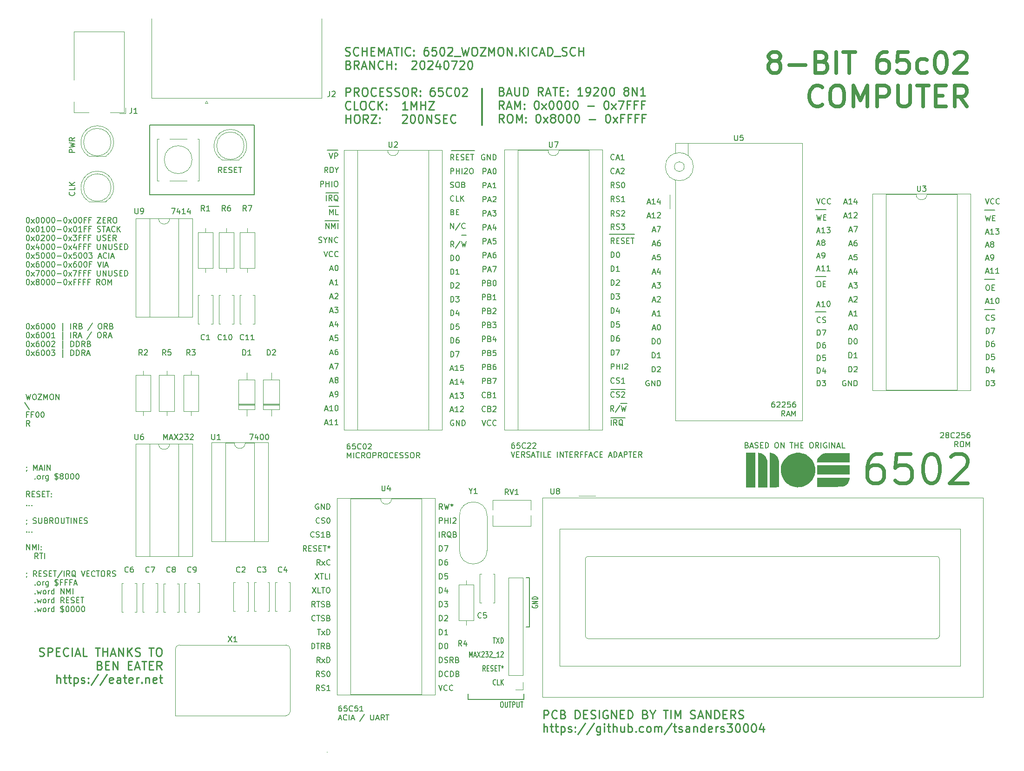
<source format=gbr>
G04 #@! TF.GenerationSoftware,KiCad,Pcbnew,(6.0.10-0)*
G04 #@! TF.CreationDate,2024-07-27T08:04:34-04:00*
G04 #@! TF.ProjectId,6502_wozmon,36353032-5f77-46f7-9a6d-6f6e2e6b6963,rev?*
G04 #@! TF.SameCoordinates,Original*
G04 #@! TF.FileFunction,Legend,Top*
G04 #@! TF.FilePolarity,Positive*
%FSLAX46Y46*%
G04 Gerber Fmt 4.6, Leading zero omitted, Abs format (unit mm)*
G04 Created by KiCad (PCBNEW (6.0.10-0)) date 2024-07-27 08:04:34*
%MOMM*%
%LPD*%
G01*
G04 APERTURE LIST*
%ADD10C,0.150000*%
%ADD11C,0.300000*%
%ADD12C,0.279400*%
%ADD13C,0.635000*%
%ADD14C,0.120000*%
G04 APERTURE END LIST*
D10*
X74646881Y-40367000D02*
X76932881Y-40367000D01*
X61595000Y-27940000D02*
X61595000Y-40640000D01*
X42545000Y-27940000D02*
X61595000Y-27940000D01*
X111125000Y-110415000D02*
X111760000Y-110415000D01*
X99348500Y-48069100D02*
X100237500Y-48069100D01*
X97481600Y-32620000D02*
X101723400Y-32620000D01*
X61595000Y-40640000D02*
X42545000Y-40640000D01*
X111760000Y-119380000D02*
X111125000Y-119380000D01*
X194581666Y-43455125D02*
X196486666Y-43455125D01*
X100584000Y-131572000D02*
X100584000Y-132588000D01*
X75120500Y-42799000D02*
X77025500Y-42799000D01*
X126526500Y-81280000D02*
X129193500Y-81280000D01*
X42545000Y-40640000D02*
X42545000Y-27940000D01*
X126526500Y-76134212D02*
X129193500Y-76134212D01*
X110744000Y-131572000D02*
X110744000Y-132588000D01*
X163830000Y-62051139D02*
X165735000Y-62051139D01*
D11*
X103124000Y-21395550D02*
X103124000Y-27999550D01*
D10*
X110744000Y-132588000D02*
X100584000Y-132588000D01*
X163830000Y-43375558D02*
X165735000Y-43375558D01*
X163830000Y-55538906D02*
X165735000Y-55538906D01*
X194581666Y-56095875D02*
X196486666Y-56095875D01*
X128368000Y-78674212D02*
X129511000Y-78674212D01*
X126272500Y-47860000D02*
X130844500Y-47860000D01*
X74499405Y-45447000D02*
X77039405Y-45447000D01*
X111760000Y-110415000D02*
X111760000Y-119380000D01*
X74930001Y-142240000D02*
G75*
G03*
X74930001Y-142240000I-1J0D01*
G01*
X74930000Y-32505000D02*
X76835000Y-32505000D01*
X194581666Y-61573750D02*
X196486666Y-61573750D01*
X186609071Y-84086619D02*
X186656690Y-84039000D01*
X186751928Y-83991380D01*
X186990023Y-83991380D01*
X187085261Y-84039000D01*
X187132880Y-84086619D01*
X187180500Y-84181857D01*
X187180500Y-84277095D01*
X187132880Y-84419952D01*
X186561452Y-84991380D01*
X187180500Y-84991380D01*
X187751928Y-84419952D02*
X187656690Y-84372333D01*
X187609071Y-84324714D01*
X187561452Y-84229476D01*
X187561452Y-84181857D01*
X187609071Y-84086619D01*
X187656690Y-84039000D01*
X187751928Y-83991380D01*
X187942404Y-83991380D01*
X188037642Y-84039000D01*
X188085261Y-84086619D01*
X188132880Y-84181857D01*
X188132880Y-84229476D01*
X188085261Y-84324714D01*
X188037642Y-84372333D01*
X187942404Y-84419952D01*
X187751928Y-84419952D01*
X187656690Y-84467571D01*
X187609071Y-84515190D01*
X187561452Y-84610428D01*
X187561452Y-84800904D01*
X187609071Y-84896142D01*
X187656690Y-84943761D01*
X187751928Y-84991380D01*
X187942404Y-84991380D01*
X188037642Y-84943761D01*
X188085261Y-84896142D01*
X188132880Y-84800904D01*
X188132880Y-84610428D01*
X188085261Y-84515190D01*
X188037642Y-84467571D01*
X187942404Y-84419952D01*
X189132880Y-84896142D02*
X189085261Y-84943761D01*
X188942404Y-84991380D01*
X188847166Y-84991380D01*
X188704309Y-84943761D01*
X188609071Y-84848523D01*
X188561452Y-84753285D01*
X188513833Y-84562809D01*
X188513833Y-84419952D01*
X188561452Y-84229476D01*
X188609071Y-84134238D01*
X188704309Y-84039000D01*
X188847166Y-83991380D01*
X188942404Y-83991380D01*
X189085261Y-84039000D01*
X189132880Y-84086619D01*
X189513833Y-84086619D02*
X189561452Y-84039000D01*
X189656690Y-83991380D01*
X189894785Y-83991380D01*
X189990023Y-84039000D01*
X190037642Y-84086619D01*
X190085261Y-84181857D01*
X190085261Y-84277095D01*
X190037642Y-84419952D01*
X189466214Y-84991380D01*
X190085261Y-84991380D01*
X190990023Y-83991380D02*
X190513833Y-83991380D01*
X190466214Y-84467571D01*
X190513833Y-84419952D01*
X190609071Y-84372333D01*
X190847166Y-84372333D01*
X190942404Y-84419952D01*
X190990023Y-84467571D01*
X191037642Y-84562809D01*
X191037642Y-84800904D01*
X190990023Y-84896142D01*
X190942404Y-84943761D01*
X190847166Y-84991380D01*
X190609071Y-84991380D01*
X190513833Y-84943761D01*
X190466214Y-84896142D01*
X191894785Y-83991380D02*
X191704309Y-83991380D01*
X191609071Y-84039000D01*
X191561452Y-84086619D01*
X191466214Y-84229476D01*
X191418595Y-84419952D01*
X191418595Y-84800904D01*
X191466214Y-84896142D01*
X191513833Y-84943761D01*
X191609071Y-84991380D01*
X191799547Y-84991380D01*
X191894785Y-84943761D01*
X191942404Y-84896142D01*
X191990023Y-84800904D01*
X191990023Y-84562809D01*
X191942404Y-84467571D01*
X191894785Y-84419952D01*
X191799547Y-84372333D01*
X191609071Y-84372333D01*
X191513833Y-84419952D01*
X191466214Y-84467571D01*
X191418595Y-84562809D01*
X189799547Y-86601380D02*
X189466214Y-86125190D01*
X189228119Y-86601380D02*
X189228119Y-85601380D01*
X189609071Y-85601380D01*
X189704309Y-85649000D01*
X189751928Y-85696619D01*
X189799547Y-85791857D01*
X189799547Y-85934714D01*
X189751928Y-86029952D01*
X189704309Y-86077571D01*
X189609071Y-86125190D01*
X189228119Y-86125190D01*
X190418595Y-85601380D02*
X190609071Y-85601380D01*
X190704309Y-85649000D01*
X190799547Y-85744238D01*
X190847166Y-85934714D01*
X190847166Y-86268047D01*
X190799547Y-86458523D01*
X190704309Y-86553761D01*
X190609071Y-86601380D01*
X190418595Y-86601380D01*
X190323357Y-86553761D01*
X190228119Y-86458523D01*
X190180500Y-86268047D01*
X190180500Y-85934714D01*
X190228119Y-85744238D01*
X190323357Y-85649000D01*
X190418595Y-85601380D01*
X191275738Y-86601380D02*
X191275738Y-85601380D01*
X191609071Y-86315666D01*
X191942404Y-85601380D01*
X191942404Y-86601380D01*
X170005118Y-54825511D02*
X170481308Y-54825511D01*
X169909880Y-55111225D02*
X170243213Y-54111225D01*
X170576546Y-55111225D01*
X171338451Y-54444559D02*
X171338451Y-55111225D01*
X171100356Y-54063606D02*
X170862261Y-54777892D01*
X171481308Y-54777892D01*
X134173452Y-54825511D02*
X134649642Y-54825511D01*
X134078214Y-55111225D02*
X134411547Y-54111225D01*
X134744880Y-55111225D01*
X135506785Y-54444559D02*
X135506785Y-55111225D01*
X135268690Y-54063606D02*
X135030595Y-54777892D01*
X135649642Y-54777892D01*
X133506785Y-74557000D02*
X133411547Y-74509380D01*
X133268690Y-74509380D01*
X133125833Y-74557000D01*
X133030595Y-74652238D01*
X132982976Y-74747476D01*
X132935357Y-74937952D01*
X132935357Y-75080809D01*
X132982976Y-75271285D01*
X133030595Y-75366523D01*
X133125833Y-75461761D01*
X133268690Y-75509380D01*
X133363928Y-75509380D01*
X133506785Y-75461761D01*
X133554404Y-75414142D01*
X133554404Y-75080809D01*
X133363928Y-75080809D01*
X133982976Y-75509380D02*
X133982976Y-74509380D01*
X134554404Y-75509380D01*
X134554404Y-74509380D01*
X135030595Y-75509380D02*
X135030595Y-74509380D01*
X135268690Y-74509380D01*
X135411547Y-74557000D01*
X135506785Y-74652238D01*
X135554404Y-74747476D01*
X135602023Y-74937952D01*
X135602023Y-75080809D01*
X135554404Y-75271285D01*
X135506785Y-75366523D01*
X135411547Y-75461761D01*
X135268690Y-75509380D01*
X135030595Y-75509380D01*
X95903023Y-97988380D02*
X95569690Y-97512190D01*
X95331595Y-97988380D02*
X95331595Y-96988380D01*
X95712547Y-96988380D01*
X95807785Y-97036000D01*
X95855404Y-97083619D01*
X95903023Y-97178857D01*
X95903023Y-97321714D01*
X95855404Y-97416952D01*
X95807785Y-97464571D01*
X95712547Y-97512190D01*
X95331595Y-97512190D01*
X96236357Y-96988380D02*
X96474452Y-97988380D01*
X96664928Y-97274095D01*
X96855404Y-97988380D01*
X97093500Y-96988380D01*
X97617309Y-96988380D02*
X97617309Y-97226476D01*
X97379214Y-97131238D02*
X97617309Y-97226476D01*
X97855404Y-97131238D01*
X97474452Y-97416952D02*
X97617309Y-97226476D01*
X97760166Y-97416952D01*
X164165595Y-73201309D02*
X164165595Y-72201309D01*
X164403690Y-72201309D01*
X164546547Y-72248929D01*
X164641785Y-72344167D01*
X164689404Y-72439405D01*
X164737023Y-72629881D01*
X164737023Y-72772738D01*
X164689404Y-72963214D01*
X164641785Y-73058452D01*
X164546547Y-73153690D01*
X164403690Y-73201309D01*
X164165595Y-73201309D01*
X165594166Y-72534643D02*
X165594166Y-73201309D01*
X165356071Y-72153690D02*
X165117976Y-72867976D01*
X165737023Y-72867976D01*
X97398095Y-55189780D02*
X97398095Y-54189780D01*
X97636190Y-54189780D01*
X97779047Y-54237400D01*
X97874285Y-54332638D01*
X97921904Y-54427876D01*
X97969523Y-54618352D01*
X97969523Y-54761209D01*
X97921904Y-54951685D01*
X97874285Y-55046923D01*
X97779047Y-55142161D01*
X97636190Y-55189780D01*
X97398095Y-55189780D01*
X98921904Y-55189780D02*
X98350476Y-55189780D01*
X98636190Y-55189780D02*
X98636190Y-54189780D01*
X98540952Y-54332638D01*
X98445714Y-54427876D01*
X98350476Y-54475495D01*
X75014285Y-36641748D02*
X74680952Y-36165558D01*
X74442857Y-36641748D02*
X74442857Y-35641748D01*
X74823809Y-35641748D01*
X74919047Y-35689368D01*
X74966666Y-35736987D01*
X75014285Y-35832225D01*
X75014285Y-35975082D01*
X74966666Y-36070320D01*
X74919047Y-36117939D01*
X74823809Y-36165558D01*
X74442857Y-36165558D01*
X75442857Y-36641748D02*
X75442857Y-35641748D01*
X75680952Y-35641748D01*
X75823809Y-35689368D01*
X75919047Y-35784606D01*
X75966666Y-35879844D01*
X76014285Y-36070320D01*
X76014285Y-36213177D01*
X75966666Y-36403653D01*
X75919047Y-36498891D01*
X75823809Y-36594129D01*
X75680952Y-36641748D01*
X75442857Y-36641748D01*
X76633333Y-36165558D02*
X76633333Y-36641748D01*
X76300000Y-35641748D02*
X76633333Y-36165558D01*
X76966666Y-35641748D01*
D12*
X114336467Y-136114608D02*
X114336467Y-134590608D01*
X114917038Y-134590608D01*
X115062181Y-134663180D01*
X115134752Y-134735751D01*
X115207324Y-134880894D01*
X115207324Y-135098608D01*
X115134752Y-135243751D01*
X115062181Y-135316322D01*
X114917038Y-135388894D01*
X114336467Y-135388894D01*
X116731324Y-135969465D02*
X116658752Y-136042037D01*
X116441038Y-136114608D01*
X116295895Y-136114608D01*
X116078181Y-136042037D01*
X115933038Y-135896894D01*
X115860467Y-135751751D01*
X115787895Y-135461465D01*
X115787895Y-135243751D01*
X115860467Y-134953465D01*
X115933038Y-134808322D01*
X116078181Y-134663180D01*
X116295895Y-134590608D01*
X116441038Y-134590608D01*
X116658752Y-134663180D01*
X116731324Y-134735751D01*
X117892467Y-135316322D02*
X118110181Y-135388894D01*
X118182752Y-135461465D01*
X118255324Y-135606608D01*
X118255324Y-135824322D01*
X118182752Y-135969465D01*
X118110181Y-136042037D01*
X117965038Y-136114608D01*
X117384467Y-136114608D01*
X117384467Y-134590608D01*
X117892467Y-134590608D01*
X118037610Y-134663180D01*
X118110181Y-134735751D01*
X118182752Y-134880894D01*
X118182752Y-135026037D01*
X118110181Y-135171180D01*
X118037610Y-135243751D01*
X117892467Y-135316322D01*
X117384467Y-135316322D01*
X120069610Y-136114608D02*
X120069610Y-134590608D01*
X120432467Y-134590608D01*
X120650181Y-134663180D01*
X120795324Y-134808322D01*
X120867895Y-134953465D01*
X120940467Y-135243751D01*
X120940467Y-135461465D01*
X120867895Y-135751751D01*
X120795324Y-135896894D01*
X120650181Y-136042037D01*
X120432467Y-136114608D01*
X120069610Y-136114608D01*
X121593610Y-135316322D02*
X122101610Y-135316322D01*
X122319324Y-136114608D02*
X121593610Y-136114608D01*
X121593610Y-134590608D01*
X122319324Y-134590608D01*
X122899895Y-136042037D02*
X123117610Y-136114608D01*
X123480467Y-136114608D01*
X123625610Y-136042037D01*
X123698181Y-135969465D01*
X123770752Y-135824322D01*
X123770752Y-135679180D01*
X123698181Y-135534037D01*
X123625610Y-135461465D01*
X123480467Y-135388894D01*
X123190181Y-135316322D01*
X123045038Y-135243751D01*
X122972467Y-135171180D01*
X122899895Y-135026037D01*
X122899895Y-134880894D01*
X122972467Y-134735751D01*
X123045038Y-134663180D01*
X123190181Y-134590608D01*
X123553038Y-134590608D01*
X123770752Y-134663180D01*
X124423895Y-136114608D02*
X124423895Y-134590608D01*
X125947895Y-134663180D02*
X125802752Y-134590608D01*
X125585038Y-134590608D01*
X125367324Y-134663180D01*
X125222181Y-134808322D01*
X125149610Y-134953465D01*
X125077038Y-135243751D01*
X125077038Y-135461465D01*
X125149610Y-135751751D01*
X125222181Y-135896894D01*
X125367324Y-136042037D01*
X125585038Y-136114608D01*
X125730181Y-136114608D01*
X125947895Y-136042037D01*
X126020467Y-135969465D01*
X126020467Y-135461465D01*
X125730181Y-135461465D01*
X126673610Y-136114608D02*
X126673610Y-134590608D01*
X127544467Y-136114608D01*
X127544467Y-134590608D01*
X128270181Y-135316322D02*
X128778181Y-135316322D01*
X128995895Y-136114608D02*
X128270181Y-136114608D01*
X128270181Y-134590608D01*
X128995895Y-134590608D01*
X129649038Y-136114608D02*
X129649038Y-134590608D01*
X130011895Y-134590608D01*
X130229610Y-134663180D01*
X130374752Y-134808322D01*
X130447324Y-134953465D01*
X130519895Y-135243751D01*
X130519895Y-135461465D01*
X130447324Y-135751751D01*
X130374752Y-135896894D01*
X130229610Y-136042037D01*
X130011895Y-136114608D01*
X129649038Y-136114608D01*
X132842181Y-135316322D02*
X133059895Y-135388894D01*
X133132467Y-135461465D01*
X133205038Y-135606608D01*
X133205038Y-135824322D01*
X133132467Y-135969465D01*
X133059895Y-136042037D01*
X132914752Y-136114608D01*
X132334181Y-136114608D01*
X132334181Y-134590608D01*
X132842181Y-134590608D01*
X132987324Y-134663180D01*
X133059895Y-134735751D01*
X133132467Y-134880894D01*
X133132467Y-135026037D01*
X133059895Y-135171180D01*
X132987324Y-135243751D01*
X132842181Y-135316322D01*
X132334181Y-135316322D01*
X134148467Y-135388894D02*
X134148467Y-136114608D01*
X133640467Y-134590608D02*
X134148467Y-135388894D01*
X134656467Y-134590608D01*
X136107895Y-134590608D02*
X136978752Y-134590608D01*
X136543324Y-136114608D02*
X136543324Y-134590608D01*
X137486752Y-136114608D02*
X137486752Y-134590608D01*
X138212467Y-136114608D02*
X138212467Y-134590608D01*
X138720467Y-135679180D01*
X139228467Y-134590608D01*
X139228467Y-136114608D01*
X141042752Y-136042037D02*
X141260467Y-136114608D01*
X141623324Y-136114608D01*
X141768467Y-136042037D01*
X141841038Y-135969465D01*
X141913610Y-135824322D01*
X141913610Y-135679180D01*
X141841038Y-135534037D01*
X141768467Y-135461465D01*
X141623324Y-135388894D01*
X141333038Y-135316322D01*
X141187895Y-135243751D01*
X141115324Y-135171180D01*
X141042752Y-135026037D01*
X141042752Y-134880894D01*
X141115324Y-134735751D01*
X141187895Y-134663180D01*
X141333038Y-134590608D01*
X141695895Y-134590608D01*
X141913610Y-134663180D01*
X142494181Y-135679180D02*
X143219895Y-135679180D01*
X142349038Y-136114608D02*
X142857038Y-134590608D01*
X143365038Y-136114608D01*
X143873038Y-136114608D02*
X143873038Y-134590608D01*
X144743895Y-136114608D01*
X144743895Y-134590608D01*
X145469610Y-136114608D02*
X145469610Y-134590608D01*
X145832467Y-134590608D01*
X146050181Y-134663180D01*
X146195324Y-134808322D01*
X146267895Y-134953465D01*
X146340467Y-135243751D01*
X146340467Y-135461465D01*
X146267895Y-135751751D01*
X146195324Y-135896894D01*
X146050181Y-136042037D01*
X145832467Y-136114608D01*
X145469610Y-136114608D01*
X146993610Y-135316322D02*
X147501610Y-135316322D01*
X147719324Y-136114608D02*
X146993610Y-136114608D01*
X146993610Y-134590608D01*
X147719324Y-134590608D01*
X149243324Y-136114608D02*
X148735324Y-135388894D01*
X148372467Y-136114608D02*
X148372467Y-134590608D01*
X148953038Y-134590608D01*
X149098181Y-134663180D01*
X149170752Y-134735751D01*
X149243324Y-134880894D01*
X149243324Y-135098608D01*
X149170752Y-135243751D01*
X149098181Y-135316322D01*
X148953038Y-135388894D01*
X148372467Y-135388894D01*
X149823895Y-136042037D02*
X150041610Y-136114608D01*
X150404467Y-136114608D01*
X150549610Y-136042037D01*
X150622181Y-135969465D01*
X150694752Y-135824322D01*
X150694752Y-135679180D01*
X150622181Y-135534037D01*
X150549610Y-135461465D01*
X150404467Y-135388894D01*
X150114181Y-135316322D01*
X149969038Y-135243751D01*
X149896467Y-135171180D01*
X149823895Y-135026037D01*
X149823895Y-134880894D01*
X149896467Y-134735751D01*
X149969038Y-134663180D01*
X150114181Y-134590608D01*
X150477038Y-134590608D01*
X150694752Y-134663180D01*
X114336467Y-138568248D02*
X114336467Y-137044248D01*
X114989610Y-138568248D02*
X114989610Y-137769962D01*
X114917038Y-137624820D01*
X114771895Y-137552248D01*
X114554181Y-137552248D01*
X114409038Y-137624820D01*
X114336467Y-137697391D01*
X115497610Y-137552248D02*
X116078181Y-137552248D01*
X115715324Y-137044248D02*
X115715324Y-138350534D01*
X115787895Y-138495677D01*
X115933038Y-138568248D01*
X116078181Y-138568248D01*
X116368467Y-137552248D02*
X116949038Y-137552248D01*
X116586181Y-137044248D02*
X116586181Y-138350534D01*
X116658752Y-138495677D01*
X116803895Y-138568248D01*
X116949038Y-138568248D01*
X117457038Y-137552248D02*
X117457038Y-139076248D01*
X117457038Y-137624820D02*
X117602181Y-137552248D01*
X117892467Y-137552248D01*
X118037610Y-137624820D01*
X118110181Y-137697391D01*
X118182752Y-137842534D01*
X118182752Y-138277962D01*
X118110181Y-138423105D01*
X118037610Y-138495677D01*
X117892467Y-138568248D01*
X117602181Y-138568248D01*
X117457038Y-138495677D01*
X118763324Y-138495677D02*
X118908467Y-138568248D01*
X119198752Y-138568248D01*
X119343895Y-138495677D01*
X119416467Y-138350534D01*
X119416467Y-138277962D01*
X119343895Y-138132820D01*
X119198752Y-138060248D01*
X118981038Y-138060248D01*
X118835895Y-137987677D01*
X118763324Y-137842534D01*
X118763324Y-137769962D01*
X118835895Y-137624820D01*
X118981038Y-137552248D01*
X119198752Y-137552248D01*
X119343895Y-137624820D01*
X120069610Y-138423105D02*
X120142181Y-138495677D01*
X120069610Y-138568248D01*
X119997038Y-138495677D01*
X120069610Y-138423105D01*
X120069610Y-138568248D01*
X120069610Y-137624820D02*
X120142181Y-137697391D01*
X120069610Y-137769962D01*
X119997038Y-137697391D01*
X120069610Y-137624820D01*
X120069610Y-137769962D01*
X121883895Y-136971677D02*
X120577610Y-138931105D01*
X123480467Y-136971677D02*
X122174181Y-138931105D01*
X124641610Y-137552248D02*
X124641610Y-138785962D01*
X124569038Y-138931105D01*
X124496467Y-139003677D01*
X124351324Y-139076248D01*
X124133610Y-139076248D01*
X123988467Y-139003677D01*
X124641610Y-138495677D02*
X124496467Y-138568248D01*
X124206181Y-138568248D01*
X124061038Y-138495677D01*
X123988467Y-138423105D01*
X123915895Y-138277962D01*
X123915895Y-137842534D01*
X123988467Y-137697391D01*
X124061038Y-137624820D01*
X124206181Y-137552248D01*
X124496467Y-137552248D01*
X124641610Y-137624820D01*
X125367324Y-138568248D02*
X125367324Y-137552248D01*
X125367324Y-137044248D02*
X125294752Y-137116820D01*
X125367324Y-137189391D01*
X125439895Y-137116820D01*
X125367324Y-137044248D01*
X125367324Y-137189391D01*
X125875324Y-137552248D02*
X126455895Y-137552248D01*
X126093038Y-137044248D02*
X126093038Y-138350534D01*
X126165610Y-138495677D01*
X126310752Y-138568248D01*
X126455895Y-138568248D01*
X126963895Y-138568248D02*
X126963895Y-137044248D01*
X127617038Y-138568248D02*
X127617038Y-137769962D01*
X127544467Y-137624820D01*
X127399324Y-137552248D01*
X127181610Y-137552248D01*
X127036467Y-137624820D01*
X126963895Y-137697391D01*
X128995895Y-137552248D02*
X128995895Y-138568248D01*
X128342752Y-137552248D02*
X128342752Y-138350534D01*
X128415324Y-138495677D01*
X128560467Y-138568248D01*
X128778181Y-138568248D01*
X128923324Y-138495677D01*
X128995895Y-138423105D01*
X129721610Y-138568248D02*
X129721610Y-137044248D01*
X129721610Y-137624820D02*
X129866752Y-137552248D01*
X130157038Y-137552248D01*
X130302181Y-137624820D01*
X130374752Y-137697391D01*
X130447324Y-137842534D01*
X130447324Y-138277962D01*
X130374752Y-138423105D01*
X130302181Y-138495677D01*
X130157038Y-138568248D01*
X129866752Y-138568248D01*
X129721610Y-138495677D01*
X131100467Y-138423105D02*
X131173038Y-138495677D01*
X131100467Y-138568248D01*
X131027895Y-138495677D01*
X131100467Y-138423105D01*
X131100467Y-138568248D01*
X132479324Y-138495677D02*
X132334181Y-138568248D01*
X132043895Y-138568248D01*
X131898752Y-138495677D01*
X131826181Y-138423105D01*
X131753610Y-138277962D01*
X131753610Y-137842534D01*
X131826181Y-137697391D01*
X131898752Y-137624820D01*
X132043895Y-137552248D01*
X132334181Y-137552248D01*
X132479324Y-137624820D01*
X133350181Y-138568248D02*
X133205038Y-138495677D01*
X133132467Y-138423105D01*
X133059895Y-138277962D01*
X133059895Y-137842534D01*
X133132467Y-137697391D01*
X133205038Y-137624820D01*
X133350181Y-137552248D01*
X133567895Y-137552248D01*
X133713038Y-137624820D01*
X133785610Y-137697391D01*
X133858181Y-137842534D01*
X133858181Y-138277962D01*
X133785610Y-138423105D01*
X133713038Y-138495677D01*
X133567895Y-138568248D01*
X133350181Y-138568248D01*
X134511324Y-138568248D02*
X134511324Y-137552248D01*
X134511324Y-137697391D02*
X134583895Y-137624820D01*
X134729038Y-137552248D01*
X134946752Y-137552248D01*
X135091895Y-137624820D01*
X135164467Y-137769962D01*
X135164467Y-138568248D01*
X135164467Y-137769962D02*
X135237038Y-137624820D01*
X135382181Y-137552248D01*
X135599895Y-137552248D01*
X135745038Y-137624820D01*
X135817610Y-137769962D01*
X135817610Y-138568248D01*
X137631895Y-136971677D02*
X136325610Y-138931105D01*
X137922181Y-137552248D02*
X138502752Y-137552248D01*
X138139895Y-137044248D02*
X138139895Y-138350534D01*
X138212467Y-138495677D01*
X138357610Y-138568248D01*
X138502752Y-138568248D01*
X138938181Y-138495677D02*
X139083324Y-138568248D01*
X139373610Y-138568248D01*
X139518752Y-138495677D01*
X139591324Y-138350534D01*
X139591324Y-138277962D01*
X139518752Y-138132820D01*
X139373610Y-138060248D01*
X139155895Y-138060248D01*
X139010752Y-137987677D01*
X138938181Y-137842534D01*
X138938181Y-137769962D01*
X139010752Y-137624820D01*
X139155895Y-137552248D01*
X139373610Y-137552248D01*
X139518752Y-137624820D01*
X140897610Y-138568248D02*
X140897610Y-137769962D01*
X140825038Y-137624820D01*
X140679895Y-137552248D01*
X140389610Y-137552248D01*
X140244467Y-137624820D01*
X140897610Y-138495677D02*
X140752467Y-138568248D01*
X140389610Y-138568248D01*
X140244467Y-138495677D01*
X140171895Y-138350534D01*
X140171895Y-138205391D01*
X140244467Y-138060248D01*
X140389610Y-137987677D01*
X140752467Y-137987677D01*
X140897610Y-137915105D01*
X141623324Y-137552248D02*
X141623324Y-138568248D01*
X141623324Y-137697391D02*
X141695895Y-137624820D01*
X141841038Y-137552248D01*
X142058752Y-137552248D01*
X142203895Y-137624820D01*
X142276467Y-137769962D01*
X142276467Y-138568248D01*
X143655324Y-138568248D02*
X143655324Y-137044248D01*
X143655324Y-138495677D02*
X143510181Y-138568248D01*
X143219895Y-138568248D01*
X143074752Y-138495677D01*
X143002181Y-138423105D01*
X142929610Y-138277962D01*
X142929610Y-137842534D01*
X143002181Y-137697391D01*
X143074752Y-137624820D01*
X143219895Y-137552248D01*
X143510181Y-137552248D01*
X143655324Y-137624820D01*
X144961610Y-138495677D02*
X144816467Y-138568248D01*
X144526181Y-138568248D01*
X144381038Y-138495677D01*
X144308467Y-138350534D01*
X144308467Y-137769962D01*
X144381038Y-137624820D01*
X144526181Y-137552248D01*
X144816467Y-137552248D01*
X144961610Y-137624820D01*
X145034181Y-137769962D01*
X145034181Y-137915105D01*
X144308467Y-138060248D01*
X145687324Y-138568248D02*
X145687324Y-137552248D01*
X145687324Y-137842534D02*
X145759895Y-137697391D01*
X145832467Y-137624820D01*
X145977610Y-137552248D01*
X146122752Y-137552248D01*
X146558181Y-138495677D02*
X146703324Y-138568248D01*
X146993610Y-138568248D01*
X147138752Y-138495677D01*
X147211324Y-138350534D01*
X147211324Y-138277962D01*
X147138752Y-138132820D01*
X146993610Y-138060248D01*
X146775895Y-138060248D01*
X146630752Y-137987677D01*
X146558181Y-137842534D01*
X146558181Y-137769962D01*
X146630752Y-137624820D01*
X146775895Y-137552248D01*
X146993610Y-137552248D01*
X147138752Y-137624820D01*
X147719324Y-137044248D02*
X148662752Y-137044248D01*
X148154752Y-137624820D01*
X148372467Y-137624820D01*
X148517610Y-137697391D01*
X148590181Y-137769962D01*
X148662752Y-137915105D01*
X148662752Y-138277962D01*
X148590181Y-138423105D01*
X148517610Y-138495677D01*
X148372467Y-138568248D01*
X147937038Y-138568248D01*
X147791895Y-138495677D01*
X147719324Y-138423105D01*
X149606181Y-137044248D02*
X149751324Y-137044248D01*
X149896467Y-137116820D01*
X149969038Y-137189391D01*
X150041610Y-137334534D01*
X150114181Y-137624820D01*
X150114181Y-137987677D01*
X150041610Y-138277962D01*
X149969038Y-138423105D01*
X149896467Y-138495677D01*
X149751324Y-138568248D01*
X149606181Y-138568248D01*
X149461038Y-138495677D01*
X149388467Y-138423105D01*
X149315895Y-138277962D01*
X149243324Y-137987677D01*
X149243324Y-137624820D01*
X149315895Y-137334534D01*
X149388467Y-137189391D01*
X149461038Y-137116820D01*
X149606181Y-137044248D01*
X151057610Y-137044248D02*
X151202752Y-137044248D01*
X151347895Y-137116820D01*
X151420467Y-137189391D01*
X151493038Y-137334534D01*
X151565610Y-137624820D01*
X151565610Y-137987677D01*
X151493038Y-138277962D01*
X151420467Y-138423105D01*
X151347895Y-138495677D01*
X151202752Y-138568248D01*
X151057610Y-138568248D01*
X150912467Y-138495677D01*
X150839895Y-138423105D01*
X150767324Y-138277962D01*
X150694752Y-137987677D01*
X150694752Y-137624820D01*
X150767324Y-137334534D01*
X150839895Y-137189391D01*
X150912467Y-137116820D01*
X151057610Y-137044248D01*
X152509038Y-137044248D02*
X152654181Y-137044248D01*
X152799324Y-137116820D01*
X152871895Y-137189391D01*
X152944467Y-137334534D01*
X153017038Y-137624820D01*
X153017038Y-137987677D01*
X152944467Y-138277962D01*
X152871895Y-138423105D01*
X152799324Y-138495677D01*
X152654181Y-138568248D01*
X152509038Y-138568248D01*
X152363895Y-138495677D01*
X152291324Y-138423105D01*
X152218752Y-138277962D01*
X152146181Y-137987677D01*
X152146181Y-137624820D01*
X152218752Y-137334534D01*
X152291324Y-137189391D01*
X152363895Y-137116820D01*
X152509038Y-137044248D01*
X154323324Y-137552248D02*
X154323324Y-138568248D01*
X153960467Y-136971677D02*
X153597610Y-138060248D01*
X154541038Y-138060248D01*
D10*
X133221071Y-44626435D02*
X133697261Y-44626435D01*
X133125833Y-44912149D02*
X133459166Y-43912149D01*
X133792500Y-44912149D01*
X134649642Y-44912149D02*
X134078214Y-44912149D01*
X134363928Y-44912149D02*
X134363928Y-43912149D01*
X134268690Y-44055007D01*
X134173452Y-44150245D01*
X134078214Y-44197864D01*
X135030595Y-44007388D02*
X135078214Y-43959769D01*
X135173452Y-43912149D01*
X135411547Y-43912149D01*
X135506785Y-43959769D01*
X135554404Y-44007388D01*
X135602023Y-44102626D01*
X135602023Y-44197864D01*
X135554404Y-44340721D01*
X134982976Y-44912149D01*
X135602023Y-44912149D01*
X95331595Y-100528380D02*
X95331595Y-99528380D01*
X95712547Y-99528380D01*
X95807785Y-99576000D01*
X95855404Y-99623619D01*
X95903023Y-99718857D01*
X95903023Y-99861714D01*
X95855404Y-99956952D01*
X95807785Y-100004571D01*
X95712547Y-100052190D01*
X95331595Y-100052190D01*
X96331595Y-100528380D02*
X96331595Y-99528380D01*
X96331595Y-100004571D02*
X96903023Y-100004571D01*
X96903023Y-100528380D02*
X96903023Y-99528380D01*
X97379214Y-100528380D02*
X97379214Y-99528380D01*
X97807785Y-99623619D02*
X97855404Y-99576000D01*
X97950642Y-99528380D01*
X98188738Y-99528380D01*
X98283976Y-99576000D01*
X98331595Y-99623619D01*
X98379214Y-99718857D01*
X98379214Y-99814095D01*
X98331595Y-99956952D01*
X97760166Y-100528380D01*
X98379214Y-100528380D01*
X194869642Y-52329791D02*
X195345832Y-52329791D01*
X194774404Y-52615505D02*
X195107737Y-51615505D01*
X195441070Y-52615505D01*
X195822023Y-52615505D02*
X196012499Y-52615505D01*
X196107737Y-52567886D01*
X196155356Y-52520267D01*
X196250594Y-52377410D01*
X196298213Y-52186934D01*
X196298213Y-51805982D01*
X196250594Y-51710744D01*
X196202975Y-51663125D01*
X196107737Y-51615505D01*
X195917261Y-51615505D01*
X195822023Y-51663125D01*
X195774404Y-51710744D01*
X195726785Y-51805982D01*
X195726785Y-52044077D01*
X195774404Y-52139315D01*
X195822023Y-52186934D01*
X195917261Y-52234553D01*
X196107737Y-52234553D01*
X196202975Y-52186934D01*
X196250594Y-52139315D01*
X196298213Y-52044077D01*
X74490476Y-82316666D02*
X74966666Y-82316666D01*
X74395238Y-82602380D02*
X74728571Y-81602380D01*
X75061904Y-82602380D01*
X75919047Y-82602380D02*
X75347619Y-82602380D01*
X75633333Y-82602380D02*
X75633333Y-81602380D01*
X75538095Y-81745238D01*
X75442857Y-81840476D01*
X75347619Y-81888095D01*
X76871428Y-82602380D02*
X76300000Y-82602380D01*
X76585714Y-82602380D02*
X76585714Y-81602380D01*
X76490476Y-81745238D01*
X76395238Y-81840476D01*
X76300000Y-81888095D01*
X73499261Y-131008380D02*
X73165928Y-130532190D01*
X72927833Y-131008380D02*
X72927833Y-130008380D01*
X73308785Y-130008380D01*
X73404023Y-130056000D01*
X73451642Y-130103619D01*
X73499261Y-130198857D01*
X73499261Y-130341714D01*
X73451642Y-130436952D01*
X73404023Y-130484571D01*
X73308785Y-130532190D01*
X72927833Y-130532190D01*
X73880214Y-130960761D02*
X74023071Y-131008380D01*
X74261166Y-131008380D01*
X74356404Y-130960761D01*
X74404023Y-130913142D01*
X74451642Y-130817904D01*
X74451642Y-130722666D01*
X74404023Y-130627428D01*
X74356404Y-130579809D01*
X74261166Y-130532190D01*
X74070690Y-130484571D01*
X73975452Y-130436952D01*
X73927833Y-130389333D01*
X73880214Y-130294095D01*
X73880214Y-130198857D01*
X73927833Y-130103619D01*
X73975452Y-130056000D01*
X74070690Y-130008380D01*
X74308785Y-130008380D01*
X74451642Y-130056000D01*
X75404023Y-131008380D02*
X74832595Y-131008380D01*
X75118309Y-131008380D02*
X75118309Y-130008380D01*
X75023071Y-130151238D01*
X74927833Y-130246476D01*
X74832595Y-130294095D01*
X97350476Y-74932866D02*
X97826666Y-74932866D01*
X97255238Y-75218580D02*
X97588571Y-74218580D01*
X97921904Y-75218580D01*
X98779047Y-75218580D02*
X98207619Y-75218580D01*
X98493333Y-75218580D02*
X98493333Y-74218580D01*
X98398095Y-74361438D01*
X98302857Y-74456676D01*
X98207619Y-74504295D01*
X99636190Y-74551914D02*
X99636190Y-75218580D01*
X99398095Y-74170961D02*
X99160000Y-74885247D01*
X99779047Y-74885247D01*
X73499261Y-100433142D02*
X73451642Y-100480761D01*
X73308785Y-100528380D01*
X73213547Y-100528380D01*
X73070690Y-100480761D01*
X72975452Y-100385523D01*
X72927833Y-100290285D01*
X72880214Y-100099809D01*
X72880214Y-99956952D01*
X72927833Y-99766476D01*
X72975452Y-99671238D01*
X73070690Y-99576000D01*
X73213547Y-99528380D01*
X73308785Y-99528380D01*
X73451642Y-99576000D01*
X73499261Y-99623619D01*
X73880214Y-100480761D02*
X74023071Y-100528380D01*
X74261166Y-100528380D01*
X74356404Y-100480761D01*
X74404023Y-100433142D01*
X74451642Y-100337904D01*
X74451642Y-100242666D01*
X74404023Y-100147428D01*
X74356404Y-100099809D01*
X74261166Y-100052190D01*
X74070690Y-100004571D01*
X73975452Y-99956952D01*
X73927833Y-99909333D01*
X73880214Y-99814095D01*
X73880214Y-99718857D01*
X73927833Y-99623619D01*
X73975452Y-99576000D01*
X74070690Y-99528380D01*
X74308785Y-99528380D01*
X74451642Y-99576000D01*
X75070690Y-99528380D02*
X75165928Y-99528380D01*
X75261166Y-99576000D01*
X75308785Y-99623619D01*
X75356404Y-99718857D01*
X75404023Y-99909333D01*
X75404023Y-100147428D01*
X75356404Y-100337904D01*
X75308785Y-100433142D01*
X75261166Y-100480761D01*
X75165928Y-100528380D01*
X75070690Y-100528380D01*
X74975452Y-100480761D01*
X74927833Y-100433142D01*
X74880214Y-100337904D01*
X74832595Y-100147428D01*
X74832595Y-99909333D01*
X74880214Y-99718857D01*
X74927833Y-99623619D01*
X74975452Y-99576000D01*
X75070690Y-99528380D01*
X170005118Y-49725973D02*
X170481308Y-49725973D01*
X169909880Y-50011687D02*
X170243213Y-49011687D01*
X170576546Y-50011687D01*
X171338451Y-49011687D02*
X171147975Y-49011687D01*
X171052737Y-49059307D01*
X171005118Y-49106926D01*
X170909880Y-49249783D01*
X170862261Y-49440259D01*
X170862261Y-49821211D01*
X170909880Y-49916449D01*
X170957499Y-49964068D01*
X171052737Y-50011687D01*
X171243213Y-50011687D01*
X171338451Y-49964068D01*
X171386070Y-49916449D01*
X171433689Y-49821211D01*
X171433689Y-49583116D01*
X171386070Y-49487878D01*
X171338451Y-49440259D01*
X171243213Y-49392640D01*
X171052737Y-49392640D01*
X170957499Y-49440259D01*
X170909880Y-49487878D01*
X170862261Y-49583116D01*
X74731190Y-41748484D02*
X74731190Y-40748484D01*
X75778809Y-41748484D02*
X75445476Y-41272294D01*
X75207381Y-41748484D02*
X75207381Y-40748484D01*
X75588333Y-40748484D01*
X75683571Y-40796104D01*
X75731190Y-40843723D01*
X75778809Y-40938961D01*
X75778809Y-41081818D01*
X75731190Y-41177056D01*
X75683571Y-41224675D01*
X75588333Y-41272294D01*
X75207381Y-41272294D01*
X76874047Y-41843723D02*
X76778809Y-41796104D01*
X76683571Y-41700865D01*
X76540714Y-41558008D01*
X76445476Y-41510389D01*
X76350238Y-41510389D01*
X76397857Y-41748484D02*
X76302619Y-41700865D01*
X76207381Y-41605627D01*
X76159762Y-41415151D01*
X76159762Y-41081818D01*
X76207381Y-40891342D01*
X76302619Y-40796104D01*
X76397857Y-40748484D01*
X76588333Y-40748484D01*
X76683571Y-40796104D01*
X76778809Y-40891342D01*
X76826428Y-41081818D01*
X76826428Y-41415151D01*
X76778809Y-41605627D01*
X76683571Y-41700865D01*
X76588333Y-41748484D01*
X76397857Y-41748484D01*
X105584643Y-129897142D02*
X105548357Y-129944761D01*
X105439500Y-129992380D01*
X105366928Y-129992380D01*
X105258071Y-129944761D01*
X105185500Y-129849523D01*
X105149214Y-129754285D01*
X105112928Y-129563809D01*
X105112928Y-129420952D01*
X105149214Y-129230476D01*
X105185500Y-129135238D01*
X105258071Y-129040000D01*
X105366928Y-128992380D01*
X105439500Y-128992380D01*
X105548357Y-129040000D01*
X105584643Y-129087619D01*
X106274071Y-129992380D02*
X105911214Y-129992380D01*
X105911214Y-128992380D01*
X106528071Y-129992380D02*
X106528071Y-128992380D01*
X106963500Y-129992380D02*
X106636928Y-129420952D01*
X106963500Y-128992380D02*
X106528071Y-129563809D01*
X103697785Y-127454522D02*
X103443785Y-126978332D01*
X103262357Y-127454522D02*
X103262357Y-126454522D01*
X103552643Y-126454522D01*
X103625214Y-126502142D01*
X103661500Y-126549761D01*
X103697785Y-126644999D01*
X103697785Y-126787856D01*
X103661500Y-126883094D01*
X103625214Y-126930713D01*
X103552643Y-126978332D01*
X103262357Y-126978332D01*
X104024357Y-126930713D02*
X104278357Y-126930713D01*
X104387214Y-127454522D02*
X104024357Y-127454522D01*
X104024357Y-126454522D01*
X104387214Y-126454522D01*
X104677500Y-127406903D02*
X104786357Y-127454522D01*
X104967785Y-127454522D01*
X105040357Y-127406903D01*
X105076643Y-127359284D01*
X105112928Y-127264046D01*
X105112928Y-127168808D01*
X105076643Y-127073570D01*
X105040357Y-127025951D01*
X104967785Y-126978332D01*
X104822643Y-126930713D01*
X104750071Y-126883094D01*
X104713785Y-126835475D01*
X104677500Y-126740237D01*
X104677500Y-126644999D01*
X104713785Y-126549761D01*
X104750071Y-126502142D01*
X104822643Y-126454522D01*
X105004071Y-126454522D01*
X105112928Y-126502142D01*
X105439500Y-126930713D02*
X105693500Y-126930713D01*
X105802357Y-127454522D02*
X105439500Y-127454522D01*
X105439500Y-126454522D01*
X105802357Y-126454522D01*
X106020071Y-126454522D02*
X106455500Y-126454522D01*
X106237785Y-127454522D02*
X106237785Y-126454522D01*
X106818357Y-126454522D02*
X106818357Y-126692618D01*
X106636928Y-126597380D02*
X106818357Y-126692618D01*
X106999785Y-126597380D01*
X106709500Y-126883094D02*
X106818357Y-126692618D01*
X106927214Y-126883094D01*
X126608095Y-52088960D02*
X126608095Y-51088960D01*
X126846190Y-51088960D01*
X126989047Y-51136580D01*
X127084285Y-51231818D01*
X127131904Y-51327056D01*
X127179523Y-51517532D01*
X127179523Y-51660389D01*
X127131904Y-51850865D01*
X127084285Y-51946103D01*
X126989047Y-52041341D01*
X126846190Y-52088960D01*
X126608095Y-52088960D01*
X127798571Y-51088960D02*
X127893809Y-51088960D01*
X127989047Y-51136580D01*
X128036666Y-51184199D01*
X128084285Y-51279437D01*
X128131904Y-51469913D01*
X128131904Y-51708008D01*
X128084285Y-51898484D01*
X128036666Y-51993722D01*
X127989047Y-52041341D01*
X127893809Y-52088960D01*
X127798571Y-52088960D01*
X127703333Y-52041341D01*
X127655714Y-51993722D01*
X127608095Y-51898484D01*
X127560476Y-51708008D01*
X127560476Y-51469913D01*
X127608095Y-51279437D01*
X127655714Y-51184199D01*
X127703333Y-51136580D01*
X127798571Y-51088960D01*
X164165595Y-70893251D02*
X164165595Y-69893251D01*
X164403690Y-69893251D01*
X164546547Y-69940871D01*
X164641785Y-70036109D01*
X164689404Y-70131347D01*
X164737023Y-70321823D01*
X164737023Y-70464680D01*
X164689404Y-70655156D01*
X164641785Y-70750394D01*
X164546547Y-70845632D01*
X164403690Y-70893251D01*
X164165595Y-70893251D01*
X165641785Y-69893251D02*
X165165595Y-69893251D01*
X165117976Y-70369442D01*
X165165595Y-70321823D01*
X165260833Y-70274204D01*
X165498928Y-70274204D01*
X165594166Y-70321823D01*
X165641785Y-70369442D01*
X165689404Y-70464680D01*
X165689404Y-70702775D01*
X165641785Y-70798013D01*
X165594166Y-70845632D01*
X165498928Y-70893251D01*
X165260833Y-70893251D01*
X165165595Y-70845632D01*
X165117976Y-70798013D01*
X134078214Y-70409839D02*
X134078214Y-69409839D01*
X134316309Y-69409839D01*
X134459166Y-69457459D01*
X134554404Y-69552697D01*
X134602023Y-69647935D01*
X134649642Y-69838411D01*
X134649642Y-69981268D01*
X134602023Y-70171744D01*
X134554404Y-70266982D01*
X134459166Y-70362220D01*
X134316309Y-70409839D01*
X134078214Y-70409839D01*
X135602023Y-70409839D02*
X135030595Y-70409839D01*
X135316309Y-70409839D02*
X135316309Y-69409839D01*
X135221071Y-69552697D01*
X135125833Y-69647935D01*
X135030595Y-69695554D01*
X97398095Y-62700580D02*
X97398095Y-61700580D01*
X97636190Y-61700580D01*
X97779047Y-61748200D01*
X97874285Y-61843438D01*
X97921904Y-61938676D01*
X97969523Y-62129152D01*
X97969523Y-62272009D01*
X97921904Y-62462485D01*
X97874285Y-62557723D01*
X97779047Y-62652961D01*
X97636190Y-62700580D01*
X97398095Y-62700580D01*
X98826666Y-62033914D02*
X98826666Y-62700580D01*
X98588571Y-61652961D02*
X98350476Y-62367247D01*
X98969523Y-62367247D01*
X97398095Y-52686180D02*
X97398095Y-51686180D01*
X97636190Y-51686180D01*
X97779047Y-51733800D01*
X97874285Y-51829038D01*
X97921904Y-51924276D01*
X97969523Y-52114752D01*
X97969523Y-52257609D01*
X97921904Y-52448085D01*
X97874285Y-52543323D01*
X97779047Y-52638561D01*
X97636190Y-52686180D01*
X97398095Y-52686180D01*
X98588571Y-51686180D02*
X98683809Y-51686180D01*
X98779047Y-51733800D01*
X98826666Y-51781419D01*
X98874285Y-51876657D01*
X98921904Y-52067133D01*
X98921904Y-52305228D01*
X98874285Y-52495704D01*
X98826666Y-52590942D01*
X98779047Y-52638561D01*
X98683809Y-52686180D01*
X98588571Y-52686180D01*
X98493333Y-52638561D01*
X98445714Y-52590942D01*
X98398095Y-52495704D01*
X98350476Y-52305228D01*
X98350476Y-52067133D01*
X98398095Y-51876657D01*
X98445714Y-51781419D01*
X98493333Y-51733800D01*
X98588571Y-51686180D01*
X164117976Y-49623898D02*
X164594166Y-49623898D01*
X164022738Y-49909612D02*
X164356071Y-48909612D01*
X164689404Y-49909612D01*
X165165595Y-49338184D02*
X165070357Y-49290565D01*
X165022738Y-49242946D01*
X164975119Y-49147708D01*
X164975119Y-49100089D01*
X165022738Y-49004851D01*
X165070357Y-48957232D01*
X165165595Y-48909612D01*
X165356071Y-48909612D01*
X165451309Y-48957232D01*
X165498928Y-49004851D01*
X165546547Y-49100089D01*
X165546547Y-49147708D01*
X165498928Y-49242946D01*
X165451309Y-49290565D01*
X165356071Y-49338184D01*
X165165595Y-49338184D01*
X165070357Y-49385803D01*
X165022738Y-49433422D01*
X164975119Y-49528660D01*
X164975119Y-49719136D01*
X165022738Y-49814374D01*
X165070357Y-49861993D01*
X165165595Y-49909612D01*
X165356071Y-49909612D01*
X165451309Y-49861993D01*
X165498928Y-49814374D01*
X165546547Y-49719136D01*
X165546547Y-49528660D01*
X165498928Y-49433422D01*
X165451309Y-49385803D01*
X165356071Y-49338184D01*
X97398095Y-70211380D02*
X97398095Y-69211380D01*
X97636190Y-69211380D01*
X97779047Y-69259000D01*
X97874285Y-69354238D01*
X97921904Y-69449476D01*
X97969523Y-69639952D01*
X97969523Y-69782809D01*
X97921904Y-69973285D01*
X97874285Y-70068523D01*
X97779047Y-70163761D01*
X97636190Y-70211380D01*
X97398095Y-70211380D01*
X98302857Y-69211380D02*
X98969523Y-69211380D01*
X98540952Y-70211380D01*
X97350476Y-72429266D02*
X97826666Y-72429266D01*
X97255238Y-72714980D02*
X97588571Y-71714980D01*
X97921904Y-72714980D01*
X98779047Y-72714980D02*
X98207619Y-72714980D01*
X98493333Y-72714980D02*
X98493333Y-71714980D01*
X98398095Y-71857838D01*
X98302857Y-71953076D01*
X98207619Y-72000695D01*
X99683809Y-71714980D02*
X99207619Y-71714980D01*
X99160000Y-72191171D01*
X99207619Y-72143552D01*
X99302857Y-72095933D01*
X99540952Y-72095933D01*
X99636190Y-72143552D01*
X99683809Y-72191171D01*
X99731428Y-72286409D01*
X99731428Y-72524504D01*
X99683809Y-72619742D01*
X99636190Y-72667361D01*
X99540952Y-72714980D01*
X99302857Y-72714980D01*
X99207619Y-72667361D01*
X99160000Y-72619742D01*
X103712142Y-80087454D02*
X103664523Y-80135073D01*
X103521666Y-80182692D01*
X103426428Y-80182692D01*
X103283571Y-80135073D01*
X103188333Y-80039835D01*
X103140714Y-79944597D01*
X103093095Y-79754121D01*
X103093095Y-79611264D01*
X103140714Y-79420788D01*
X103188333Y-79325550D01*
X103283571Y-79230312D01*
X103426428Y-79182692D01*
X103521666Y-79182692D01*
X103664523Y-79230312D01*
X103712142Y-79277931D01*
X104474047Y-79658883D02*
X104616904Y-79706502D01*
X104664523Y-79754121D01*
X104712142Y-79849359D01*
X104712142Y-79992216D01*
X104664523Y-80087454D01*
X104616904Y-80135073D01*
X104521666Y-80182692D01*
X104140714Y-80182692D01*
X104140714Y-79182692D01*
X104474047Y-79182692D01*
X104569285Y-79230312D01*
X104616904Y-79277931D01*
X104664523Y-79373169D01*
X104664523Y-79468407D01*
X104616904Y-79563645D01*
X104569285Y-79611264D01*
X104474047Y-79658883D01*
X104140714Y-79658883D01*
X105093095Y-79277931D02*
X105140714Y-79230312D01*
X105235952Y-79182692D01*
X105474047Y-79182692D01*
X105569285Y-79230312D01*
X105616904Y-79277931D01*
X105664523Y-79373169D01*
X105664523Y-79468407D01*
X105616904Y-79611264D01*
X105045476Y-80182692D01*
X105664523Y-80182692D01*
X55697619Y-36647380D02*
X55364285Y-36171190D01*
X55126190Y-36647380D02*
X55126190Y-35647380D01*
X55507142Y-35647380D01*
X55602380Y-35695000D01*
X55650000Y-35742619D01*
X55697619Y-35837857D01*
X55697619Y-35980714D01*
X55650000Y-36075952D01*
X55602380Y-36123571D01*
X55507142Y-36171190D01*
X55126190Y-36171190D01*
X56126190Y-36123571D02*
X56459523Y-36123571D01*
X56602380Y-36647380D02*
X56126190Y-36647380D01*
X56126190Y-35647380D01*
X56602380Y-35647380D01*
X56983333Y-36599761D02*
X57126190Y-36647380D01*
X57364285Y-36647380D01*
X57459523Y-36599761D01*
X57507142Y-36552142D01*
X57554761Y-36456904D01*
X57554761Y-36361666D01*
X57507142Y-36266428D01*
X57459523Y-36218809D01*
X57364285Y-36171190D01*
X57173809Y-36123571D01*
X57078571Y-36075952D01*
X57030952Y-36028333D01*
X56983333Y-35933095D01*
X56983333Y-35837857D01*
X57030952Y-35742619D01*
X57078571Y-35695000D01*
X57173809Y-35647380D01*
X57411904Y-35647380D01*
X57554761Y-35695000D01*
X57983333Y-36123571D02*
X58316666Y-36123571D01*
X58459523Y-36647380D02*
X57983333Y-36647380D01*
X57983333Y-35647380D01*
X58459523Y-35647380D01*
X58745238Y-35647380D02*
X59316666Y-35647380D01*
X59030952Y-36647380D02*
X59030952Y-35647380D01*
D13*
X175863250Y-87884000D02*
X174847250Y-87884000D01*
X174339250Y-88138000D01*
X174085250Y-88392000D01*
X173577250Y-89154000D01*
X173323250Y-90170000D01*
X173323250Y-92202000D01*
X173577250Y-92710000D01*
X173831250Y-92964000D01*
X174339250Y-93218000D01*
X175355250Y-93218000D01*
X175863250Y-92964000D01*
X176117250Y-92710000D01*
X176371250Y-92202000D01*
X176371250Y-90932000D01*
X176117250Y-90424000D01*
X175863250Y-90170000D01*
X175355250Y-89916000D01*
X174339250Y-89916000D01*
X173831250Y-90170000D01*
X173577250Y-90424000D01*
X173323250Y-90932000D01*
X181197250Y-87884000D02*
X178657250Y-87884000D01*
X178403250Y-90424000D01*
X178657250Y-90170000D01*
X179165250Y-89916000D01*
X180435250Y-89916000D01*
X180943250Y-90170000D01*
X181197250Y-90424000D01*
X181451250Y-90932000D01*
X181451250Y-92202000D01*
X181197250Y-92710000D01*
X180943250Y-92964000D01*
X180435250Y-93218000D01*
X179165250Y-93218000D01*
X178657250Y-92964000D01*
X178403250Y-92710000D01*
X184753250Y-87884000D02*
X185261250Y-87884000D01*
X185769250Y-88138000D01*
X186023250Y-88392000D01*
X186277250Y-88900000D01*
X186531250Y-89916000D01*
X186531250Y-91186000D01*
X186277250Y-92202000D01*
X186023250Y-92710000D01*
X185769250Y-92964000D01*
X185261250Y-93218000D01*
X184753250Y-93218000D01*
X184245250Y-92964000D01*
X183991250Y-92710000D01*
X183737250Y-92202000D01*
X183483250Y-91186000D01*
X183483250Y-89916000D01*
X183737250Y-88900000D01*
X183991250Y-88392000D01*
X184245250Y-88138000D01*
X184753250Y-87884000D01*
X188563250Y-88392000D02*
X188817250Y-88138000D01*
X189325250Y-87884000D01*
X190595250Y-87884000D01*
X191103250Y-88138000D01*
X191357250Y-88392000D01*
X191611250Y-88900000D01*
X191611250Y-89408000D01*
X191357250Y-90170000D01*
X188309250Y-93218000D01*
X191611250Y-93218000D01*
D10*
X72689738Y-115768380D02*
X72356404Y-115292190D01*
X72118309Y-115768380D02*
X72118309Y-114768380D01*
X72499261Y-114768380D01*
X72594500Y-114816000D01*
X72642119Y-114863619D01*
X72689738Y-114958857D01*
X72689738Y-115101714D01*
X72642119Y-115196952D01*
X72594500Y-115244571D01*
X72499261Y-115292190D01*
X72118309Y-115292190D01*
X72975452Y-114768380D02*
X73546880Y-114768380D01*
X73261166Y-115768380D02*
X73261166Y-114768380D01*
X73832595Y-115720761D02*
X73975452Y-115768380D01*
X74213547Y-115768380D01*
X74308785Y-115720761D01*
X74356404Y-115673142D01*
X74404023Y-115577904D01*
X74404023Y-115482666D01*
X74356404Y-115387428D01*
X74308785Y-115339809D01*
X74213547Y-115292190D01*
X74023071Y-115244571D01*
X73927833Y-115196952D01*
X73880214Y-115149333D01*
X73832595Y-115054095D01*
X73832595Y-114958857D01*
X73880214Y-114863619D01*
X73927833Y-114816000D01*
X74023071Y-114768380D01*
X74261166Y-114768380D01*
X74404023Y-114816000D01*
X75165928Y-115244571D02*
X75308785Y-115292190D01*
X75356404Y-115339809D01*
X75404023Y-115435047D01*
X75404023Y-115577904D01*
X75356404Y-115673142D01*
X75308785Y-115720761D01*
X75213547Y-115768380D01*
X74832595Y-115768380D01*
X74832595Y-114768380D01*
X75165928Y-114768380D01*
X75261166Y-114816000D01*
X75308785Y-114863619D01*
X75356404Y-114958857D01*
X75356404Y-115054095D01*
X75308785Y-115149333D01*
X75261166Y-115196952D01*
X75165928Y-115244571D01*
X74832595Y-115244571D01*
X103283571Y-49622484D02*
X103283571Y-48622484D01*
X103664523Y-48622484D01*
X103759761Y-48670104D01*
X103807380Y-48717723D01*
X103855000Y-48812961D01*
X103855000Y-48955818D01*
X103807380Y-49051056D01*
X103759761Y-49098675D01*
X103664523Y-49146294D01*
X103283571Y-49146294D01*
X104235952Y-49336770D02*
X104712142Y-49336770D01*
X104140714Y-49622484D02*
X104474047Y-48622484D01*
X104807380Y-49622484D01*
X105616904Y-48622484D02*
X105140714Y-48622484D01*
X105093095Y-49098675D01*
X105140714Y-49051056D01*
X105235952Y-49003437D01*
X105474047Y-49003437D01*
X105569285Y-49051056D01*
X105616904Y-49098675D01*
X105664523Y-49193913D01*
X105664523Y-49432008D01*
X105616904Y-49527246D01*
X105569285Y-49574865D01*
X105474047Y-49622484D01*
X105235952Y-49622484D01*
X105140714Y-49574865D01*
X105093095Y-49527246D01*
X169909880Y-72959608D02*
X169909880Y-71959608D01*
X170147975Y-71959608D01*
X170290832Y-72007228D01*
X170386070Y-72102466D01*
X170433689Y-72197704D01*
X170481308Y-72388180D01*
X170481308Y-72531037D01*
X170433689Y-72721513D01*
X170386070Y-72816751D01*
X170290832Y-72911989D01*
X170147975Y-72959608D01*
X169909880Y-72959608D01*
X170862261Y-72054847D02*
X170909880Y-72007228D01*
X171005118Y-71959608D01*
X171243213Y-71959608D01*
X171338451Y-72007228D01*
X171386070Y-72054847D01*
X171433689Y-72150085D01*
X171433689Y-72245323D01*
X171386070Y-72388180D01*
X170814642Y-72959608D01*
X171433689Y-72959608D01*
X103283571Y-47075800D02*
X103283571Y-46075800D01*
X103664523Y-46075800D01*
X103759761Y-46123420D01*
X103807380Y-46171039D01*
X103855000Y-46266277D01*
X103855000Y-46409134D01*
X103807380Y-46504372D01*
X103759761Y-46551991D01*
X103664523Y-46599610D01*
X103283571Y-46599610D01*
X104235952Y-46790086D02*
X104712142Y-46790086D01*
X104140714Y-47075800D02*
X104474047Y-46075800D01*
X104807380Y-47075800D01*
X105569285Y-46409134D02*
X105569285Y-47075800D01*
X105331190Y-46028181D02*
X105093095Y-46742467D01*
X105712142Y-46742467D01*
X164165595Y-66277135D02*
X164165595Y-65277135D01*
X164403690Y-65277135D01*
X164546547Y-65324755D01*
X164641785Y-65419993D01*
X164689404Y-65515231D01*
X164737023Y-65705707D01*
X164737023Y-65848564D01*
X164689404Y-66039040D01*
X164641785Y-66134278D01*
X164546547Y-66229516D01*
X164403690Y-66277135D01*
X164165595Y-66277135D01*
X165070357Y-65277135D02*
X165737023Y-65277135D01*
X165308452Y-66277135D01*
X46527833Y-43140380D02*
X47194500Y-43140380D01*
X46765928Y-44140380D01*
X48004023Y-43473714D02*
X48004023Y-44140380D01*
X47765928Y-43092761D02*
X47527833Y-43807047D01*
X48146880Y-43807047D01*
X49051642Y-44140380D02*
X48480214Y-44140380D01*
X48765928Y-44140380D02*
X48765928Y-43140380D01*
X48670690Y-43283238D01*
X48575452Y-43378476D01*
X48480214Y-43426095D01*
X49908785Y-43473714D02*
X49908785Y-44140380D01*
X49670690Y-43092761D02*
X49432595Y-43807047D01*
X50051642Y-43807047D01*
X103569285Y-33390000D02*
X103474047Y-33342380D01*
X103331190Y-33342380D01*
X103188333Y-33390000D01*
X103093095Y-33485238D01*
X103045476Y-33580476D01*
X102997857Y-33770952D01*
X102997857Y-33913809D01*
X103045476Y-34104285D01*
X103093095Y-34199523D01*
X103188333Y-34294761D01*
X103331190Y-34342380D01*
X103426428Y-34342380D01*
X103569285Y-34294761D01*
X103616904Y-34247142D01*
X103616904Y-33913809D01*
X103426428Y-33913809D01*
X104045476Y-34342380D02*
X104045476Y-33342380D01*
X104616904Y-34342380D01*
X104616904Y-33342380D01*
X105093095Y-34342380D02*
X105093095Y-33342380D01*
X105331190Y-33342380D01*
X105474047Y-33390000D01*
X105569285Y-33485238D01*
X105616904Y-33580476D01*
X105664523Y-33770952D01*
X105664523Y-33913809D01*
X105616904Y-34104285D01*
X105569285Y-34199523D01*
X105474047Y-34294761D01*
X105331190Y-34342380D01*
X105093095Y-34342380D01*
X126608095Y-54635644D02*
X126608095Y-53635644D01*
X126846190Y-53635644D01*
X126989047Y-53683264D01*
X127084285Y-53778502D01*
X127131904Y-53873740D01*
X127179523Y-54064216D01*
X127179523Y-54207073D01*
X127131904Y-54397549D01*
X127084285Y-54492787D01*
X126989047Y-54588025D01*
X126846190Y-54635644D01*
X126608095Y-54635644D01*
X128131904Y-54635644D02*
X127560476Y-54635644D01*
X127846190Y-54635644D02*
X127846190Y-53635644D01*
X127750952Y-53778502D01*
X127655714Y-53873740D01*
X127560476Y-53921359D01*
X97353095Y-46860380D02*
X97353095Y-45860380D01*
X97924523Y-46860380D01*
X97924523Y-45860380D01*
X99114999Y-45812761D02*
X98257857Y-47098476D01*
X100019761Y-46765142D02*
X99972142Y-46812761D01*
X99829285Y-46860380D01*
X99734047Y-46860380D01*
X99591190Y-46812761D01*
X99495952Y-46717523D01*
X99448333Y-46622285D01*
X99400714Y-46431809D01*
X99400714Y-46288952D01*
X99448333Y-46098476D01*
X99495952Y-46003238D01*
X99591190Y-45908000D01*
X99734047Y-45860380D01*
X99829285Y-45860380D01*
X99972142Y-45908000D01*
X100019761Y-45955619D01*
X95188738Y-130008380D02*
X95522071Y-131008380D01*
X95855404Y-130008380D01*
X96760166Y-130913142D02*
X96712547Y-130960761D01*
X96569690Y-131008380D01*
X96474452Y-131008380D01*
X96331595Y-130960761D01*
X96236357Y-130865523D01*
X96188738Y-130770285D01*
X96141119Y-130579809D01*
X96141119Y-130436952D01*
X96188738Y-130246476D01*
X96236357Y-130151238D01*
X96331595Y-130056000D01*
X96474452Y-130008380D01*
X96569690Y-130008380D01*
X96712547Y-130056000D01*
X96760166Y-130103619D01*
X97760166Y-130913142D02*
X97712547Y-130960761D01*
X97569690Y-131008380D01*
X97474452Y-131008380D01*
X97331595Y-130960761D01*
X97236357Y-130865523D01*
X97188738Y-130770285D01*
X97141119Y-130579809D01*
X97141119Y-130436952D01*
X97188738Y-130246476D01*
X97236357Y-130151238D01*
X97331595Y-130056000D01*
X97474452Y-130008380D01*
X97569690Y-130008380D01*
X97712547Y-130056000D01*
X97760166Y-130103619D01*
X28900380Y-32974261D02*
X27900380Y-32974261D01*
X27900380Y-32593309D01*
X27948000Y-32498071D01*
X27995619Y-32450452D01*
X28090857Y-32402833D01*
X28233714Y-32402833D01*
X28328952Y-32450452D01*
X28376571Y-32498071D01*
X28424190Y-32593309D01*
X28424190Y-32974261D01*
X27900380Y-32069500D02*
X28900380Y-31831404D01*
X28186095Y-31640928D01*
X28900380Y-31450452D01*
X27900380Y-31212357D01*
X28900380Y-30259976D02*
X28424190Y-30593309D01*
X28900380Y-30831404D02*
X27900380Y-30831404D01*
X27900380Y-30450452D01*
X27948000Y-30355214D01*
X27995619Y-30307595D01*
X28090857Y-30259976D01*
X28233714Y-30259976D01*
X28328952Y-30307595D01*
X28376571Y-30355214D01*
X28424190Y-30450452D01*
X28424190Y-30831404D01*
X71118309Y-105608380D02*
X70784976Y-105132190D01*
X70546880Y-105608380D02*
X70546880Y-104608380D01*
X70927833Y-104608380D01*
X71023071Y-104656000D01*
X71070690Y-104703619D01*
X71118309Y-104798857D01*
X71118309Y-104941714D01*
X71070690Y-105036952D01*
X71023071Y-105084571D01*
X70927833Y-105132190D01*
X70546880Y-105132190D01*
X71546880Y-105084571D02*
X71880214Y-105084571D01*
X72023071Y-105608380D02*
X71546880Y-105608380D01*
X71546880Y-104608380D01*
X72023071Y-104608380D01*
X72404023Y-105560761D02*
X72546880Y-105608380D01*
X72784976Y-105608380D01*
X72880214Y-105560761D01*
X72927833Y-105513142D01*
X72975452Y-105417904D01*
X72975452Y-105322666D01*
X72927833Y-105227428D01*
X72880214Y-105179809D01*
X72784976Y-105132190D01*
X72594500Y-105084571D01*
X72499261Y-105036952D01*
X72451642Y-104989333D01*
X72404023Y-104894095D01*
X72404023Y-104798857D01*
X72451642Y-104703619D01*
X72499261Y-104656000D01*
X72594500Y-104608380D01*
X72832595Y-104608380D01*
X72975452Y-104656000D01*
X73404023Y-105084571D02*
X73737357Y-105084571D01*
X73880214Y-105608380D02*
X73404023Y-105608380D01*
X73404023Y-104608380D01*
X73880214Y-104608380D01*
X74165928Y-104608380D02*
X74737357Y-104608380D01*
X74451642Y-105608380D02*
X74451642Y-104608380D01*
X75213547Y-104608380D02*
X75213547Y-104846476D01*
X74975452Y-104751238D02*
X75213547Y-104846476D01*
X75451642Y-104751238D01*
X75070690Y-105036952D02*
X75213547Y-104846476D01*
X75356404Y-105036952D01*
X169052737Y-44626435D02*
X169528927Y-44626435D01*
X168957499Y-44912149D02*
X169290832Y-43912149D01*
X169624166Y-44912149D01*
X170481308Y-44912149D02*
X169909880Y-44912149D01*
X170195594Y-44912149D02*
X170195594Y-43912149D01*
X170100356Y-44055007D01*
X170005118Y-44150245D01*
X169909880Y-44197864D01*
X170862261Y-44007388D02*
X170909880Y-43959769D01*
X171005118Y-43912149D01*
X171243213Y-43912149D01*
X171338451Y-43959769D01*
X171386070Y-44007388D01*
X171433689Y-44102626D01*
X171433689Y-44197864D01*
X171386070Y-44340721D01*
X170814642Y-44912149D01*
X171433689Y-44912149D01*
X97731428Y-43832971D02*
X97874285Y-43880590D01*
X97921904Y-43928209D01*
X97969523Y-44023447D01*
X97969523Y-44166304D01*
X97921904Y-44261542D01*
X97874285Y-44309161D01*
X97779047Y-44356780D01*
X97398095Y-44356780D01*
X97398095Y-43356780D01*
X97731428Y-43356780D01*
X97826666Y-43404400D01*
X97874285Y-43452019D01*
X97921904Y-43547257D01*
X97921904Y-43642495D01*
X97874285Y-43737733D01*
X97826666Y-43785352D01*
X97731428Y-43832971D01*
X97398095Y-43832971D01*
X98398095Y-43832971D02*
X98731428Y-43832971D01*
X98874285Y-44356780D02*
X98398095Y-44356780D01*
X98398095Y-43356780D01*
X98874285Y-43356780D01*
X170005118Y-62474818D02*
X170481308Y-62474818D01*
X169909880Y-62760532D02*
X170243213Y-61760532D01*
X170576546Y-62760532D01*
X171433689Y-62760532D02*
X170862261Y-62760532D01*
X171147975Y-62760532D02*
X171147975Y-61760532D01*
X171052737Y-61903390D01*
X170957499Y-61998628D01*
X170862261Y-62046247D01*
X95331595Y-110688380D02*
X95331595Y-109688380D01*
X95569690Y-109688380D01*
X95712547Y-109736000D01*
X95807785Y-109831238D01*
X95855404Y-109926476D01*
X95903023Y-110116952D01*
X95903023Y-110259809D01*
X95855404Y-110450285D01*
X95807785Y-110545523D01*
X95712547Y-110640761D01*
X95569690Y-110688380D01*
X95331595Y-110688380D01*
X96807785Y-109688380D02*
X96331595Y-109688380D01*
X96283976Y-110164571D01*
X96331595Y-110116952D01*
X96426833Y-110069333D01*
X96664928Y-110069333D01*
X96760166Y-110116952D01*
X96807785Y-110164571D01*
X96855404Y-110259809D01*
X96855404Y-110497904D01*
X96807785Y-110593142D01*
X96760166Y-110640761D01*
X96664928Y-110688380D01*
X96426833Y-110688380D01*
X96331595Y-110640761D01*
X96283976Y-110593142D01*
X72499261Y-102973142D02*
X72451642Y-103020761D01*
X72308785Y-103068380D01*
X72213547Y-103068380D01*
X72070690Y-103020761D01*
X71975452Y-102925523D01*
X71927833Y-102830285D01*
X71880214Y-102639809D01*
X71880214Y-102496952D01*
X71927833Y-102306476D01*
X71975452Y-102211238D01*
X72070690Y-102116000D01*
X72213547Y-102068380D01*
X72308785Y-102068380D01*
X72451642Y-102116000D01*
X72499261Y-102163619D01*
X72880214Y-103020761D02*
X73023071Y-103068380D01*
X73261166Y-103068380D01*
X73356404Y-103020761D01*
X73404023Y-102973142D01*
X73451642Y-102877904D01*
X73451642Y-102782666D01*
X73404023Y-102687428D01*
X73356404Y-102639809D01*
X73261166Y-102592190D01*
X73070690Y-102544571D01*
X72975452Y-102496952D01*
X72927833Y-102449333D01*
X72880214Y-102354095D01*
X72880214Y-102258857D01*
X72927833Y-102163619D01*
X72975452Y-102116000D01*
X73070690Y-102068380D01*
X73308785Y-102068380D01*
X73451642Y-102116000D01*
X74404023Y-103068380D02*
X73832595Y-103068380D01*
X74118309Y-103068380D02*
X74118309Y-102068380D01*
X74023071Y-102211238D01*
X73927833Y-102306476D01*
X73832595Y-102354095D01*
X75165928Y-102544571D02*
X75308785Y-102592190D01*
X75356404Y-102639809D01*
X75404023Y-102735047D01*
X75404023Y-102877904D01*
X75356404Y-102973142D01*
X75308785Y-103020761D01*
X75213547Y-103068380D01*
X74832595Y-103068380D01*
X74832595Y-102068380D01*
X75165928Y-102068380D01*
X75261166Y-102116000D01*
X75308785Y-102163619D01*
X75356404Y-102258857D01*
X75356404Y-102354095D01*
X75308785Y-102449333D01*
X75261166Y-102496952D01*
X75165928Y-102544571D01*
X74832595Y-102544571D01*
X60751833Y-84288380D02*
X61418500Y-84288380D01*
X60989928Y-85288380D01*
X62228023Y-84621714D02*
X62228023Y-85288380D01*
X61989928Y-84240761D02*
X61751833Y-84955047D01*
X62370880Y-84955047D01*
X62942309Y-84288380D02*
X63037547Y-84288380D01*
X63132785Y-84336000D01*
X63180404Y-84383619D01*
X63228023Y-84478857D01*
X63275642Y-84669333D01*
X63275642Y-84907428D01*
X63228023Y-85097904D01*
X63180404Y-85193142D01*
X63132785Y-85240761D01*
X63037547Y-85288380D01*
X62942309Y-85288380D01*
X62847071Y-85240761D01*
X62799452Y-85193142D01*
X62751833Y-85097904D01*
X62704214Y-84907428D01*
X62704214Y-84669333D01*
X62751833Y-84478857D01*
X62799452Y-84383619D01*
X62847071Y-84336000D01*
X62942309Y-84288380D01*
X63894690Y-84288380D02*
X63989928Y-84288380D01*
X64085166Y-84336000D01*
X64132785Y-84383619D01*
X64180404Y-84478857D01*
X64228023Y-84669333D01*
X64228023Y-84907428D01*
X64180404Y-85097904D01*
X64132785Y-85193142D01*
X64085166Y-85240761D01*
X63989928Y-85288380D01*
X63894690Y-85288380D01*
X63799452Y-85240761D01*
X63751833Y-85193142D01*
X63704214Y-85097904D01*
X63656595Y-84907428D01*
X63656595Y-84669333D01*
X63704214Y-84478857D01*
X63751833Y-84383619D01*
X63799452Y-84336000D01*
X63894690Y-84288380D01*
X95331595Y-128468380D02*
X95331595Y-127468380D01*
X95569690Y-127468380D01*
X95712547Y-127516000D01*
X95807785Y-127611238D01*
X95855404Y-127706476D01*
X95903023Y-127896952D01*
X95903023Y-128039809D01*
X95855404Y-128230285D01*
X95807785Y-128325523D01*
X95712547Y-128420761D01*
X95569690Y-128468380D01*
X95331595Y-128468380D01*
X96903023Y-128373142D02*
X96855404Y-128420761D01*
X96712547Y-128468380D01*
X96617309Y-128468380D01*
X96474452Y-128420761D01*
X96379214Y-128325523D01*
X96331595Y-128230285D01*
X96283976Y-128039809D01*
X96283976Y-127896952D01*
X96331595Y-127706476D01*
X96379214Y-127611238D01*
X96474452Y-127516000D01*
X96617309Y-127468380D01*
X96712547Y-127468380D01*
X96855404Y-127516000D01*
X96903023Y-127563619D01*
X97331595Y-128468380D02*
X97331595Y-127468380D01*
X97569690Y-127468380D01*
X97712547Y-127516000D01*
X97807785Y-127611238D01*
X97855404Y-127706476D01*
X97903023Y-127896952D01*
X97903023Y-128039809D01*
X97855404Y-128230285D01*
X97807785Y-128325523D01*
X97712547Y-128420761D01*
X97569690Y-128468380D01*
X97331595Y-128468380D01*
X98664928Y-127944571D02*
X98807785Y-127992190D01*
X98855404Y-128039809D01*
X98903023Y-128135047D01*
X98903023Y-128277904D01*
X98855404Y-128373142D01*
X98807785Y-128420761D01*
X98712547Y-128468380D01*
X98331595Y-128468380D01*
X98331595Y-127468380D01*
X98664928Y-127468380D01*
X98760166Y-127516000D01*
X98807785Y-127563619D01*
X98855404Y-127658857D01*
X98855404Y-127754095D01*
X98807785Y-127849333D01*
X98760166Y-127896952D01*
X98664928Y-127944571D01*
X98331595Y-127944571D01*
X103283571Y-52169168D02*
X103283571Y-51169168D01*
X103664523Y-51169168D01*
X103759761Y-51216788D01*
X103807380Y-51264407D01*
X103855000Y-51359645D01*
X103855000Y-51502502D01*
X103807380Y-51597740D01*
X103759761Y-51645359D01*
X103664523Y-51692978D01*
X103283571Y-51692978D01*
X104235952Y-51883454D02*
X104712142Y-51883454D01*
X104140714Y-52169168D02*
X104474047Y-51169168D01*
X104807380Y-52169168D01*
X105569285Y-51169168D02*
X105378809Y-51169168D01*
X105283571Y-51216788D01*
X105235952Y-51264407D01*
X105140714Y-51407264D01*
X105093095Y-51597740D01*
X105093095Y-51978692D01*
X105140714Y-52073930D01*
X105188333Y-52121549D01*
X105283571Y-52169168D01*
X105474047Y-52169168D01*
X105569285Y-52121549D01*
X105616904Y-52073930D01*
X105664523Y-51978692D01*
X105664523Y-51740597D01*
X105616904Y-51645359D01*
X105569285Y-51597740D01*
X105474047Y-51550121D01*
X105283571Y-51550121D01*
X105188333Y-51597740D01*
X105140714Y-51645359D01*
X105093095Y-51740597D01*
D13*
X156014964Y-16291378D02*
X155652107Y-16109950D01*
X155470678Y-15928521D01*
X155289250Y-15565664D01*
X155289250Y-15384235D01*
X155470678Y-15021378D01*
X155652107Y-14839950D01*
X156014964Y-14658521D01*
X156740678Y-14658521D01*
X157103535Y-14839950D01*
X157284964Y-15021378D01*
X157466392Y-15384235D01*
X157466392Y-15565664D01*
X157284964Y-15928521D01*
X157103535Y-16109950D01*
X156740678Y-16291378D01*
X156014964Y-16291378D01*
X155652107Y-16472807D01*
X155470678Y-16654235D01*
X155289250Y-17017092D01*
X155289250Y-17742807D01*
X155470678Y-18105664D01*
X155652107Y-18287092D01*
X156014964Y-18468521D01*
X156740678Y-18468521D01*
X157103535Y-18287092D01*
X157284964Y-18105664D01*
X157466392Y-17742807D01*
X157466392Y-17017092D01*
X157284964Y-16654235D01*
X157103535Y-16472807D01*
X156740678Y-16291378D01*
X159099250Y-17017092D02*
X162002107Y-17017092D01*
X165086392Y-16472807D02*
X165630678Y-16654235D01*
X165812107Y-16835664D01*
X165993535Y-17198521D01*
X165993535Y-17742807D01*
X165812107Y-18105664D01*
X165630678Y-18287092D01*
X165267821Y-18468521D01*
X163816392Y-18468521D01*
X163816392Y-14658521D01*
X165086392Y-14658521D01*
X165449250Y-14839950D01*
X165630678Y-15021378D01*
X165812107Y-15384235D01*
X165812107Y-15747092D01*
X165630678Y-16109950D01*
X165449250Y-16291378D01*
X165086392Y-16472807D01*
X163816392Y-16472807D01*
X167626392Y-18468521D02*
X167626392Y-14658521D01*
X168896392Y-14658521D02*
X171073535Y-14658521D01*
X169984964Y-18468521D02*
X169984964Y-14658521D01*
X176879250Y-14658521D02*
X176153535Y-14658521D01*
X175790678Y-14839950D01*
X175609250Y-15021378D01*
X175246392Y-15565664D01*
X175064964Y-16291378D01*
X175064964Y-17742807D01*
X175246392Y-18105664D01*
X175427821Y-18287092D01*
X175790678Y-18468521D01*
X176516392Y-18468521D01*
X176879250Y-18287092D01*
X177060678Y-18105664D01*
X177242107Y-17742807D01*
X177242107Y-16835664D01*
X177060678Y-16472807D01*
X176879250Y-16291378D01*
X176516392Y-16109950D01*
X175790678Y-16109950D01*
X175427821Y-16291378D01*
X175246392Y-16472807D01*
X175064964Y-16835664D01*
X180689250Y-14658521D02*
X178874964Y-14658521D01*
X178693535Y-16472807D01*
X178874964Y-16291378D01*
X179237821Y-16109950D01*
X180144964Y-16109950D01*
X180507821Y-16291378D01*
X180689250Y-16472807D01*
X180870678Y-16835664D01*
X180870678Y-17742807D01*
X180689250Y-18105664D01*
X180507821Y-18287092D01*
X180144964Y-18468521D01*
X179237821Y-18468521D01*
X178874964Y-18287092D01*
X178693535Y-18105664D01*
X184136392Y-18287092D02*
X183773535Y-18468521D01*
X183047821Y-18468521D01*
X182684964Y-18287092D01*
X182503535Y-18105664D01*
X182322107Y-17742807D01*
X182322107Y-16654235D01*
X182503535Y-16291378D01*
X182684964Y-16109950D01*
X183047821Y-15928521D01*
X183773535Y-15928521D01*
X184136392Y-16109950D01*
X186494964Y-14658521D02*
X186857821Y-14658521D01*
X187220678Y-14839950D01*
X187402107Y-15021378D01*
X187583535Y-15384235D01*
X187764964Y-16109950D01*
X187764964Y-17017092D01*
X187583535Y-17742807D01*
X187402107Y-18105664D01*
X187220678Y-18287092D01*
X186857821Y-18468521D01*
X186494964Y-18468521D01*
X186132107Y-18287092D01*
X185950678Y-18105664D01*
X185769250Y-17742807D01*
X185587821Y-17017092D01*
X185587821Y-16109950D01*
X185769250Y-15384235D01*
X185950678Y-15021378D01*
X186132107Y-14839950D01*
X186494964Y-14658521D01*
X189216392Y-15021378D02*
X189397821Y-14839950D01*
X189760678Y-14658521D01*
X190667821Y-14658521D01*
X191030678Y-14839950D01*
X191212107Y-15021378D01*
X191393535Y-15384235D01*
X191393535Y-15747092D01*
X191212107Y-16291378D01*
X189034964Y-18468521D01*
X191393535Y-18468521D01*
X165086392Y-24239764D02*
X164904964Y-24421192D01*
X164360678Y-24602621D01*
X163997821Y-24602621D01*
X163453535Y-24421192D01*
X163090678Y-24058335D01*
X162909250Y-23695478D01*
X162727821Y-22969764D01*
X162727821Y-22425478D01*
X162909250Y-21699764D01*
X163090678Y-21336907D01*
X163453535Y-20974050D01*
X163997821Y-20792621D01*
X164360678Y-20792621D01*
X164904964Y-20974050D01*
X165086392Y-21155478D01*
X167444964Y-20792621D02*
X168170678Y-20792621D01*
X168533535Y-20974050D01*
X168896392Y-21336907D01*
X169077821Y-22062621D01*
X169077821Y-23332621D01*
X168896392Y-24058335D01*
X168533535Y-24421192D01*
X168170678Y-24602621D01*
X167444964Y-24602621D01*
X167082107Y-24421192D01*
X166719250Y-24058335D01*
X166537821Y-23332621D01*
X166537821Y-22062621D01*
X166719250Y-21336907D01*
X167082107Y-20974050D01*
X167444964Y-20792621D01*
X170710678Y-24602621D02*
X170710678Y-20792621D01*
X171980678Y-23514050D01*
X173250678Y-20792621D01*
X173250678Y-24602621D01*
X175064964Y-24602621D02*
X175064964Y-20792621D01*
X176516392Y-20792621D01*
X176879250Y-20974050D01*
X177060678Y-21155478D01*
X177242107Y-21518335D01*
X177242107Y-22062621D01*
X177060678Y-22425478D01*
X176879250Y-22606907D01*
X176516392Y-22788335D01*
X175064964Y-22788335D01*
X178874964Y-20792621D02*
X178874964Y-23876907D01*
X179056392Y-24239764D01*
X179237821Y-24421192D01*
X179600678Y-24602621D01*
X180326392Y-24602621D01*
X180689250Y-24421192D01*
X180870678Y-24239764D01*
X181052107Y-23876907D01*
X181052107Y-20792621D01*
X182322107Y-20792621D02*
X184499250Y-20792621D01*
X183410678Y-24602621D02*
X183410678Y-20792621D01*
X185769250Y-22606907D02*
X187039250Y-22606907D01*
X187583535Y-24602621D02*
X185769250Y-24602621D01*
X185769250Y-20792621D01*
X187583535Y-20792621D01*
X191393535Y-24602621D02*
X190123535Y-22788335D01*
X189216392Y-24602621D02*
X189216392Y-20792621D01*
X190667821Y-20792621D01*
X191030678Y-20974050D01*
X191212107Y-21155478D01*
X191393535Y-21518335D01*
X191393535Y-22062621D01*
X191212107Y-22425478D01*
X191030678Y-22606907D01*
X190667821Y-22788335D01*
X189216392Y-22788335D01*
D10*
X97398095Y-57693380D02*
X97398095Y-56693380D01*
X97636190Y-56693380D01*
X97779047Y-56741000D01*
X97874285Y-56836238D01*
X97921904Y-56931476D01*
X97969523Y-57121952D01*
X97969523Y-57264809D01*
X97921904Y-57455285D01*
X97874285Y-57550523D01*
X97779047Y-57645761D01*
X97636190Y-57693380D01*
X97398095Y-57693380D01*
X98350476Y-56788619D02*
X98398095Y-56741000D01*
X98493333Y-56693380D01*
X98731428Y-56693380D01*
X98826666Y-56741000D01*
X98874285Y-56788619D01*
X98921904Y-56883857D01*
X98921904Y-56979095D01*
X98874285Y-57121952D01*
X98302857Y-57693380D01*
X98921904Y-57693380D01*
X164165595Y-68585193D02*
X164165595Y-67585193D01*
X164403690Y-67585193D01*
X164546547Y-67632813D01*
X164641785Y-67728051D01*
X164689404Y-67823289D01*
X164737023Y-68013765D01*
X164737023Y-68156622D01*
X164689404Y-68347098D01*
X164641785Y-68442336D01*
X164546547Y-68537574D01*
X164403690Y-68585193D01*
X164165595Y-68585193D01*
X165594166Y-67585193D02*
X165403690Y-67585193D01*
X165308452Y-67632813D01*
X165260833Y-67680432D01*
X165165595Y-67823289D01*
X165117976Y-68013765D01*
X165117976Y-68394717D01*
X165165595Y-68489955D01*
X165213214Y-68537574D01*
X165308452Y-68585193D01*
X165498928Y-68585193D01*
X165594166Y-68537574D01*
X165641785Y-68489955D01*
X165689404Y-68394717D01*
X165689404Y-68156622D01*
X165641785Y-68061384D01*
X165594166Y-68013765D01*
X165498928Y-67966146D01*
X165308452Y-67966146D01*
X165213214Y-68013765D01*
X165165595Y-68061384D01*
X165117976Y-68156622D01*
X127086904Y-80102484D02*
X126753571Y-79626294D01*
X126515476Y-80102484D02*
X126515476Y-79102484D01*
X126896428Y-79102484D01*
X126991666Y-79150104D01*
X127039285Y-79197723D01*
X127086904Y-79292961D01*
X127086904Y-79435818D01*
X127039285Y-79531056D01*
X126991666Y-79578675D01*
X126896428Y-79626294D01*
X126515476Y-79626294D01*
X128229761Y-79054865D02*
X127372618Y-80340580D01*
X128467857Y-79102484D02*
X128705952Y-80102484D01*
X128896428Y-79388199D01*
X129086904Y-80102484D01*
X129324999Y-79102484D01*
X127179523Y-49542276D02*
X126846190Y-49066086D01*
X126608095Y-49542276D02*
X126608095Y-48542276D01*
X126989047Y-48542276D01*
X127084285Y-48589896D01*
X127131904Y-48637515D01*
X127179523Y-48732753D01*
X127179523Y-48875610D01*
X127131904Y-48970848D01*
X127084285Y-49018467D01*
X126989047Y-49066086D01*
X126608095Y-49066086D01*
X127608095Y-49018467D02*
X127941428Y-49018467D01*
X128084285Y-49542276D02*
X127608095Y-49542276D01*
X127608095Y-48542276D01*
X128084285Y-48542276D01*
X128465238Y-49494657D02*
X128608095Y-49542276D01*
X128846190Y-49542276D01*
X128941428Y-49494657D01*
X128989047Y-49447038D01*
X129036666Y-49351800D01*
X129036666Y-49256562D01*
X128989047Y-49161324D01*
X128941428Y-49113705D01*
X128846190Y-49066086D01*
X128655714Y-49018467D01*
X128560476Y-48970848D01*
X128512857Y-48923229D01*
X128465238Y-48827991D01*
X128465238Y-48732753D01*
X128512857Y-48637515D01*
X128560476Y-48589896D01*
X128655714Y-48542276D01*
X128893809Y-48542276D01*
X129036666Y-48589896D01*
X129465238Y-49018467D02*
X129798571Y-49018467D01*
X129941428Y-49542276D02*
X129465238Y-49542276D01*
X129465238Y-48542276D01*
X129941428Y-48542276D01*
X130227142Y-48542276D02*
X130798571Y-48542276D01*
X130512857Y-49542276D02*
X130512857Y-48542276D01*
X194917261Y-70734130D02*
X194917261Y-69734130D01*
X195155356Y-69734130D01*
X195298213Y-69781750D01*
X195393451Y-69876988D01*
X195441070Y-69972226D01*
X195488689Y-70162702D01*
X195488689Y-70305559D01*
X195441070Y-70496035D01*
X195393451Y-70591273D01*
X195298213Y-70686511D01*
X195155356Y-70734130D01*
X194917261Y-70734130D01*
X196393451Y-69734130D02*
X195917261Y-69734130D01*
X195869642Y-70210321D01*
X195917261Y-70162702D01*
X196012499Y-70115083D01*
X196250594Y-70115083D01*
X196345832Y-70162702D01*
X196393451Y-70210321D01*
X196441070Y-70305559D01*
X196441070Y-70543654D01*
X196393451Y-70638892D01*
X196345832Y-70686511D01*
X196250594Y-70734130D01*
X196012499Y-70734130D01*
X195917261Y-70686511D01*
X195869642Y-70638892D01*
X97398095Y-65204180D02*
X97398095Y-64204180D01*
X97636190Y-64204180D01*
X97779047Y-64251800D01*
X97874285Y-64347038D01*
X97921904Y-64442276D01*
X97969523Y-64632752D01*
X97969523Y-64775609D01*
X97921904Y-64966085D01*
X97874285Y-65061323D01*
X97779047Y-65156561D01*
X97636190Y-65204180D01*
X97398095Y-65204180D01*
X98874285Y-64204180D02*
X98398095Y-64204180D01*
X98350476Y-64680371D01*
X98398095Y-64632752D01*
X98493333Y-64585133D01*
X98731428Y-64585133D01*
X98826666Y-64632752D01*
X98874285Y-64680371D01*
X98921904Y-64775609D01*
X98921904Y-65013704D01*
X98874285Y-65108942D01*
X98826666Y-65156561D01*
X98731428Y-65204180D01*
X98493333Y-65204180D01*
X98398095Y-65156561D01*
X98350476Y-65108942D01*
X164737023Y-63873839D02*
X164689404Y-63921458D01*
X164546547Y-63969077D01*
X164451309Y-63969077D01*
X164308452Y-63921458D01*
X164213214Y-63826220D01*
X164165595Y-63730982D01*
X164117976Y-63540506D01*
X164117976Y-63397649D01*
X164165595Y-63207173D01*
X164213214Y-63111935D01*
X164308452Y-63016697D01*
X164451309Y-62969077D01*
X164546547Y-62969077D01*
X164689404Y-63016697D01*
X164737023Y-63064316D01*
X165117976Y-63921458D02*
X165260833Y-63969077D01*
X165498928Y-63969077D01*
X165594166Y-63921458D01*
X165641785Y-63873839D01*
X165689404Y-63778601D01*
X165689404Y-63683363D01*
X165641785Y-63588125D01*
X165594166Y-63540506D01*
X165498928Y-63492887D01*
X165308452Y-63445268D01*
X165213214Y-63397649D01*
X165165595Y-63350030D01*
X165117976Y-63254792D01*
X165117976Y-63159554D01*
X165165595Y-63064316D01*
X165213214Y-63016697D01*
X165308452Y-62969077D01*
X165546547Y-62969077D01*
X165689404Y-63016697D01*
X164022738Y-41362380D02*
X164356071Y-42362380D01*
X164689404Y-41362380D01*
X165594166Y-42267142D02*
X165546547Y-42314761D01*
X165403690Y-42362380D01*
X165308452Y-42362380D01*
X165165595Y-42314761D01*
X165070357Y-42219523D01*
X165022738Y-42124285D01*
X164975119Y-41933809D01*
X164975119Y-41790952D01*
X165022738Y-41600476D01*
X165070357Y-41505238D01*
X165165595Y-41410000D01*
X165308452Y-41362380D01*
X165403690Y-41362380D01*
X165546547Y-41410000D01*
X165594166Y-41457619D01*
X166594166Y-42267142D02*
X166546547Y-42314761D01*
X166403690Y-42362380D01*
X166308452Y-42362380D01*
X166165595Y-42314761D01*
X166070357Y-42219523D01*
X166022738Y-42124285D01*
X165975119Y-41933809D01*
X165975119Y-41790952D01*
X166022738Y-41600476D01*
X166070357Y-41505238D01*
X166165595Y-41410000D01*
X166308452Y-41362380D01*
X166403690Y-41362380D01*
X166546547Y-41410000D01*
X166594166Y-41457619D01*
X194822023Y-44452630D02*
X195060118Y-45452630D01*
X195250594Y-44738345D01*
X195441070Y-45452630D01*
X195679166Y-44452630D01*
X196060118Y-44928821D02*
X196393451Y-44928821D01*
X196536308Y-45452630D02*
X196060118Y-45452630D01*
X196060118Y-44452630D01*
X196536308Y-44452630D01*
X134078214Y-72959608D02*
X134078214Y-71959608D01*
X134316309Y-71959608D01*
X134459166Y-72007228D01*
X134554404Y-72102466D01*
X134602023Y-72197704D01*
X134649642Y-72388180D01*
X134649642Y-72531037D01*
X134602023Y-72721513D01*
X134554404Y-72816751D01*
X134459166Y-72911989D01*
X134316309Y-72959608D01*
X134078214Y-72959608D01*
X135030595Y-72054847D02*
X135078214Y-72007228D01*
X135173452Y-71959608D01*
X135411547Y-71959608D01*
X135506785Y-72007228D01*
X135554404Y-72054847D01*
X135602023Y-72150085D01*
X135602023Y-72245323D01*
X135554404Y-72388180D01*
X134982976Y-72959608D01*
X135602023Y-72959608D01*
X194917261Y-68346505D02*
X194917261Y-67346505D01*
X195155356Y-67346505D01*
X195298213Y-67394125D01*
X195393451Y-67489363D01*
X195441070Y-67584601D01*
X195488689Y-67775077D01*
X195488689Y-67917934D01*
X195441070Y-68108410D01*
X195393451Y-68203648D01*
X195298213Y-68298886D01*
X195155356Y-68346505D01*
X194917261Y-68346505D01*
X196345832Y-67346505D02*
X196155356Y-67346505D01*
X196060118Y-67394125D01*
X196012499Y-67441744D01*
X195917261Y-67584601D01*
X195869642Y-67775077D01*
X195869642Y-68156029D01*
X195917261Y-68251267D01*
X195964880Y-68298886D01*
X196060118Y-68346505D01*
X196250594Y-68346505D01*
X196345832Y-68298886D01*
X196393451Y-68251267D01*
X196441070Y-68156029D01*
X196441070Y-67917934D01*
X196393451Y-67822696D01*
X196345832Y-67775077D01*
X196250594Y-67727458D01*
X196060118Y-67727458D01*
X195964880Y-67775077D01*
X195917261Y-67822696D01*
X195869642Y-67917934D01*
X164117976Y-60752247D02*
X164594166Y-60752247D01*
X164022738Y-61037961D02*
X164356071Y-60037961D01*
X164689404Y-61037961D01*
X165546547Y-61037961D02*
X164975119Y-61037961D01*
X165260833Y-61037961D02*
X165260833Y-60037961D01*
X165165595Y-60180819D01*
X165070357Y-60276057D01*
X164975119Y-60323676D01*
X166165595Y-60037961D02*
X166260833Y-60037961D01*
X166356071Y-60085581D01*
X166403690Y-60133200D01*
X166451309Y-60228438D01*
X166498928Y-60418914D01*
X166498928Y-60657009D01*
X166451309Y-60847485D01*
X166403690Y-60942723D01*
X166356071Y-60990342D01*
X166260833Y-61037961D01*
X166165595Y-61037961D01*
X166070357Y-60990342D01*
X166022738Y-60942723D01*
X165975119Y-60847485D01*
X165927500Y-60657009D01*
X165927500Y-60418914D01*
X165975119Y-60228438D01*
X166022738Y-60133200D01*
X166070357Y-60085581D01*
X166165595Y-60037961D01*
X134173452Y-65024587D02*
X134649642Y-65024587D01*
X134078214Y-65310301D02*
X134411547Y-64310301D01*
X134744880Y-65310301D01*
X135268690Y-64310301D02*
X135363928Y-64310301D01*
X135459166Y-64357921D01*
X135506785Y-64405540D01*
X135554404Y-64500778D01*
X135602023Y-64691254D01*
X135602023Y-64929349D01*
X135554404Y-65119825D01*
X135506785Y-65215063D01*
X135459166Y-65262682D01*
X135363928Y-65310301D01*
X135268690Y-65310301D01*
X135173452Y-65262682D01*
X135125833Y-65215063D01*
X135078214Y-65119825D01*
X135030595Y-64929349D01*
X135030595Y-64691254D01*
X135078214Y-64500778D01*
X135125833Y-64405540D01*
X135173452Y-64357921D01*
X135268690Y-64310301D01*
X126608095Y-59729012D02*
X126608095Y-58729012D01*
X126846190Y-58729012D01*
X126989047Y-58776632D01*
X127084285Y-58871870D01*
X127131904Y-58967108D01*
X127179523Y-59157584D01*
X127179523Y-59300441D01*
X127131904Y-59490917D01*
X127084285Y-59586155D01*
X126989047Y-59681393D01*
X126846190Y-59729012D01*
X126608095Y-59729012D01*
X127512857Y-58729012D02*
X128131904Y-58729012D01*
X127798571Y-59109965D01*
X127941428Y-59109965D01*
X128036666Y-59157584D01*
X128084285Y-59205203D01*
X128131904Y-59300441D01*
X128131904Y-59538536D01*
X128084285Y-59633774D01*
X128036666Y-59681393D01*
X127941428Y-59729012D01*
X127655714Y-59729012D01*
X127560476Y-59681393D01*
X127512857Y-59633774D01*
X97921904Y-81777000D02*
X97826666Y-81729380D01*
X97683809Y-81729380D01*
X97540952Y-81777000D01*
X97445714Y-81872238D01*
X97398095Y-81967476D01*
X97350476Y-82157952D01*
X97350476Y-82300809D01*
X97398095Y-82491285D01*
X97445714Y-82586523D01*
X97540952Y-82681761D01*
X97683809Y-82729380D01*
X97779047Y-82729380D01*
X97921904Y-82681761D01*
X97969523Y-82634142D01*
X97969523Y-82300809D01*
X97779047Y-82300809D01*
X98398095Y-82729380D02*
X98398095Y-81729380D01*
X98969523Y-82729380D01*
X98969523Y-81729380D01*
X99445714Y-82729380D02*
X99445714Y-81729380D01*
X99683809Y-81729380D01*
X99826666Y-81777000D01*
X99921904Y-81872238D01*
X99969523Y-81967476D01*
X100017142Y-82157952D01*
X100017142Y-82300809D01*
X99969523Y-82491285D01*
X99921904Y-82586523D01*
X99826666Y-82681761D01*
X99683809Y-82729380D01*
X99445714Y-82729380D01*
D12*
X78195895Y-15254877D02*
X78413610Y-15327448D01*
X78776467Y-15327448D01*
X78921610Y-15254877D01*
X78994181Y-15182305D01*
X79066752Y-15037162D01*
X79066752Y-14892020D01*
X78994181Y-14746877D01*
X78921610Y-14674305D01*
X78776467Y-14601734D01*
X78486181Y-14529162D01*
X78341038Y-14456591D01*
X78268467Y-14384020D01*
X78195895Y-14238877D01*
X78195895Y-14093734D01*
X78268467Y-13948591D01*
X78341038Y-13876020D01*
X78486181Y-13803448D01*
X78849038Y-13803448D01*
X79066752Y-13876020D01*
X80590752Y-15182305D02*
X80518181Y-15254877D01*
X80300467Y-15327448D01*
X80155324Y-15327448D01*
X79937610Y-15254877D01*
X79792467Y-15109734D01*
X79719895Y-14964591D01*
X79647324Y-14674305D01*
X79647324Y-14456591D01*
X79719895Y-14166305D01*
X79792467Y-14021162D01*
X79937610Y-13876020D01*
X80155324Y-13803448D01*
X80300467Y-13803448D01*
X80518181Y-13876020D01*
X80590752Y-13948591D01*
X81243895Y-15327448D02*
X81243895Y-13803448D01*
X81243895Y-14529162D02*
X82114752Y-14529162D01*
X82114752Y-15327448D02*
X82114752Y-13803448D01*
X82840467Y-14529162D02*
X83348467Y-14529162D01*
X83566181Y-15327448D02*
X82840467Y-15327448D01*
X82840467Y-13803448D01*
X83566181Y-13803448D01*
X84219324Y-15327448D02*
X84219324Y-13803448D01*
X84727324Y-14892020D01*
X85235324Y-13803448D01*
X85235324Y-15327448D01*
X85888467Y-14892020D02*
X86614181Y-14892020D01*
X85743324Y-15327448D02*
X86251324Y-13803448D01*
X86759324Y-15327448D01*
X87049610Y-13803448D02*
X87920467Y-13803448D01*
X87485038Y-15327448D02*
X87485038Y-13803448D01*
X88428467Y-15327448D02*
X88428467Y-13803448D01*
X90025038Y-15182305D02*
X89952467Y-15254877D01*
X89734752Y-15327448D01*
X89589610Y-15327448D01*
X89371895Y-15254877D01*
X89226752Y-15109734D01*
X89154181Y-14964591D01*
X89081610Y-14674305D01*
X89081610Y-14456591D01*
X89154181Y-14166305D01*
X89226752Y-14021162D01*
X89371895Y-13876020D01*
X89589610Y-13803448D01*
X89734752Y-13803448D01*
X89952467Y-13876020D01*
X90025038Y-13948591D01*
X90678181Y-15182305D02*
X90750752Y-15254877D01*
X90678181Y-15327448D01*
X90605610Y-15254877D01*
X90678181Y-15182305D01*
X90678181Y-15327448D01*
X90678181Y-14384020D02*
X90750752Y-14456591D01*
X90678181Y-14529162D01*
X90605610Y-14456591D01*
X90678181Y-14384020D01*
X90678181Y-14529162D01*
X93218181Y-13803448D02*
X92927895Y-13803448D01*
X92782752Y-13876020D01*
X92710181Y-13948591D01*
X92565038Y-14166305D01*
X92492467Y-14456591D01*
X92492467Y-15037162D01*
X92565038Y-15182305D01*
X92637610Y-15254877D01*
X92782752Y-15327448D01*
X93073038Y-15327448D01*
X93218181Y-15254877D01*
X93290752Y-15182305D01*
X93363324Y-15037162D01*
X93363324Y-14674305D01*
X93290752Y-14529162D01*
X93218181Y-14456591D01*
X93073038Y-14384020D01*
X92782752Y-14384020D01*
X92637610Y-14456591D01*
X92565038Y-14529162D01*
X92492467Y-14674305D01*
X94742181Y-13803448D02*
X94016467Y-13803448D01*
X93943895Y-14529162D01*
X94016467Y-14456591D01*
X94161610Y-14384020D01*
X94524467Y-14384020D01*
X94669610Y-14456591D01*
X94742181Y-14529162D01*
X94814752Y-14674305D01*
X94814752Y-15037162D01*
X94742181Y-15182305D01*
X94669610Y-15254877D01*
X94524467Y-15327448D01*
X94161610Y-15327448D01*
X94016467Y-15254877D01*
X93943895Y-15182305D01*
X95758181Y-13803448D02*
X95903324Y-13803448D01*
X96048467Y-13876020D01*
X96121038Y-13948591D01*
X96193610Y-14093734D01*
X96266181Y-14384020D01*
X96266181Y-14746877D01*
X96193610Y-15037162D01*
X96121038Y-15182305D01*
X96048467Y-15254877D01*
X95903324Y-15327448D01*
X95758181Y-15327448D01*
X95613038Y-15254877D01*
X95540467Y-15182305D01*
X95467895Y-15037162D01*
X95395324Y-14746877D01*
X95395324Y-14384020D01*
X95467895Y-14093734D01*
X95540467Y-13948591D01*
X95613038Y-13876020D01*
X95758181Y-13803448D01*
X96846752Y-13948591D02*
X96919324Y-13876020D01*
X97064467Y-13803448D01*
X97427324Y-13803448D01*
X97572467Y-13876020D01*
X97645038Y-13948591D01*
X97717610Y-14093734D01*
X97717610Y-14238877D01*
X97645038Y-14456591D01*
X96774181Y-15327448D01*
X97717610Y-15327448D01*
X98007895Y-15472591D02*
X99169038Y-15472591D01*
X99386752Y-13803448D02*
X99749610Y-15327448D01*
X100039895Y-14238877D01*
X100330181Y-15327448D01*
X100693038Y-13803448D01*
X101563895Y-13803448D02*
X101854181Y-13803448D01*
X101999324Y-13876020D01*
X102144467Y-14021162D01*
X102217038Y-14311448D01*
X102217038Y-14819448D01*
X102144467Y-15109734D01*
X101999324Y-15254877D01*
X101854181Y-15327448D01*
X101563895Y-15327448D01*
X101418752Y-15254877D01*
X101273610Y-15109734D01*
X101201038Y-14819448D01*
X101201038Y-14311448D01*
X101273610Y-14021162D01*
X101418752Y-13876020D01*
X101563895Y-13803448D01*
X102725038Y-13803448D02*
X103741038Y-13803448D01*
X102725038Y-15327448D01*
X103741038Y-15327448D01*
X104321610Y-15327448D02*
X104321610Y-13803448D01*
X104829610Y-14892020D01*
X105337610Y-13803448D01*
X105337610Y-15327448D01*
X106353610Y-13803448D02*
X106643895Y-13803448D01*
X106789038Y-13876020D01*
X106934181Y-14021162D01*
X107006752Y-14311448D01*
X107006752Y-14819448D01*
X106934181Y-15109734D01*
X106789038Y-15254877D01*
X106643895Y-15327448D01*
X106353610Y-15327448D01*
X106208467Y-15254877D01*
X106063324Y-15109734D01*
X105990752Y-14819448D01*
X105990752Y-14311448D01*
X106063324Y-14021162D01*
X106208467Y-13876020D01*
X106353610Y-13803448D01*
X107659895Y-15327448D02*
X107659895Y-13803448D01*
X108530752Y-15327448D01*
X108530752Y-13803448D01*
X109256467Y-15182305D02*
X109329038Y-15254877D01*
X109256467Y-15327448D01*
X109183895Y-15254877D01*
X109256467Y-15182305D01*
X109256467Y-15327448D01*
X109982181Y-15327448D02*
X109982181Y-13803448D01*
X110853038Y-15327448D02*
X110199895Y-14456591D01*
X110853038Y-13803448D02*
X109982181Y-14674305D01*
X111506181Y-15327448D02*
X111506181Y-13803448D01*
X113102752Y-15182305D02*
X113030181Y-15254877D01*
X112812467Y-15327448D01*
X112667324Y-15327448D01*
X112449610Y-15254877D01*
X112304467Y-15109734D01*
X112231895Y-14964591D01*
X112159324Y-14674305D01*
X112159324Y-14456591D01*
X112231895Y-14166305D01*
X112304467Y-14021162D01*
X112449610Y-13876020D01*
X112667324Y-13803448D01*
X112812467Y-13803448D01*
X113030181Y-13876020D01*
X113102752Y-13948591D01*
X113683324Y-14892020D02*
X114409038Y-14892020D01*
X113538181Y-15327448D02*
X114046181Y-13803448D01*
X114554181Y-15327448D01*
X115062181Y-15327448D02*
X115062181Y-13803448D01*
X115425038Y-13803448D01*
X115642752Y-13876020D01*
X115787895Y-14021162D01*
X115860467Y-14166305D01*
X115933038Y-14456591D01*
X115933038Y-14674305D01*
X115860467Y-14964591D01*
X115787895Y-15109734D01*
X115642752Y-15254877D01*
X115425038Y-15327448D01*
X115062181Y-15327448D01*
X116223324Y-15472591D02*
X117384467Y-15472591D01*
X117674752Y-15254877D02*
X117892467Y-15327448D01*
X118255324Y-15327448D01*
X118400467Y-15254877D01*
X118473038Y-15182305D01*
X118545610Y-15037162D01*
X118545610Y-14892020D01*
X118473038Y-14746877D01*
X118400467Y-14674305D01*
X118255324Y-14601734D01*
X117965038Y-14529162D01*
X117819895Y-14456591D01*
X117747324Y-14384020D01*
X117674752Y-14238877D01*
X117674752Y-14093734D01*
X117747324Y-13948591D01*
X117819895Y-13876020D01*
X117965038Y-13803448D01*
X118327895Y-13803448D01*
X118545610Y-13876020D01*
X120069610Y-15182305D02*
X119997038Y-15254877D01*
X119779324Y-15327448D01*
X119634181Y-15327448D01*
X119416467Y-15254877D01*
X119271324Y-15109734D01*
X119198752Y-14964591D01*
X119126181Y-14674305D01*
X119126181Y-14456591D01*
X119198752Y-14166305D01*
X119271324Y-14021162D01*
X119416467Y-13876020D01*
X119634181Y-13803448D01*
X119779324Y-13803448D01*
X119997038Y-13876020D01*
X120069610Y-13948591D01*
X120722752Y-15327448D02*
X120722752Y-13803448D01*
X120722752Y-14529162D02*
X121593610Y-14529162D01*
X121593610Y-15327448D02*
X121593610Y-13803448D01*
X78776467Y-16982802D02*
X78994181Y-17055374D01*
X79066752Y-17127945D01*
X79139324Y-17273088D01*
X79139324Y-17490802D01*
X79066752Y-17635945D01*
X78994181Y-17708517D01*
X78849038Y-17781088D01*
X78268467Y-17781088D01*
X78268467Y-16257088D01*
X78776467Y-16257088D01*
X78921610Y-16329660D01*
X78994181Y-16402231D01*
X79066752Y-16547374D01*
X79066752Y-16692517D01*
X78994181Y-16837660D01*
X78921610Y-16910231D01*
X78776467Y-16982802D01*
X78268467Y-16982802D01*
X80663324Y-17781088D02*
X80155324Y-17055374D01*
X79792467Y-17781088D02*
X79792467Y-16257088D01*
X80373038Y-16257088D01*
X80518181Y-16329660D01*
X80590752Y-16402231D01*
X80663324Y-16547374D01*
X80663324Y-16765088D01*
X80590752Y-16910231D01*
X80518181Y-16982802D01*
X80373038Y-17055374D01*
X79792467Y-17055374D01*
X81243895Y-17345660D02*
X81969610Y-17345660D01*
X81098752Y-17781088D02*
X81606752Y-16257088D01*
X82114752Y-17781088D01*
X82622752Y-17781088D02*
X82622752Y-16257088D01*
X83493610Y-17781088D01*
X83493610Y-16257088D01*
X85090181Y-17635945D02*
X85017610Y-17708517D01*
X84799895Y-17781088D01*
X84654752Y-17781088D01*
X84437038Y-17708517D01*
X84291895Y-17563374D01*
X84219324Y-17418231D01*
X84146752Y-17127945D01*
X84146752Y-16910231D01*
X84219324Y-16619945D01*
X84291895Y-16474802D01*
X84437038Y-16329660D01*
X84654752Y-16257088D01*
X84799895Y-16257088D01*
X85017610Y-16329660D01*
X85090181Y-16402231D01*
X85743324Y-17781088D02*
X85743324Y-16257088D01*
X85743324Y-16982802D02*
X86614181Y-16982802D01*
X86614181Y-17781088D02*
X86614181Y-16257088D01*
X87339895Y-17635945D02*
X87412467Y-17708517D01*
X87339895Y-17781088D01*
X87267324Y-17708517D01*
X87339895Y-17635945D01*
X87339895Y-17781088D01*
X87339895Y-16837660D02*
X87412467Y-16910231D01*
X87339895Y-16982802D01*
X87267324Y-16910231D01*
X87339895Y-16837660D01*
X87339895Y-16982802D01*
X90315324Y-16402231D02*
X90387895Y-16329660D01*
X90533038Y-16257088D01*
X90895895Y-16257088D01*
X91041038Y-16329660D01*
X91113610Y-16402231D01*
X91186181Y-16547374D01*
X91186181Y-16692517D01*
X91113610Y-16910231D01*
X90242752Y-17781088D01*
X91186181Y-17781088D01*
X92129610Y-16257088D02*
X92274752Y-16257088D01*
X92419895Y-16329660D01*
X92492467Y-16402231D01*
X92565038Y-16547374D01*
X92637610Y-16837660D01*
X92637610Y-17200517D01*
X92565038Y-17490802D01*
X92492467Y-17635945D01*
X92419895Y-17708517D01*
X92274752Y-17781088D01*
X92129610Y-17781088D01*
X91984467Y-17708517D01*
X91911895Y-17635945D01*
X91839324Y-17490802D01*
X91766752Y-17200517D01*
X91766752Y-16837660D01*
X91839324Y-16547374D01*
X91911895Y-16402231D01*
X91984467Y-16329660D01*
X92129610Y-16257088D01*
X93218181Y-16402231D02*
X93290752Y-16329660D01*
X93435895Y-16257088D01*
X93798752Y-16257088D01*
X93943895Y-16329660D01*
X94016467Y-16402231D01*
X94089038Y-16547374D01*
X94089038Y-16692517D01*
X94016467Y-16910231D01*
X93145610Y-17781088D01*
X94089038Y-17781088D01*
X95395324Y-16765088D02*
X95395324Y-17781088D01*
X95032467Y-16184517D02*
X94669610Y-17273088D01*
X95613038Y-17273088D01*
X96483895Y-16257088D02*
X96629038Y-16257088D01*
X96774181Y-16329660D01*
X96846752Y-16402231D01*
X96919324Y-16547374D01*
X96991895Y-16837660D01*
X96991895Y-17200517D01*
X96919324Y-17490802D01*
X96846752Y-17635945D01*
X96774181Y-17708517D01*
X96629038Y-17781088D01*
X96483895Y-17781088D01*
X96338752Y-17708517D01*
X96266181Y-17635945D01*
X96193610Y-17490802D01*
X96121038Y-17200517D01*
X96121038Y-16837660D01*
X96193610Y-16547374D01*
X96266181Y-16402231D01*
X96338752Y-16329660D01*
X96483895Y-16257088D01*
X97499895Y-16257088D02*
X98515895Y-16257088D01*
X97862752Y-17781088D01*
X99023895Y-16402231D02*
X99096467Y-16329660D01*
X99241610Y-16257088D01*
X99604467Y-16257088D01*
X99749610Y-16329660D01*
X99822181Y-16402231D01*
X99894752Y-16547374D01*
X99894752Y-16692517D01*
X99822181Y-16910231D01*
X98951324Y-17781088D01*
X99894752Y-17781088D01*
X100838181Y-16257088D02*
X100983324Y-16257088D01*
X101128467Y-16329660D01*
X101201038Y-16402231D01*
X101273610Y-16547374D01*
X101346181Y-16837660D01*
X101346181Y-17200517D01*
X101273610Y-17490802D01*
X101201038Y-17635945D01*
X101128467Y-17708517D01*
X100983324Y-17781088D01*
X100838181Y-17781088D01*
X100693038Y-17708517D01*
X100620467Y-17635945D01*
X100547895Y-17490802D01*
X100475324Y-17200517D01*
X100475324Y-16837660D01*
X100547895Y-16547374D01*
X100620467Y-16402231D01*
X100693038Y-16329660D01*
X100838181Y-16257088D01*
X78268467Y-22688368D02*
X78268467Y-21164368D01*
X78849038Y-21164368D01*
X78994181Y-21236940D01*
X79066752Y-21309511D01*
X79139324Y-21454654D01*
X79139324Y-21672368D01*
X79066752Y-21817511D01*
X78994181Y-21890082D01*
X78849038Y-21962654D01*
X78268467Y-21962654D01*
X80663324Y-22688368D02*
X80155324Y-21962654D01*
X79792467Y-22688368D02*
X79792467Y-21164368D01*
X80373038Y-21164368D01*
X80518181Y-21236940D01*
X80590752Y-21309511D01*
X80663324Y-21454654D01*
X80663324Y-21672368D01*
X80590752Y-21817511D01*
X80518181Y-21890082D01*
X80373038Y-21962654D01*
X79792467Y-21962654D01*
X81606752Y-21164368D02*
X81897038Y-21164368D01*
X82042181Y-21236940D01*
X82187324Y-21382082D01*
X82259895Y-21672368D01*
X82259895Y-22180368D01*
X82187324Y-22470654D01*
X82042181Y-22615797D01*
X81897038Y-22688368D01*
X81606752Y-22688368D01*
X81461610Y-22615797D01*
X81316467Y-22470654D01*
X81243895Y-22180368D01*
X81243895Y-21672368D01*
X81316467Y-21382082D01*
X81461610Y-21236940D01*
X81606752Y-21164368D01*
X83783895Y-22543225D02*
X83711324Y-22615797D01*
X83493610Y-22688368D01*
X83348467Y-22688368D01*
X83130752Y-22615797D01*
X82985610Y-22470654D01*
X82913038Y-22325511D01*
X82840467Y-22035225D01*
X82840467Y-21817511D01*
X82913038Y-21527225D01*
X82985610Y-21382082D01*
X83130752Y-21236940D01*
X83348467Y-21164368D01*
X83493610Y-21164368D01*
X83711324Y-21236940D01*
X83783895Y-21309511D01*
X84437038Y-21890082D02*
X84945038Y-21890082D01*
X85162752Y-22688368D02*
X84437038Y-22688368D01*
X84437038Y-21164368D01*
X85162752Y-21164368D01*
X85743324Y-22615797D02*
X85961038Y-22688368D01*
X86323895Y-22688368D01*
X86469038Y-22615797D01*
X86541610Y-22543225D01*
X86614181Y-22398082D01*
X86614181Y-22252940D01*
X86541610Y-22107797D01*
X86469038Y-22035225D01*
X86323895Y-21962654D01*
X86033610Y-21890082D01*
X85888467Y-21817511D01*
X85815895Y-21744940D01*
X85743324Y-21599797D01*
X85743324Y-21454654D01*
X85815895Y-21309511D01*
X85888467Y-21236940D01*
X86033610Y-21164368D01*
X86396467Y-21164368D01*
X86614181Y-21236940D01*
X87194752Y-22615797D02*
X87412467Y-22688368D01*
X87775324Y-22688368D01*
X87920467Y-22615797D01*
X87993038Y-22543225D01*
X88065610Y-22398082D01*
X88065610Y-22252940D01*
X87993038Y-22107797D01*
X87920467Y-22035225D01*
X87775324Y-21962654D01*
X87485038Y-21890082D01*
X87339895Y-21817511D01*
X87267324Y-21744940D01*
X87194752Y-21599797D01*
X87194752Y-21454654D01*
X87267324Y-21309511D01*
X87339895Y-21236940D01*
X87485038Y-21164368D01*
X87847895Y-21164368D01*
X88065610Y-21236940D01*
X89009038Y-21164368D02*
X89299324Y-21164368D01*
X89444467Y-21236940D01*
X89589610Y-21382082D01*
X89662181Y-21672368D01*
X89662181Y-22180368D01*
X89589610Y-22470654D01*
X89444467Y-22615797D01*
X89299324Y-22688368D01*
X89009038Y-22688368D01*
X88863895Y-22615797D01*
X88718752Y-22470654D01*
X88646181Y-22180368D01*
X88646181Y-21672368D01*
X88718752Y-21382082D01*
X88863895Y-21236940D01*
X89009038Y-21164368D01*
X91186181Y-22688368D02*
X90678181Y-21962654D01*
X90315324Y-22688368D02*
X90315324Y-21164368D01*
X90895895Y-21164368D01*
X91041038Y-21236940D01*
X91113610Y-21309511D01*
X91186181Y-21454654D01*
X91186181Y-21672368D01*
X91113610Y-21817511D01*
X91041038Y-21890082D01*
X90895895Y-21962654D01*
X90315324Y-21962654D01*
X91839324Y-22543225D02*
X91911895Y-22615797D01*
X91839324Y-22688368D01*
X91766752Y-22615797D01*
X91839324Y-22543225D01*
X91839324Y-22688368D01*
X91839324Y-21744940D02*
X91911895Y-21817511D01*
X91839324Y-21890082D01*
X91766752Y-21817511D01*
X91839324Y-21744940D01*
X91839324Y-21890082D01*
X94379324Y-21164368D02*
X94089038Y-21164368D01*
X93943895Y-21236940D01*
X93871324Y-21309511D01*
X93726181Y-21527225D01*
X93653610Y-21817511D01*
X93653610Y-22398082D01*
X93726181Y-22543225D01*
X93798752Y-22615797D01*
X93943895Y-22688368D01*
X94234181Y-22688368D01*
X94379324Y-22615797D01*
X94451895Y-22543225D01*
X94524467Y-22398082D01*
X94524467Y-22035225D01*
X94451895Y-21890082D01*
X94379324Y-21817511D01*
X94234181Y-21744940D01*
X93943895Y-21744940D01*
X93798752Y-21817511D01*
X93726181Y-21890082D01*
X93653610Y-22035225D01*
X95903324Y-21164368D02*
X95177610Y-21164368D01*
X95105038Y-21890082D01*
X95177610Y-21817511D01*
X95322752Y-21744940D01*
X95685610Y-21744940D01*
X95830752Y-21817511D01*
X95903324Y-21890082D01*
X95975895Y-22035225D01*
X95975895Y-22398082D01*
X95903324Y-22543225D01*
X95830752Y-22615797D01*
X95685610Y-22688368D01*
X95322752Y-22688368D01*
X95177610Y-22615797D01*
X95105038Y-22543225D01*
X97499895Y-22543225D02*
X97427324Y-22615797D01*
X97209610Y-22688368D01*
X97064467Y-22688368D01*
X96846752Y-22615797D01*
X96701610Y-22470654D01*
X96629038Y-22325511D01*
X96556467Y-22035225D01*
X96556467Y-21817511D01*
X96629038Y-21527225D01*
X96701610Y-21382082D01*
X96846752Y-21236940D01*
X97064467Y-21164368D01*
X97209610Y-21164368D01*
X97427324Y-21236940D01*
X97499895Y-21309511D01*
X98443324Y-21164368D02*
X98588467Y-21164368D01*
X98733610Y-21236940D01*
X98806181Y-21309511D01*
X98878752Y-21454654D01*
X98951324Y-21744940D01*
X98951324Y-22107797D01*
X98878752Y-22398082D01*
X98806181Y-22543225D01*
X98733610Y-22615797D01*
X98588467Y-22688368D01*
X98443324Y-22688368D01*
X98298181Y-22615797D01*
X98225610Y-22543225D01*
X98153038Y-22398082D01*
X98080467Y-22107797D01*
X98080467Y-21744940D01*
X98153038Y-21454654D01*
X98225610Y-21309511D01*
X98298181Y-21236940D01*
X98443324Y-21164368D01*
X99531895Y-21309511D02*
X99604467Y-21236940D01*
X99749610Y-21164368D01*
X100112467Y-21164368D01*
X100257610Y-21236940D01*
X100330181Y-21309511D01*
X100402752Y-21454654D01*
X100402752Y-21599797D01*
X100330181Y-21817511D01*
X99459324Y-22688368D01*
X100402752Y-22688368D01*
X79139324Y-24996865D02*
X79066752Y-25069437D01*
X78849038Y-25142008D01*
X78703895Y-25142008D01*
X78486181Y-25069437D01*
X78341038Y-24924294D01*
X78268467Y-24779151D01*
X78195895Y-24488865D01*
X78195895Y-24271151D01*
X78268467Y-23980865D01*
X78341038Y-23835722D01*
X78486181Y-23690580D01*
X78703895Y-23618008D01*
X78849038Y-23618008D01*
X79066752Y-23690580D01*
X79139324Y-23763151D01*
X80518181Y-25142008D02*
X79792467Y-25142008D01*
X79792467Y-23618008D01*
X81316467Y-23618008D02*
X81606752Y-23618008D01*
X81751895Y-23690580D01*
X81897038Y-23835722D01*
X81969610Y-24126008D01*
X81969610Y-24634008D01*
X81897038Y-24924294D01*
X81751895Y-25069437D01*
X81606752Y-25142008D01*
X81316467Y-25142008D01*
X81171324Y-25069437D01*
X81026181Y-24924294D01*
X80953610Y-24634008D01*
X80953610Y-24126008D01*
X81026181Y-23835722D01*
X81171324Y-23690580D01*
X81316467Y-23618008D01*
X83493610Y-24996865D02*
X83421038Y-25069437D01*
X83203324Y-25142008D01*
X83058181Y-25142008D01*
X82840467Y-25069437D01*
X82695324Y-24924294D01*
X82622752Y-24779151D01*
X82550181Y-24488865D01*
X82550181Y-24271151D01*
X82622752Y-23980865D01*
X82695324Y-23835722D01*
X82840467Y-23690580D01*
X83058181Y-23618008D01*
X83203324Y-23618008D01*
X83421038Y-23690580D01*
X83493610Y-23763151D01*
X84146752Y-25142008D02*
X84146752Y-23618008D01*
X85017610Y-25142008D02*
X84364467Y-24271151D01*
X85017610Y-23618008D02*
X84146752Y-24488865D01*
X85670752Y-24996865D02*
X85743324Y-25069437D01*
X85670752Y-25142008D01*
X85598181Y-25069437D01*
X85670752Y-24996865D01*
X85670752Y-25142008D01*
X85670752Y-24198580D02*
X85743324Y-24271151D01*
X85670752Y-24343722D01*
X85598181Y-24271151D01*
X85670752Y-24198580D01*
X85670752Y-24343722D01*
X89517038Y-25142008D02*
X88646181Y-25142008D01*
X89081610Y-25142008D02*
X89081610Y-23618008D01*
X88936467Y-23835722D01*
X88791324Y-23980865D01*
X88646181Y-24053437D01*
X90170181Y-25142008D02*
X90170181Y-23618008D01*
X90678181Y-24706580D01*
X91186181Y-23618008D01*
X91186181Y-25142008D01*
X91911895Y-25142008D02*
X91911895Y-23618008D01*
X91911895Y-24343722D02*
X92782752Y-24343722D01*
X92782752Y-25142008D02*
X92782752Y-23618008D01*
X93363324Y-23618008D02*
X94379324Y-23618008D01*
X93363324Y-25142008D01*
X94379324Y-25142008D01*
X78268467Y-27595648D02*
X78268467Y-26071648D01*
X78268467Y-26797362D02*
X79139324Y-26797362D01*
X79139324Y-27595648D02*
X79139324Y-26071648D01*
X80155324Y-26071648D02*
X80445610Y-26071648D01*
X80590752Y-26144220D01*
X80735895Y-26289362D01*
X80808467Y-26579648D01*
X80808467Y-27087648D01*
X80735895Y-27377934D01*
X80590752Y-27523077D01*
X80445610Y-27595648D01*
X80155324Y-27595648D01*
X80010181Y-27523077D01*
X79865038Y-27377934D01*
X79792467Y-27087648D01*
X79792467Y-26579648D01*
X79865038Y-26289362D01*
X80010181Y-26144220D01*
X80155324Y-26071648D01*
X82332467Y-27595648D02*
X81824467Y-26869934D01*
X81461610Y-27595648D02*
X81461610Y-26071648D01*
X82042181Y-26071648D01*
X82187324Y-26144220D01*
X82259895Y-26216791D01*
X82332467Y-26361934D01*
X82332467Y-26579648D01*
X82259895Y-26724791D01*
X82187324Y-26797362D01*
X82042181Y-26869934D01*
X81461610Y-26869934D01*
X82840467Y-26071648D02*
X83856467Y-26071648D01*
X82840467Y-27595648D01*
X83856467Y-27595648D01*
X84437038Y-27450505D02*
X84509610Y-27523077D01*
X84437038Y-27595648D01*
X84364467Y-27523077D01*
X84437038Y-27450505D01*
X84437038Y-27595648D01*
X84437038Y-26652220D02*
X84509610Y-26724791D01*
X84437038Y-26797362D01*
X84364467Y-26724791D01*
X84437038Y-26652220D01*
X84437038Y-26797362D01*
X88573610Y-26216791D02*
X88646181Y-26144220D01*
X88791324Y-26071648D01*
X89154181Y-26071648D01*
X89299324Y-26144220D01*
X89371895Y-26216791D01*
X89444467Y-26361934D01*
X89444467Y-26507077D01*
X89371895Y-26724791D01*
X88501038Y-27595648D01*
X89444467Y-27595648D01*
X90387895Y-26071648D02*
X90533038Y-26071648D01*
X90678181Y-26144220D01*
X90750752Y-26216791D01*
X90823324Y-26361934D01*
X90895895Y-26652220D01*
X90895895Y-27015077D01*
X90823324Y-27305362D01*
X90750752Y-27450505D01*
X90678181Y-27523077D01*
X90533038Y-27595648D01*
X90387895Y-27595648D01*
X90242752Y-27523077D01*
X90170181Y-27450505D01*
X90097610Y-27305362D01*
X90025038Y-27015077D01*
X90025038Y-26652220D01*
X90097610Y-26361934D01*
X90170181Y-26216791D01*
X90242752Y-26144220D01*
X90387895Y-26071648D01*
X91839324Y-26071648D02*
X91984467Y-26071648D01*
X92129610Y-26144220D01*
X92202181Y-26216791D01*
X92274752Y-26361934D01*
X92347324Y-26652220D01*
X92347324Y-27015077D01*
X92274752Y-27305362D01*
X92202181Y-27450505D01*
X92129610Y-27523077D01*
X91984467Y-27595648D01*
X91839324Y-27595648D01*
X91694181Y-27523077D01*
X91621610Y-27450505D01*
X91549038Y-27305362D01*
X91476467Y-27015077D01*
X91476467Y-26652220D01*
X91549038Y-26361934D01*
X91621610Y-26216791D01*
X91694181Y-26144220D01*
X91839324Y-26071648D01*
X93000467Y-27595648D02*
X93000467Y-26071648D01*
X93871324Y-27595648D01*
X93871324Y-26071648D01*
X94524467Y-27523077D02*
X94742181Y-27595648D01*
X95105038Y-27595648D01*
X95250181Y-27523077D01*
X95322752Y-27450505D01*
X95395324Y-27305362D01*
X95395324Y-27160220D01*
X95322752Y-27015077D01*
X95250181Y-26942505D01*
X95105038Y-26869934D01*
X94814752Y-26797362D01*
X94669610Y-26724791D01*
X94597038Y-26652220D01*
X94524467Y-26507077D01*
X94524467Y-26361934D01*
X94597038Y-26216791D01*
X94669610Y-26144220D01*
X94814752Y-26071648D01*
X95177610Y-26071648D01*
X95395324Y-26144220D01*
X96048467Y-26797362D02*
X96556467Y-26797362D01*
X96774181Y-27595648D02*
X96048467Y-27595648D01*
X96048467Y-26071648D01*
X96774181Y-26071648D01*
X98298181Y-27450505D02*
X98225610Y-27523077D01*
X98007895Y-27595648D01*
X97862752Y-27595648D01*
X97645038Y-27523077D01*
X97499895Y-27377934D01*
X97427324Y-27232791D01*
X97354752Y-26942505D01*
X97354752Y-26724791D01*
X97427324Y-26434505D01*
X97499895Y-26289362D01*
X97645038Y-26144220D01*
X97862752Y-26071648D01*
X98007895Y-26071648D01*
X98225610Y-26144220D01*
X98298181Y-26216791D01*
D10*
X103283571Y-36889064D02*
X103283571Y-35889064D01*
X103664523Y-35889064D01*
X103759761Y-35936684D01*
X103807380Y-35984303D01*
X103855000Y-36079541D01*
X103855000Y-36222398D01*
X103807380Y-36317636D01*
X103759761Y-36365255D01*
X103664523Y-36412874D01*
X103283571Y-36412874D01*
X104235952Y-36603350D02*
X104712142Y-36603350D01*
X104140714Y-36889064D02*
X104474047Y-35889064D01*
X104807380Y-36889064D01*
X105331190Y-35889064D02*
X105426428Y-35889064D01*
X105521666Y-35936684D01*
X105569285Y-35984303D01*
X105616904Y-36079541D01*
X105664523Y-36270017D01*
X105664523Y-36508112D01*
X105616904Y-36698588D01*
X105569285Y-36793826D01*
X105521666Y-36841445D01*
X105426428Y-36889064D01*
X105331190Y-36889064D01*
X105235952Y-36841445D01*
X105188333Y-36793826D01*
X105140714Y-36698588D01*
X105093095Y-36508112D01*
X105093095Y-36270017D01*
X105140714Y-36079541D01*
X105188333Y-35984303D01*
X105235952Y-35936684D01*
X105331190Y-35889064D01*
X194917261Y-73121755D02*
X194917261Y-72121755D01*
X195155356Y-72121755D01*
X195298213Y-72169375D01*
X195393451Y-72264613D01*
X195441070Y-72359851D01*
X195488689Y-72550327D01*
X195488689Y-72693184D01*
X195441070Y-72883660D01*
X195393451Y-72978898D01*
X195298213Y-73074136D01*
X195155356Y-73121755D01*
X194917261Y-73121755D01*
X196345832Y-72455089D02*
X196345832Y-73121755D01*
X196107737Y-72074136D02*
X195869642Y-72788422D01*
X196488689Y-72788422D01*
X103093095Y-81729380D02*
X103426428Y-82729380D01*
X103759761Y-81729380D01*
X104664523Y-82634142D02*
X104616904Y-82681761D01*
X104474047Y-82729380D01*
X104378809Y-82729380D01*
X104235952Y-82681761D01*
X104140714Y-82586523D01*
X104093095Y-82491285D01*
X104045476Y-82300809D01*
X104045476Y-82157952D01*
X104093095Y-81967476D01*
X104140714Y-81872238D01*
X104235952Y-81777000D01*
X104378809Y-81729380D01*
X104474047Y-81729380D01*
X104616904Y-81777000D01*
X104664523Y-81824619D01*
X105664523Y-82634142D02*
X105616904Y-82681761D01*
X105474047Y-82729380D01*
X105378809Y-82729380D01*
X105235952Y-82681761D01*
X105140714Y-82586523D01*
X105093095Y-82491285D01*
X105045476Y-82300809D01*
X105045476Y-82157952D01*
X105093095Y-81967476D01*
X105140714Y-81872238D01*
X105235952Y-81777000D01*
X105378809Y-81729380D01*
X105474047Y-81729380D01*
X105616904Y-81777000D01*
X105664523Y-81824619D01*
X75442857Y-64443082D02*
X75919047Y-64443082D01*
X75347619Y-64728796D02*
X75680952Y-63728796D01*
X76014285Y-64728796D01*
X76776190Y-64062130D02*
X76776190Y-64728796D01*
X76538095Y-63681177D02*
X76300000Y-64395463D01*
X76919047Y-64395463D01*
X78996166Y-86023380D02*
X78805690Y-86023380D01*
X78710452Y-86071000D01*
X78662833Y-86118619D01*
X78567595Y-86261476D01*
X78519976Y-86451952D01*
X78519976Y-86832904D01*
X78567595Y-86928142D01*
X78615214Y-86975761D01*
X78710452Y-87023380D01*
X78900928Y-87023380D01*
X78996166Y-86975761D01*
X79043785Y-86928142D01*
X79091404Y-86832904D01*
X79091404Y-86594809D01*
X79043785Y-86499571D01*
X78996166Y-86451952D01*
X78900928Y-86404333D01*
X78710452Y-86404333D01*
X78615214Y-86451952D01*
X78567595Y-86499571D01*
X78519976Y-86594809D01*
X79996166Y-86023380D02*
X79519976Y-86023380D01*
X79472357Y-86499571D01*
X79519976Y-86451952D01*
X79615214Y-86404333D01*
X79853309Y-86404333D01*
X79948547Y-86451952D01*
X79996166Y-86499571D01*
X80043785Y-86594809D01*
X80043785Y-86832904D01*
X79996166Y-86928142D01*
X79948547Y-86975761D01*
X79853309Y-87023380D01*
X79615214Y-87023380D01*
X79519976Y-86975761D01*
X79472357Y-86928142D01*
X81043785Y-86928142D02*
X80996166Y-86975761D01*
X80853309Y-87023380D01*
X80758071Y-87023380D01*
X80615214Y-86975761D01*
X80519976Y-86880523D01*
X80472357Y-86785285D01*
X80424738Y-86594809D01*
X80424738Y-86451952D01*
X80472357Y-86261476D01*
X80519976Y-86166238D01*
X80615214Y-86071000D01*
X80758071Y-86023380D01*
X80853309Y-86023380D01*
X80996166Y-86071000D01*
X81043785Y-86118619D01*
X81662833Y-86023380D02*
X81758071Y-86023380D01*
X81853309Y-86071000D01*
X81900928Y-86118619D01*
X81948547Y-86213857D01*
X81996166Y-86404333D01*
X81996166Y-86642428D01*
X81948547Y-86832904D01*
X81900928Y-86928142D01*
X81853309Y-86975761D01*
X81758071Y-87023380D01*
X81662833Y-87023380D01*
X81567595Y-86975761D01*
X81519976Y-86928142D01*
X81472357Y-86832904D01*
X81424738Y-86642428D01*
X81424738Y-86404333D01*
X81472357Y-86213857D01*
X81519976Y-86118619D01*
X81567595Y-86071000D01*
X81662833Y-86023380D01*
X82377119Y-86118619D02*
X82424738Y-86071000D01*
X82519976Y-86023380D01*
X82758071Y-86023380D01*
X82853309Y-86071000D01*
X82900928Y-86118619D01*
X82948547Y-86213857D01*
X82948547Y-86309095D01*
X82900928Y-86451952D01*
X82329500Y-87023380D01*
X82948547Y-87023380D01*
X78567595Y-88633380D02*
X78567595Y-87633380D01*
X78900928Y-88347666D01*
X79234261Y-87633380D01*
X79234261Y-88633380D01*
X79710452Y-88633380D02*
X79710452Y-87633380D01*
X80758071Y-88538142D02*
X80710452Y-88585761D01*
X80567595Y-88633380D01*
X80472357Y-88633380D01*
X80329500Y-88585761D01*
X80234261Y-88490523D01*
X80186642Y-88395285D01*
X80139023Y-88204809D01*
X80139023Y-88061952D01*
X80186642Y-87871476D01*
X80234261Y-87776238D01*
X80329500Y-87681000D01*
X80472357Y-87633380D01*
X80567595Y-87633380D01*
X80710452Y-87681000D01*
X80758071Y-87728619D01*
X81758071Y-88633380D02*
X81424738Y-88157190D01*
X81186642Y-88633380D02*
X81186642Y-87633380D01*
X81567595Y-87633380D01*
X81662833Y-87681000D01*
X81710452Y-87728619D01*
X81758071Y-87823857D01*
X81758071Y-87966714D01*
X81710452Y-88061952D01*
X81662833Y-88109571D01*
X81567595Y-88157190D01*
X81186642Y-88157190D01*
X82377119Y-87633380D02*
X82567595Y-87633380D01*
X82662833Y-87681000D01*
X82758071Y-87776238D01*
X82805690Y-87966714D01*
X82805690Y-88300047D01*
X82758071Y-88490523D01*
X82662833Y-88585761D01*
X82567595Y-88633380D01*
X82377119Y-88633380D01*
X82281880Y-88585761D01*
X82186642Y-88490523D01*
X82139023Y-88300047D01*
X82139023Y-87966714D01*
X82186642Y-87776238D01*
X82281880Y-87681000D01*
X82377119Y-87633380D01*
X83234261Y-88633380D02*
X83234261Y-87633380D01*
X83615214Y-87633380D01*
X83710452Y-87681000D01*
X83758071Y-87728619D01*
X83805690Y-87823857D01*
X83805690Y-87966714D01*
X83758071Y-88061952D01*
X83710452Y-88109571D01*
X83615214Y-88157190D01*
X83234261Y-88157190D01*
X84805690Y-88633380D02*
X84472357Y-88157190D01*
X84234261Y-88633380D02*
X84234261Y-87633380D01*
X84615214Y-87633380D01*
X84710452Y-87681000D01*
X84758071Y-87728619D01*
X84805690Y-87823857D01*
X84805690Y-87966714D01*
X84758071Y-88061952D01*
X84710452Y-88109571D01*
X84615214Y-88157190D01*
X84234261Y-88157190D01*
X85424738Y-87633380D02*
X85615214Y-87633380D01*
X85710452Y-87681000D01*
X85805690Y-87776238D01*
X85853309Y-87966714D01*
X85853309Y-88300047D01*
X85805690Y-88490523D01*
X85710452Y-88585761D01*
X85615214Y-88633380D01*
X85424738Y-88633380D01*
X85329500Y-88585761D01*
X85234261Y-88490523D01*
X85186642Y-88300047D01*
X85186642Y-87966714D01*
X85234261Y-87776238D01*
X85329500Y-87681000D01*
X85424738Y-87633380D01*
X86853309Y-88538142D02*
X86805690Y-88585761D01*
X86662833Y-88633380D01*
X86567595Y-88633380D01*
X86424738Y-88585761D01*
X86329500Y-88490523D01*
X86281880Y-88395285D01*
X86234261Y-88204809D01*
X86234261Y-88061952D01*
X86281880Y-87871476D01*
X86329500Y-87776238D01*
X86424738Y-87681000D01*
X86567595Y-87633380D01*
X86662833Y-87633380D01*
X86805690Y-87681000D01*
X86853309Y-87728619D01*
X87281880Y-88109571D02*
X87615214Y-88109571D01*
X87758071Y-88633380D02*
X87281880Y-88633380D01*
X87281880Y-87633380D01*
X87758071Y-87633380D01*
X88139023Y-88585761D02*
X88281880Y-88633380D01*
X88519976Y-88633380D01*
X88615214Y-88585761D01*
X88662833Y-88538142D01*
X88710452Y-88442904D01*
X88710452Y-88347666D01*
X88662833Y-88252428D01*
X88615214Y-88204809D01*
X88519976Y-88157190D01*
X88329500Y-88109571D01*
X88234261Y-88061952D01*
X88186642Y-88014333D01*
X88139023Y-87919095D01*
X88139023Y-87823857D01*
X88186642Y-87728619D01*
X88234261Y-87681000D01*
X88329500Y-87633380D01*
X88567595Y-87633380D01*
X88710452Y-87681000D01*
X89091404Y-88585761D02*
X89234261Y-88633380D01*
X89472357Y-88633380D01*
X89567595Y-88585761D01*
X89615214Y-88538142D01*
X89662833Y-88442904D01*
X89662833Y-88347666D01*
X89615214Y-88252428D01*
X89567595Y-88204809D01*
X89472357Y-88157190D01*
X89281880Y-88109571D01*
X89186642Y-88061952D01*
X89139023Y-88014333D01*
X89091404Y-87919095D01*
X89091404Y-87823857D01*
X89139023Y-87728619D01*
X89186642Y-87681000D01*
X89281880Y-87633380D01*
X89519976Y-87633380D01*
X89662833Y-87681000D01*
X90281880Y-87633380D02*
X90472357Y-87633380D01*
X90567595Y-87681000D01*
X90662833Y-87776238D01*
X90710452Y-87966714D01*
X90710452Y-88300047D01*
X90662833Y-88490523D01*
X90567595Y-88585761D01*
X90472357Y-88633380D01*
X90281880Y-88633380D01*
X90186642Y-88585761D01*
X90091404Y-88490523D01*
X90043785Y-88300047D01*
X90043785Y-87966714D01*
X90091404Y-87776238D01*
X90186642Y-87681000D01*
X90281880Y-87633380D01*
X91710452Y-88633380D02*
X91377119Y-88157190D01*
X91139023Y-88633380D02*
X91139023Y-87633380D01*
X91519976Y-87633380D01*
X91615214Y-87681000D01*
X91662833Y-87728619D01*
X91710452Y-87823857D01*
X91710452Y-87966714D01*
X91662833Y-88061952D01*
X91615214Y-88109571D01*
X91519976Y-88157190D01*
X91139023Y-88157190D01*
X95331595Y-125928380D02*
X95331595Y-124928380D01*
X95569690Y-124928380D01*
X95712547Y-124976000D01*
X95807785Y-125071238D01*
X95855404Y-125166476D01*
X95903023Y-125356952D01*
X95903023Y-125499809D01*
X95855404Y-125690285D01*
X95807785Y-125785523D01*
X95712547Y-125880761D01*
X95569690Y-125928380D01*
X95331595Y-125928380D01*
X96283976Y-125880761D02*
X96426833Y-125928380D01*
X96664928Y-125928380D01*
X96760166Y-125880761D01*
X96807785Y-125833142D01*
X96855404Y-125737904D01*
X96855404Y-125642666D01*
X96807785Y-125547428D01*
X96760166Y-125499809D01*
X96664928Y-125452190D01*
X96474452Y-125404571D01*
X96379214Y-125356952D01*
X96331595Y-125309333D01*
X96283976Y-125214095D01*
X96283976Y-125118857D01*
X96331595Y-125023619D01*
X96379214Y-124976000D01*
X96474452Y-124928380D01*
X96712547Y-124928380D01*
X96855404Y-124976000D01*
X97855404Y-125928380D02*
X97522071Y-125452190D01*
X97283976Y-125928380D02*
X97283976Y-124928380D01*
X97664928Y-124928380D01*
X97760166Y-124976000D01*
X97807785Y-125023619D01*
X97855404Y-125118857D01*
X97855404Y-125261714D01*
X97807785Y-125356952D01*
X97760166Y-125404571D01*
X97664928Y-125452190D01*
X97283976Y-125452190D01*
X98617309Y-125404571D02*
X98760166Y-125452190D01*
X98807785Y-125499809D01*
X98855404Y-125595047D01*
X98855404Y-125737904D01*
X98807785Y-125833142D01*
X98760166Y-125880761D01*
X98664928Y-125928380D01*
X98283976Y-125928380D01*
X98283976Y-124928380D01*
X98617309Y-124928380D01*
X98712547Y-124976000D01*
X98760166Y-125023619D01*
X98807785Y-125118857D01*
X98807785Y-125214095D01*
X98760166Y-125309333D01*
X98712547Y-125356952D01*
X98617309Y-125404571D01*
X98283976Y-125404571D01*
X170005118Y-57375280D02*
X170481308Y-57375280D01*
X169909880Y-57660994D02*
X170243213Y-56660994D01*
X170576546Y-57660994D01*
X170814642Y-56660994D02*
X171433689Y-56660994D01*
X171100356Y-57041947D01*
X171243213Y-57041947D01*
X171338451Y-57089566D01*
X171386070Y-57137185D01*
X171433689Y-57232423D01*
X171433689Y-57470518D01*
X171386070Y-57565756D01*
X171338451Y-57613375D01*
X171243213Y-57660994D01*
X170957499Y-57660994D01*
X170862261Y-57613375D01*
X170814642Y-57565756D01*
X127179523Y-77460562D02*
X127131904Y-77508181D01*
X126989047Y-77555800D01*
X126893809Y-77555800D01*
X126750952Y-77508181D01*
X126655714Y-77412943D01*
X126608095Y-77317705D01*
X126560476Y-77127229D01*
X126560476Y-76984372D01*
X126608095Y-76793896D01*
X126655714Y-76698658D01*
X126750952Y-76603420D01*
X126893809Y-76555800D01*
X126989047Y-76555800D01*
X127131904Y-76603420D01*
X127179523Y-76651039D01*
X127560476Y-77508181D02*
X127703333Y-77555800D01*
X127941428Y-77555800D01*
X128036666Y-77508181D01*
X128084285Y-77460562D01*
X128131904Y-77365324D01*
X128131904Y-77270086D01*
X128084285Y-77174848D01*
X128036666Y-77127229D01*
X127941428Y-77079610D01*
X127750952Y-77031991D01*
X127655714Y-76984372D01*
X127608095Y-76936753D01*
X127560476Y-76841515D01*
X127560476Y-76746277D01*
X127608095Y-76651039D01*
X127655714Y-76603420D01*
X127750952Y-76555800D01*
X127989047Y-76555800D01*
X128131904Y-76603420D01*
X128512857Y-76651039D02*
X128560476Y-76603420D01*
X128655714Y-76555800D01*
X128893809Y-76555800D01*
X128989047Y-76603420D01*
X129036666Y-76651039D01*
X129084285Y-76746277D01*
X129084285Y-76841515D01*
X129036666Y-76984372D01*
X128465238Y-77555800D01*
X129084285Y-77555800D01*
X75442857Y-69549818D02*
X75919047Y-69549818D01*
X75347619Y-69835532D02*
X75680952Y-68835532D01*
X76014285Y-69835532D01*
X76776190Y-68835532D02*
X76585714Y-68835532D01*
X76490476Y-68883152D01*
X76442857Y-68930771D01*
X76347619Y-69073628D01*
X76300000Y-69264104D01*
X76300000Y-69645056D01*
X76347619Y-69740294D01*
X76395238Y-69787913D01*
X76490476Y-69835532D01*
X76680952Y-69835532D01*
X76776190Y-69787913D01*
X76823809Y-69740294D01*
X76871428Y-69645056D01*
X76871428Y-69406961D01*
X76823809Y-69311723D01*
X76776190Y-69264104D01*
X76680952Y-69216485D01*
X76490476Y-69216485D01*
X76395238Y-69264104D01*
X76347619Y-69311723D01*
X76300000Y-69406961D01*
X95331595Y-118308380D02*
X95331595Y-117308380D01*
X95569690Y-117308380D01*
X95712547Y-117356000D01*
X95807785Y-117451238D01*
X95855404Y-117546476D01*
X95903023Y-117736952D01*
X95903023Y-117879809D01*
X95855404Y-118070285D01*
X95807785Y-118165523D01*
X95712547Y-118260761D01*
X95569690Y-118308380D01*
X95331595Y-118308380D01*
X96283976Y-117403619D02*
X96331595Y-117356000D01*
X96426833Y-117308380D01*
X96664928Y-117308380D01*
X96760166Y-117356000D01*
X96807785Y-117403619D01*
X96855404Y-117498857D01*
X96855404Y-117594095D01*
X96807785Y-117736952D01*
X96236357Y-118308380D01*
X96855404Y-118308380D01*
X169052737Y-42076666D02*
X169528927Y-42076666D01*
X168957499Y-42362380D02*
X169290832Y-41362380D01*
X169624166Y-42362380D01*
X170481308Y-42362380D02*
X169909880Y-42362380D01*
X170195594Y-42362380D02*
X170195594Y-41362380D01*
X170100356Y-41505238D01*
X170005118Y-41600476D01*
X169909880Y-41648095D01*
X171338451Y-41695714D02*
X171338451Y-42362380D01*
X171100356Y-41314761D02*
X170862261Y-42029047D01*
X171481308Y-42029047D01*
X105112928Y-121378808D02*
X105548357Y-121378808D01*
X105330643Y-122378808D02*
X105330643Y-121378808D01*
X105729785Y-121378808D02*
X106237785Y-122378808D01*
X106237785Y-121378808D02*
X105729785Y-122378808D01*
X106528071Y-122378808D02*
X106528071Y-121378808D01*
X106709500Y-121378808D01*
X106818357Y-121426428D01*
X106890928Y-121521666D01*
X106927214Y-121616904D01*
X106963500Y-121807380D01*
X106963500Y-121950237D01*
X106927214Y-122140713D01*
X106890928Y-122235951D01*
X106818357Y-122331189D01*
X106709500Y-122378808D01*
X106528071Y-122378808D01*
X103283571Y-39435748D02*
X103283571Y-38435748D01*
X103664523Y-38435748D01*
X103759761Y-38483368D01*
X103807380Y-38530987D01*
X103855000Y-38626225D01*
X103855000Y-38769082D01*
X103807380Y-38864320D01*
X103759761Y-38911939D01*
X103664523Y-38959558D01*
X103283571Y-38959558D01*
X104235952Y-39150034D02*
X104712142Y-39150034D01*
X104140714Y-39435748D02*
X104474047Y-38435748D01*
X104807380Y-39435748D01*
X105664523Y-39435748D02*
X105093095Y-39435748D01*
X105378809Y-39435748D02*
X105378809Y-38435748D01*
X105283571Y-38578606D01*
X105188333Y-38673844D01*
X105093095Y-38721463D01*
X134173452Y-47176204D02*
X134649642Y-47176204D01*
X134078214Y-47461918D02*
X134411547Y-46461918D01*
X134744880Y-47461918D01*
X134982976Y-46461918D02*
X135649642Y-46461918D01*
X135221071Y-47461918D01*
X126608095Y-72462432D02*
X126608095Y-71462432D01*
X126989047Y-71462432D01*
X127084285Y-71510052D01*
X127131904Y-71557671D01*
X127179523Y-71652909D01*
X127179523Y-71795766D01*
X127131904Y-71891004D01*
X127084285Y-71938623D01*
X126989047Y-71986242D01*
X126608095Y-71986242D01*
X127608095Y-72462432D02*
X127608095Y-71462432D01*
X127608095Y-71938623D02*
X128179523Y-71938623D01*
X128179523Y-72462432D02*
X128179523Y-71462432D01*
X128655714Y-72462432D02*
X128655714Y-71462432D01*
X129084285Y-71557671D02*
X129131904Y-71510052D01*
X129227142Y-71462432D01*
X129465238Y-71462432D01*
X129560476Y-71510052D01*
X129608095Y-71557671D01*
X129655714Y-71652909D01*
X129655714Y-71748147D01*
X129608095Y-71891004D01*
X129036666Y-72462432D01*
X129655714Y-72462432D01*
X74633333Y-46855220D02*
X74633333Y-45855220D01*
X75204761Y-46855220D01*
X75204761Y-45855220D01*
X75680952Y-46855220D02*
X75680952Y-45855220D01*
X76014285Y-46569506D01*
X76347618Y-45855220D01*
X76347618Y-46855220D01*
X76823809Y-46855220D02*
X76823809Y-45855220D01*
X73499261Y-128468380D02*
X73165928Y-127992190D01*
X72927833Y-128468380D02*
X72927833Y-127468380D01*
X73308785Y-127468380D01*
X73404023Y-127516000D01*
X73451642Y-127563619D01*
X73499261Y-127658857D01*
X73499261Y-127801714D01*
X73451642Y-127896952D01*
X73404023Y-127944571D01*
X73308785Y-127992190D01*
X72927833Y-127992190D01*
X73880214Y-128420761D02*
X74023071Y-128468380D01*
X74261166Y-128468380D01*
X74356404Y-128420761D01*
X74404023Y-128373142D01*
X74451642Y-128277904D01*
X74451642Y-128182666D01*
X74404023Y-128087428D01*
X74356404Y-128039809D01*
X74261166Y-127992190D01*
X74070690Y-127944571D01*
X73975452Y-127896952D01*
X73927833Y-127849333D01*
X73880214Y-127754095D01*
X73880214Y-127658857D01*
X73927833Y-127563619D01*
X73975452Y-127516000D01*
X74070690Y-127468380D01*
X74308785Y-127468380D01*
X74451642Y-127516000D01*
X75070690Y-127468380D02*
X75165928Y-127468380D01*
X75261166Y-127516000D01*
X75308785Y-127563619D01*
X75356404Y-127658857D01*
X75404023Y-127849333D01*
X75404023Y-128087428D01*
X75356404Y-128277904D01*
X75308785Y-128373142D01*
X75261166Y-128420761D01*
X75165928Y-128468380D01*
X75070690Y-128468380D01*
X74975452Y-128420761D01*
X74927833Y-128373142D01*
X74880214Y-128277904D01*
X74832595Y-128087428D01*
X74832595Y-127849333D01*
X74880214Y-127658857D01*
X74927833Y-127563619D01*
X74975452Y-127516000D01*
X75070690Y-127468380D01*
X127179523Y-36747038D02*
X127131904Y-36794657D01*
X126989047Y-36842276D01*
X126893809Y-36842276D01*
X126750952Y-36794657D01*
X126655714Y-36699419D01*
X126608095Y-36604181D01*
X126560476Y-36413705D01*
X126560476Y-36270848D01*
X126608095Y-36080372D01*
X126655714Y-35985134D01*
X126750952Y-35889896D01*
X126893809Y-35842276D01*
X126989047Y-35842276D01*
X127131904Y-35889896D01*
X127179523Y-35937515D01*
X127560476Y-36556562D02*
X128036666Y-36556562D01*
X127465238Y-36842276D02*
X127798571Y-35842276D01*
X128131904Y-36842276D01*
X128417619Y-35937515D02*
X128465238Y-35889896D01*
X128560476Y-35842276D01*
X128798571Y-35842276D01*
X128893809Y-35889896D01*
X128941428Y-35937515D01*
X128989047Y-36032753D01*
X128989047Y-36127991D01*
X128941428Y-36270848D01*
X128370000Y-36842276D01*
X128989047Y-36842276D01*
X134173452Y-49725973D02*
X134649642Y-49725973D01*
X134078214Y-50011687D02*
X134411547Y-49011687D01*
X134744880Y-50011687D01*
X135506785Y-49011687D02*
X135316309Y-49011687D01*
X135221071Y-49059307D01*
X135173452Y-49106926D01*
X135078214Y-49249783D01*
X135030595Y-49440259D01*
X135030595Y-49821211D01*
X135078214Y-49916449D01*
X135125833Y-49964068D01*
X135221071Y-50011687D01*
X135411547Y-50011687D01*
X135506785Y-49964068D01*
X135554404Y-49916449D01*
X135602023Y-49821211D01*
X135602023Y-49583116D01*
X135554404Y-49487878D01*
X135506785Y-49440259D01*
X135411547Y-49392640D01*
X135221071Y-49392640D01*
X135125833Y-49440259D01*
X135078214Y-49487878D01*
X135030595Y-49583116D01*
X103140714Y-62355904D02*
X103140714Y-61355904D01*
X103521666Y-61355904D01*
X103616904Y-61403524D01*
X103664523Y-61451143D01*
X103712142Y-61546381D01*
X103712142Y-61689238D01*
X103664523Y-61784476D01*
X103616904Y-61832095D01*
X103521666Y-61879714D01*
X103140714Y-61879714D01*
X104474047Y-61832095D02*
X104616904Y-61879714D01*
X104664523Y-61927333D01*
X104712142Y-62022571D01*
X104712142Y-62165428D01*
X104664523Y-62260666D01*
X104616904Y-62308285D01*
X104521666Y-62355904D01*
X104140714Y-62355904D01*
X104140714Y-61355904D01*
X104474047Y-61355904D01*
X104569285Y-61403524D01*
X104616904Y-61451143D01*
X104664523Y-61546381D01*
X104664523Y-61641619D01*
X104616904Y-61736857D01*
X104569285Y-61784476D01*
X104474047Y-61832095D01*
X104140714Y-61832095D01*
X105093095Y-61451143D02*
X105140714Y-61403524D01*
X105235952Y-61355904D01*
X105474047Y-61355904D01*
X105569285Y-61403524D01*
X105616904Y-61451143D01*
X105664523Y-61546381D01*
X105664523Y-61641619D01*
X105616904Y-61784476D01*
X105045476Y-62355904D01*
X105664523Y-62355904D01*
X75442857Y-74656554D02*
X75919047Y-74656554D01*
X75347619Y-74942268D02*
X75680952Y-73942268D01*
X76014285Y-74942268D01*
X76490476Y-74370840D02*
X76395238Y-74323221D01*
X76347619Y-74275602D01*
X76300000Y-74180364D01*
X76300000Y-74132745D01*
X76347619Y-74037507D01*
X76395238Y-73989888D01*
X76490476Y-73942268D01*
X76680952Y-73942268D01*
X76776190Y-73989888D01*
X76823809Y-74037507D01*
X76871428Y-74132745D01*
X76871428Y-74180364D01*
X76823809Y-74275602D01*
X76776190Y-74323221D01*
X76680952Y-74370840D01*
X76490476Y-74370840D01*
X76395238Y-74418459D01*
X76347619Y-74466078D01*
X76300000Y-74561316D01*
X76300000Y-74751792D01*
X76347619Y-74847030D01*
X76395238Y-74894649D01*
X76490476Y-74942268D01*
X76680952Y-74942268D01*
X76776190Y-74894649D01*
X76823809Y-74847030D01*
X76871428Y-74751792D01*
X76871428Y-74561316D01*
X76823809Y-74466078D01*
X76776190Y-74418459D01*
X76680952Y-74370840D01*
X95331595Y-120848380D02*
X95331595Y-119848380D01*
X95569690Y-119848380D01*
X95712547Y-119896000D01*
X95807785Y-119991238D01*
X95855404Y-120086476D01*
X95903023Y-120276952D01*
X95903023Y-120419809D01*
X95855404Y-120610285D01*
X95807785Y-120705523D01*
X95712547Y-120800761D01*
X95569690Y-120848380D01*
X95331595Y-120848380D01*
X96855404Y-120848380D02*
X96283976Y-120848380D01*
X96569690Y-120848380D02*
X96569690Y-119848380D01*
X96474452Y-119991238D01*
X96379214Y-120086476D01*
X96283976Y-120134095D01*
X75442857Y-72103186D02*
X75919047Y-72103186D01*
X75347619Y-72388900D02*
X75680952Y-71388900D01*
X76014285Y-72388900D01*
X76252381Y-71388900D02*
X76919047Y-71388900D01*
X76490476Y-72388900D01*
X100831214Y-124916665D02*
X100831214Y-123916665D01*
X101085214Y-124630951D01*
X101339214Y-123916665D01*
X101339214Y-124916665D01*
X101665785Y-124630951D02*
X102028643Y-124630951D01*
X101593214Y-124916665D02*
X101847214Y-123916665D01*
X102101214Y-124916665D01*
X102282643Y-123916665D02*
X102790643Y-124916665D01*
X102790643Y-123916665D02*
X102282643Y-124916665D01*
X103044643Y-124011904D02*
X103080928Y-123964285D01*
X103153500Y-123916665D01*
X103334928Y-123916665D01*
X103407500Y-123964285D01*
X103443785Y-124011904D01*
X103480071Y-124107142D01*
X103480071Y-124202380D01*
X103443785Y-124345237D01*
X103008357Y-124916665D01*
X103480071Y-124916665D01*
X103734071Y-123916665D02*
X104205785Y-123916665D01*
X103951785Y-124297618D01*
X104060643Y-124297618D01*
X104133214Y-124345237D01*
X104169500Y-124392856D01*
X104205785Y-124488094D01*
X104205785Y-124726189D01*
X104169500Y-124821427D01*
X104133214Y-124869046D01*
X104060643Y-124916665D01*
X103842928Y-124916665D01*
X103770357Y-124869046D01*
X103734071Y-124821427D01*
X104496071Y-124011904D02*
X104532357Y-123964285D01*
X104604928Y-123916665D01*
X104786357Y-123916665D01*
X104858928Y-123964285D01*
X104895214Y-124011904D01*
X104931500Y-124107142D01*
X104931500Y-124202380D01*
X104895214Y-124345237D01*
X104459785Y-124916665D01*
X104931500Y-124916665D01*
X105076643Y-125011904D02*
X105657214Y-125011904D01*
X106237785Y-124916665D02*
X105802357Y-124916665D01*
X106020071Y-124916665D02*
X106020071Y-123916665D01*
X105947500Y-124059523D01*
X105874928Y-124154761D01*
X105802357Y-124202380D01*
X106528071Y-124011904D02*
X106564357Y-123964285D01*
X106636928Y-123916665D01*
X106818357Y-123916665D01*
X106890928Y-123964285D01*
X106927214Y-124011904D01*
X106963500Y-124107142D01*
X106963500Y-124202380D01*
X106927214Y-124345237D01*
X106491785Y-124916665D01*
X106963500Y-124916665D01*
X103140714Y-67449272D02*
X103140714Y-66449272D01*
X103521666Y-66449272D01*
X103616904Y-66496892D01*
X103664523Y-66544511D01*
X103712142Y-66639749D01*
X103712142Y-66782606D01*
X103664523Y-66877844D01*
X103616904Y-66925463D01*
X103521666Y-66973082D01*
X103140714Y-66973082D01*
X104474047Y-66925463D02*
X104616904Y-66973082D01*
X104664523Y-67020701D01*
X104712142Y-67115939D01*
X104712142Y-67258796D01*
X104664523Y-67354034D01*
X104616904Y-67401653D01*
X104521666Y-67449272D01*
X104140714Y-67449272D01*
X104140714Y-66449272D01*
X104474047Y-66449272D01*
X104569285Y-66496892D01*
X104616904Y-66544511D01*
X104664523Y-66639749D01*
X104664523Y-66734987D01*
X104616904Y-66830225D01*
X104569285Y-66877844D01*
X104474047Y-66925463D01*
X104140714Y-66925463D01*
X105569285Y-66782606D02*
X105569285Y-67449272D01*
X105331190Y-66401653D02*
X105093095Y-67115939D01*
X105712142Y-67115939D01*
X72165928Y-112228380D02*
X72832595Y-113228380D01*
X72832595Y-112228380D02*
X72165928Y-113228380D01*
X73689738Y-113228380D02*
X73213547Y-113228380D01*
X73213547Y-112228380D01*
X73880214Y-112228380D02*
X74451642Y-112228380D01*
X74165928Y-113228380D02*
X74165928Y-112228380D01*
X74975452Y-112228380D02*
X75165928Y-112228380D01*
X75261166Y-112276000D01*
X75356404Y-112371238D01*
X75404023Y-112561714D01*
X75404023Y-112895047D01*
X75356404Y-113085523D01*
X75261166Y-113180761D01*
X75165928Y-113228380D01*
X74975452Y-113228380D01*
X74880214Y-113180761D01*
X74784976Y-113085523D01*
X74737357Y-112895047D01*
X74737357Y-112561714D01*
X74784976Y-112371238D01*
X74880214Y-112276000D01*
X74975452Y-112228380D01*
X194869642Y-49942166D02*
X195345832Y-49942166D01*
X194774404Y-50227880D02*
X195107737Y-49227880D01*
X195441070Y-50227880D01*
X195917261Y-49656452D02*
X195822023Y-49608833D01*
X195774404Y-49561214D01*
X195726785Y-49465976D01*
X195726785Y-49418357D01*
X195774404Y-49323119D01*
X195822023Y-49275500D01*
X195917261Y-49227880D01*
X196107737Y-49227880D01*
X196202975Y-49275500D01*
X196250594Y-49323119D01*
X196298213Y-49418357D01*
X196298213Y-49465976D01*
X196250594Y-49561214D01*
X196202975Y-49608833D01*
X196107737Y-49656452D01*
X195917261Y-49656452D01*
X195822023Y-49704071D01*
X195774404Y-49751690D01*
X195726785Y-49846928D01*
X195726785Y-50037404D01*
X195774404Y-50132642D01*
X195822023Y-50180261D01*
X195917261Y-50227880D01*
X196107737Y-50227880D01*
X196202975Y-50180261D01*
X196250594Y-50132642D01*
X196298213Y-50037404D01*
X196298213Y-49846928D01*
X196250594Y-49751690D01*
X196202975Y-49704071D01*
X196107737Y-49656452D01*
X74490476Y-79763290D02*
X74966666Y-79763290D01*
X74395238Y-80049004D02*
X74728571Y-79049004D01*
X75061904Y-80049004D01*
X75919047Y-80049004D02*
X75347619Y-80049004D01*
X75633333Y-80049004D02*
X75633333Y-79049004D01*
X75538095Y-79191862D01*
X75442857Y-79287100D01*
X75347619Y-79334719D01*
X76538095Y-79049004D02*
X76633333Y-79049004D01*
X76728571Y-79096624D01*
X76776190Y-79144243D01*
X76823809Y-79239481D01*
X76871428Y-79429957D01*
X76871428Y-79668052D01*
X76823809Y-79858528D01*
X76776190Y-79953766D01*
X76728571Y-80001385D01*
X76633333Y-80049004D01*
X76538095Y-80049004D01*
X76442857Y-80001385D01*
X76395238Y-79953766D01*
X76347619Y-79858528D01*
X76300000Y-79668052D01*
X76300000Y-79429957D01*
X76347619Y-79239481D01*
X76395238Y-79144243D01*
X76442857Y-79096624D01*
X76538095Y-79049004D01*
X95331595Y-105608380D02*
X95331595Y-104608380D01*
X95569690Y-104608380D01*
X95712547Y-104656000D01*
X95807785Y-104751238D01*
X95855404Y-104846476D01*
X95903023Y-105036952D01*
X95903023Y-105179809D01*
X95855404Y-105370285D01*
X95807785Y-105465523D01*
X95712547Y-105560761D01*
X95569690Y-105608380D01*
X95331595Y-105608380D01*
X96236357Y-104608380D02*
X96903023Y-104608380D01*
X96474452Y-105608380D01*
X95331595Y-108148380D02*
X95331595Y-107148380D01*
X95569690Y-107148380D01*
X95712547Y-107196000D01*
X95807785Y-107291238D01*
X95855404Y-107386476D01*
X95903023Y-107576952D01*
X95903023Y-107719809D01*
X95855404Y-107910285D01*
X95807785Y-108005523D01*
X95712547Y-108100761D01*
X95569690Y-108148380D01*
X95331595Y-108148380D01*
X96760166Y-107148380D02*
X96569690Y-107148380D01*
X96474452Y-107196000D01*
X96426833Y-107243619D01*
X96331595Y-107386476D01*
X96283976Y-107576952D01*
X96283976Y-107957904D01*
X96331595Y-108053142D01*
X96379214Y-108100761D01*
X96474452Y-108148380D01*
X96664928Y-108148380D01*
X96760166Y-108100761D01*
X96807785Y-108053142D01*
X96855404Y-107957904D01*
X96855404Y-107719809D01*
X96807785Y-107624571D01*
X96760166Y-107576952D01*
X96664928Y-107529333D01*
X96474452Y-107529333D01*
X96379214Y-107576952D01*
X96331595Y-107624571D01*
X96283976Y-107719809D01*
X97969523Y-50182580D02*
X97636190Y-49706390D01*
X97398095Y-50182580D02*
X97398095Y-49182580D01*
X97779047Y-49182580D01*
X97874285Y-49230200D01*
X97921904Y-49277819D01*
X97969523Y-49373057D01*
X97969523Y-49515914D01*
X97921904Y-49611152D01*
X97874285Y-49658771D01*
X97779047Y-49706390D01*
X97398095Y-49706390D01*
X99112380Y-49134961D02*
X98255238Y-50420676D01*
X99350476Y-49182580D02*
X99588571Y-50182580D01*
X99779047Y-49468295D01*
X99969523Y-50182580D01*
X100207619Y-49182580D01*
X75442857Y-61889714D02*
X75919047Y-61889714D01*
X75347619Y-62175428D02*
X75680952Y-61175428D01*
X76014285Y-62175428D01*
X76252381Y-61175428D02*
X76871428Y-61175428D01*
X76538095Y-61556381D01*
X76680952Y-61556381D01*
X76776190Y-61604000D01*
X76823809Y-61651619D01*
X76871428Y-61746857D01*
X76871428Y-61984952D01*
X76823809Y-62080190D01*
X76776190Y-62127809D01*
X76680952Y-62175428D01*
X76395238Y-62175428D01*
X76300000Y-62127809D01*
X76252381Y-62080190D01*
X72689738Y-118213142D02*
X72642119Y-118260761D01*
X72499261Y-118308380D01*
X72404023Y-118308380D01*
X72261166Y-118260761D01*
X72165928Y-118165523D01*
X72118309Y-118070285D01*
X72070690Y-117879809D01*
X72070690Y-117736952D01*
X72118309Y-117546476D01*
X72165928Y-117451238D01*
X72261166Y-117356000D01*
X72404023Y-117308380D01*
X72499261Y-117308380D01*
X72642119Y-117356000D01*
X72689738Y-117403619D01*
X72975452Y-117308380D02*
X73546880Y-117308380D01*
X73261166Y-118308380D02*
X73261166Y-117308380D01*
X73832595Y-118260761D02*
X73975452Y-118308380D01*
X74213547Y-118308380D01*
X74308785Y-118260761D01*
X74356404Y-118213142D01*
X74404023Y-118117904D01*
X74404023Y-118022666D01*
X74356404Y-117927428D01*
X74308785Y-117879809D01*
X74213547Y-117832190D01*
X74023071Y-117784571D01*
X73927833Y-117736952D01*
X73880214Y-117689333D01*
X73832595Y-117594095D01*
X73832595Y-117498857D01*
X73880214Y-117403619D01*
X73927833Y-117356000D01*
X74023071Y-117308380D01*
X74261166Y-117308380D01*
X74404023Y-117356000D01*
X75165928Y-117784571D02*
X75308785Y-117832190D01*
X75356404Y-117879809D01*
X75404023Y-117975047D01*
X75404023Y-118117904D01*
X75356404Y-118213142D01*
X75308785Y-118260761D01*
X75213547Y-118308380D01*
X74832595Y-118308380D01*
X74832595Y-117308380D01*
X75165928Y-117308380D01*
X75261166Y-117356000D01*
X75308785Y-117403619D01*
X75356404Y-117498857D01*
X75356404Y-117594095D01*
X75308785Y-117689333D01*
X75261166Y-117736952D01*
X75165928Y-117784571D01*
X74832595Y-117784571D01*
X164165595Y-75509380D02*
X164165595Y-74509380D01*
X164403690Y-74509380D01*
X164546547Y-74557000D01*
X164641785Y-74652238D01*
X164689404Y-74747476D01*
X164737023Y-74937952D01*
X164737023Y-75080809D01*
X164689404Y-75271285D01*
X164641785Y-75366523D01*
X164546547Y-75461761D01*
X164403690Y-75509380D01*
X164165595Y-75509380D01*
X165070357Y-74509380D02*
X165689404Y-74509380D01*
X165356071Y-74890333D01*
X165498928Y-74890333D01*
X165594166Y-74937952D01*
X165641785Y-74985571D01*
X165689404Y-75080809D01*
X165689404Y-75318904D01*
X165641785Y-75414142D01*
X165594166Y-75461761D01*
X165498928Y-75509380D01*
X165213214Y-75509380D01*
X165117976Y-75461761D01*
X165070357Y-75414142D01*
X97969523Y-34342380D02*
X97636190Y-33866190D01*
X97398095Y-34342380D02*
X97398095Y-33342380D01*
X97779047Y-33342380D01*
X97874285Y-33390000D01*
X97921904Y-33437619D01*
X97969523Y-33532857D01*
X97969523Y-33675714D01*
X97921904Y-33770952D01*
X97874285Y-33818571D01*
X97779047Y-33866190D01*
X97398095Y-33866190D01*
X98398095Y-33818571D02*
X98731428Y-33818571D01*
X98874285Y-34342380D02*
X98398095Y-34342380D01*
X98398095Y-33342380D01*
X98874285Y-33342380D01*
X99255238Y-34294761D02*
X99398095Y-34342380D01*
X99636190Y-34342380D01*
X99731428Y-34294761D01*
X99779047Y-34247142D01*
X99826666Y-34151904D01*
X99826666Y-34056666D01*
X99779047Y-33961428D01*
X99731428Y-33913809D01*
X99636190Y-33866190D01*
X99445714Y-33818571D01*
X99350476Y-33770952D01*
X99302857Y-33723333D01*
X99255238Y-33628095D01*
X99255238Y-33532857D01*
X99302857Y-33437619D01*
X99350476Y-33390000D01*
X99445714Y-33342380D01*
X99683809Y-33342380D01*
X99826666Y-33390000D01*
X100255238Y-33818571D02*
X100588571Y-33818571D01*
X100731428Y-34342380D02*
X100255238Y-34342380D01*
X100255238Y-33342380D01*
X100731428Y-33342380D01*
X101017142Y-33342380D02*
X101588571Y-33342380D01*
X101302857Y-34342380D02*
X101302857Y-33342380D01*
X73594500Y-125928380D02*
X73261166Y-125452190D01*
X73023071Y-125928380D02*
X73023071Y-124928380D01*
X73404023Y-124928380D01*
X73499261Y-124976000D01*
X73546880Y-125023619D01*
X73594500Y-125118857D01*
X73594500Y-125261714D01*
X73546880Y-125356952D01*
X73499261Y-125404571D01*
X73404023Y-125452190D01*
X73023071Y-125452190D01*
X73927833Y-125928380D02*
X74451642Y-125261714D01*
X73927833Y-125261714D02*
X74451642Y-125928380D01*
X74832595Y-125928380D02*
X74832595Y-124928380D01*
X75070690Y-124928380D01*
X75213547Y-124976000D01*
X75308785Y-125071238D01*
X75356404Y-125166476D01*
X75404023Y-125356952D01*
X75404023Y-125499809D01*
X75356404Y-125690285D01*
X75308785Y-125785523D01*
X75213547Y-125880761D01*
X75070690Y-125928380D01*
X74832595Y-125928380D01*
X134173452Y-52275742D02*
X134649642Y-52275742D01*
X134078214Y-52561456D02*
X134411547Y-51561456D01*
X134744880Y-52561456D01*
X135554404Y-51561456D02*
X135078214Y-51561456D01*
X135030595Y-52037647D01*
X135078214Y-51990028D01*
X135173452Y-51942409D01*
X135411547Y-51942409D01*
X135506785Y-51990028D01*
X135554404Y-52037647D01*
X135602023Y-52132885D01*
X135602023Y-52370980D01*
X135554404Y-52466218D01*
X135506785Y-52513837D01*
X135411547Y-52561456D01*
X135173452Y-52561456D01*
X135078214Y-52513837D01*
X135030595Y-52466218D01*
X95331595Y-113228380D02*
X95331595Y-112228380D01*
X95569690Y-112228380D01*
X95712547Y-112276000D01*
X95807785Y-112371238D01*
X95855404Y-112466476D01*
X95903023Y-112656952D01*
X95903023Y-112799809D01*
X95855404Y-112990285D01*
X95807785Y-113085523D01*
X95712547Y-113180761D01*
X95569690Y-113228380D01*
X95331595Y-113228380D01*
X96760166Y-112561714D02*
X96760166Y-113228380D01*
X96522071Y-112180761D02*
X96283976Y-112895047D01*
X96903023Y-112895047D01*
X97350476Y-77436466D02*
X97826666Y-77436466D01*
X97255238Y-77722180D02*
X97588571Y-76722180D01*
X97921904Y-77722180D01*
X98779047Y-77722180D02*
X98207619Y-77722180D01*
X98493333Y-77722180D02*
X98493333Y-76722180D01*
X98398095Y-76865038D01*
X98302857Y-76960276D01*
X98207619Y-77007895D01*
X99112380Y-76722180D02*
X99731428Y-76722180D01*
X99398095Y-77103133D01*
X99540952Y-77103133D01*
X99636190Y-77150752D01*
X99683809Y-77198371D01*
X99731428Y-77293609D01*
X99731428Y-77531704D01*
X99683809Y-77626942D01*
X99636190Y-77674561D01*
X99540952Y-77722180D01*
X99255238Y-77722180D01*
X99160000Y-77674561D01*
X99112380Y-77626942D01*
X127179523Y-74913878D02*
X127131904Y-74961497D01*
X126989047Y-75009116D01*
X126893809Y-75009116D01*
X126750952Y-74961497D01*
X126655714Y-74866259D01*
X126608095Y-74771021D01*
X126560476Y-74580545D01*
X126560476Y-74437688D01*
X126608095Y-74247212D01*
X126655714Y-74151974D01*
X126750952Y-74056736D01*
X126893809Y-74009116D01*
X126989047Y-74009116D01*
X127131904Y-74056736D01*
X127179523Y-74104355D01*
X127560476Y-74961497D02*
X127703333Y-75009116D01*
X127941428Y-75009116D01*
X128036666Y-74961497D01*
X128084285Y-74913878D01*
X128131904Y-74818640D01*
X128131904Y-74723402D01*
X128084285Y-74628164D01*
X128036666Y-74580545D01*
X127941428Y-74532926D01*
X127750952Y-74485307D01*
X127655714Y-74437688D01*
X127608095Y-74390069D01*
X127560476Y-74294831D01*
X127560476Y-74199593D01*
X127608095Y-74104355D01*
X127655714Y-74056736D01*
X127750952Y-74009116D01*
X127989047Y-74009116D01*
X128131904Y-74056736D01*
X129084285Y-75009116D02*
X128512857Y-75009116D01*
X128798571Y-75009116D02*
X128798571Y-74009116D01*
X128703333Y-74151974D01*
X128608095Y-74247212D01*
X128512857Y-74294831D01*
X112276000Y-115526928D02*
X112228380Y-115599500D01*
X112228380Y-115708357D01*
X112276000Y-115817214D01*
X112371238Y-115889785D01*
X112466476Y-115926071D01*
X112656952Y-115962357D01*
X112799809Y-115962357D01*
X112990285Y-115926071D01*
X113085523Y-115889785D01*
X113180761Y-115817214D01*
X113228380Y-115708357D01*
X113228380Y-115635785D01*
X113180761Y-115526928D01*
X113133142Y-115490642D01*
X112799809Y-115490642D01*
X112799809Y-115635785D01*
X113228380Y-115164071D02*
X112228380Y-115164071D01*
X113228380Y-114728642D01*
X112228380Y-114728642D01*
X113228380Y-114365785D02*
X112228380Y-114365785D01*
X112228380Y-114184357D01*
X112276000Y-114075500D01*
X112371238Y-114002928D01*
X112466476Y-113966642D01*
X112656952Y-113930357D01*
X112799809Y-113930357D01*
X112990285Y-113966642D01*
X113085523Y-114002928D01*
X113180761Y-114075500D01*
X113228380Y-114184357D01*
X113228380Y-114365785D01*
X127179523Y-44582592D02*
X126846190Y-44106402D01*
X126608095Y-44582592D02*
X126608095Y-43582592D01*
X126989047Y-43582592D01*
X127084285Y-43630212D01*
X127131904Y-43677831D01*
X127179523Y-43773069D01*
X127179523Y-43915926D01*
X127131904Y-44011164D01*
X127084285Y-44058783D01*
X126989047Y-44106402D01*
X126608095Y-44106402D01*
X127560476Y-44534973D02*
X127703333Y-44582592D01*
X127941428Y-44582592D01*
X128036666Y-44534973D01*
X128084285Y-44487354D01*
X128131904Y-44392116D01*
X128131904Y-44296878D01*
X128084285Y-44201640D01*
X128036666Y-44154021D01*
X127941428Y-44106402D01*
X127750952Y-44058783D01*
X127655714Y-44011164D01*
X127608095Y-43963545D01*
X127560476Y-43868307D01*
X127560476Y-43773069D01*
X127608095Y-43677831D01*
X127655714Y-43630212D01*
X127750952Y-43582592D01*
X127989047Y-43582592D01*
X128131904Y-43630212D01*
X128512857Y-43677831D02*
X128560476Y-43630212D01*
X128655714Y-43582592D01*
X128893809Y-43582592D01*
X128989047Y-43630212D01*
X129036666Y-43677831D01*
X129084285Y-43773069D01*
X129084285Y-43868307D01*
X129036666Y-44011164D01*
X128465238Y-44582592D01*
X129084285Y-44582592D01*
X195107737Y-57093380D02*
X195298213Y-57093380D01*
X195393451Y-57141000D01*
X195488689Y-57236238D01*
X195536308Y-57426714D01*
X195536308Y-57760047D01*
X195488689Y-57950523D01*
X195393451Y-58045761D01*
X195298213Y-58093380D01*
X195107737Y-58093380D01*
X195012499Y-58045761D01*
X194917261Y-57950523D01*
X194869642Y-57760047D01*
X194869642Y-57426714D01*
X194917261Y-57236238D01*
X195012499Y-57141000D01*
X195107737Y-57093380D01*
X195964880Y-57569571D02*
X196298213Y-57569571D01*
X196441070Y-58093380D02*
X195964880Y-58093380D01*
X195964880Y-57093380D01*
X196441070Y-57093380D01*
X194774404Y-41362380D02*
X195107737Y-42362380D01*
X195441070Y-41362380D01*
X196345832Y-42267142D02*
X196298213Y-42314761D01*
X196155356Y-42362380D01*
X196060118Y-42362380D01*
X195917261Y-42314761D01*
X195822023Y-42219523D01*
X195774404Y-42124285D01*
X195726785Y-41933809D01*
X195726785Y-41790952D01*
X195774404Y-41600476D01*
X195822023Y-41505238D01*
X195917261Y-41410000D01*
X196060118Y-41362380D01*
X196155356Y-41362380D01*
X196298213Y-41410000D01*
X196345832Y-41457619D01*
X197345832Y-42267142D02*
X197298213Y-42314761D01*
X197155356Y-42362380D01*
X197060118Y-42362380D01*
X196917261Y-42314761D01*
X196822023Y-42219523D01*
X196774404Y-42124285D01*
X196726785Y-41933809D01*
X196726785Y-41790952D01*
X196774404Y-41600476D01*
X196822023Y-41505238D01*
X196917261Y-41410000D01*
X197060118Y-41362380D01*
X197155356Y-41362380D01*
X197298213Y-41410000D01*
X197345832Y-41457619D01*
X164356071Y-56456844D02*
X164546547Y-56456844D01*
X164641785Y-56504464D01*
X164737023Y-56599702D01*
X164784642Y-56790178D01*
X164784642Y-57123511D01*
X164737023Y-57313987D01*
X164641785Y-57409225D01*
X164546547Y-57456844D01*
X164356071Y-57456844D01*
X164260833Y-57409225D01*
X164165595Y-57313987D01*
X164117976Y-57123511D01*
X164117976Y-56790178D01*
X164165595Y-56599702D01*
X164260833Y-56504464D01*
X164356071Y-56456844D01*
X165213214Y-56933035D02*
X165546547Y-56933035D01*
X165689404Y-57456844D02*
X165213214Y-57456844D01*
X165213214Y-56456844D01*
X165689404Y-56456844D01*
X95331595Y-115768380D02*
X95331595Y-114768380D01*
X95569690Y-114768380D01*
X95712547Y-114816000D01*
X95807785Y-114911238D01*
X95855404Y-115006476D01*
X95903023Y-115196952D01*
X95903023Y-115339809D01*
X95855404Y-115530285D01*
X95807785Y-115625523D01*
X95712547Y-115720761D01*
X95569690Y-115768380D01*
X95331595Y-115768380D01*
X96236357Y-114768380D02*
X96855404Y-114768380D01*
X96522071Y-115149333D01*
X96664928Y-115149333D01*
X96760166Y-115196952D01*
X96807785Y-115244571D01*
X96855404Y-115339809D01*
X96855404Y-115577904D01*
X96807785Y-115673142D01*
X96760166Y-115720761D01*
X96664928Y-115768380D01*
X96379214Y-115768380D01*
X96283976Y-115720761D01*
X96236357Y-115673142D01*
X134173452Y-62474818D02*
X134649642Y-62474818D01*
X134078214Y-62760532D02*
X134411547Y-61760532D01*
X134744880Y-62760532D01*
X135602023Y-62760532D02*
X135030595Y-62760532D01*
X135316309Y-62760532D02*
X135316309Y-61760532D01*
X135221071Y-61903390D01*
X135125833Y-61998628D01*
X135030595Y-62046247D01*
X95331595Y-103068380D02*
X95331595Y-102068380D01*
X96379214Y-103068380D02*
X96045880Y-102592190D01*
X95807785Y-103068380D02*
X95807785Y-102068380D01*
X96188738Y-102068380D01*
X96283976Y-102116000D01*
X96331595Y-102163619D01*
X96379214Y-102258857D01*
X96379214Y-102401714D01*
X96331595Y-102496952D01*
X96283976Y-102544571D01*
X96188738Y-102592190D01*
X95807785Y-102592190D01*
X97474452Y-103163619D02*
X97379214Y-103116000D01*
X97283976Y-103020761D01*
X97141119Y-102877904D01*
X97045880Y-102830285D01*
X96950642Y-102830285D01*
X96998261Y-103068380D02*
X96903023Y-103020761D01*
X96807785Y-102925523D01*
X96760166Y-102735047D01*
X96760166Y-102401714D01*
X96807785Y-102211238D01*
X96903023Y-102116000D01*
X96998261Y-102068380D01*
X97188738Y-102068380D01*
X97283976Y-102116000D01*
X97379214Y-102211238D01*
X97426833Y-102401714D01*
X97426833Y-102735047D01*
X97379214Y-102925523D01*
X97283976Y-103020761D01*
X97188738Y-103068380D01*
X96998261Y-103068380D01*
X98188738Y-102544571D02*
X98331595Y-102592190D01*
X98379214Y-102639809D01*
X98426833Y-102735047D01*
X98426833Y-102877904D01*
X98379214Y-102973142D01*
X98331595Y-103020761D01*
X98236357Y-103068380D01*
X97855404Y-103068380D01*
X97855404Y-102068380D01*
X98188738Y-102068380D01*
X98283976Y-102116000D01*
X98331595Y-102163619D01*
X98379214Y-102258857D01*
X98379214Y-102354095D01*
X98331595Y-102449333D01*
X98283976Y-102496952D01*
X98188738Y-102544571D01*
X97855404Y-102544571D01*
X103712142Y-77540770D02*
X103664523Y-77588389D01*
X103521666Y-77636008D01*
X103426428Y-77636008D01*
X103283571Y-77588389D01*
X103188333Y-77493151D01*
X103140714Y-77397913D01*
X103093095Y-77207437D01*
X103093095Y-77064580D01*
X103140714Y-76874104D01*
X103188333Y-76778866D01*
X103283571Y-76683628D01*
X103426428Y-76636008D01*
X103521666Y-76636008D01*
X103664523Y-76683628D01*
X103712142Y-76731247D01*
X104474047Y-77112199D02*
X104616904Y-77159818D01*
X104664523Y-77207437D01*
X104712142Y-77302675D01*
X104712142Y-77445532D01*
X104664523Y-77540770D01*
X104616904Y-77588389D01*
X104521666Y-77636008D01*
X104140714Y-77636008D01*
X104140714Y-76636008D01*
X104474047Y-76636008D01*
X104569285Y-76683628D01*
X104616904Y-76731247D01*
X104664523Y-76826485D01*
X104664523Y-76921723D01*
X104616904Y-77016961D01*
X104569285Y-77064580D01*
X104474047Y-77112199D01*
X104140714Y-77112199D01*
X105664523Y-77636008D02*
X105093095Y-77636008D01*
X105378809Y-77636008D02*
X105378809Y-76636008D01*
X105283571Y-76778866D01*
X105188333Y-76874104D01*
X105093095Y-76921723D01*
X72737357Y-109688380D02*
X73404023Y-110688380D01*
X73404023Y-109688380D02*
X72737357Y-110688380D01*
X73642119Y-109688380D02*
X74213547Y-109688380D01*
X73927833Y-110688380D02*
X73927833Y-109688380D01*
X75023071Y-110688380D02*
X74546880Y-110688380D01*
X74546880Y-109688380D01*
X75356404Y-110688380D02*
X75356404Y-109688380D01*
X164070357Y-44293496D02*
X164308452Y-45293496D01*
X164498928Y-44579211D01*
X164689404Y-45293496D01*
X164927500Y-44293496D01*
X165308452Y-44769687D02*
X165641785Y-44769687D01*
X165784642Y-45293496D02*
X165308452Y-45293496D01*
X165308452Y-44293496D01*
X165784642Y-44293496D01*
X169338451Y-74557000D02*
X169243213Y-74509380D01*
X169100356Y-74509380D01*
X168957499Y-74557000D01*
X168862261Y-74652238D01*
X168814642Y-74747476D01*
X168767023Y-74937952D01*
X168767023Y-75080809D01*
X168814642Y-75271285D01*
X168862261Y-75366523D01*
X168957499Y-75461761D01*
X169100356Y-75509380D01*
X169195594Y-75509380D01*
X169338451Y-75461761D01*
X169386070Y-75414142D01*
X169386070Y-75080809D01*
X169195594Y-75080809D01*
X169814642Y-75509380D02*
X169814642Y-74509380D01*
X170386070Y-75509380D01*
X170386070Y-74509380D01*
X170862261Y-75509380D02*
X170862261Y-74509380D01*
X171100356Y-74509380D01*
X171243213Y-74557000D01*
X171338451Y-74652238D01*
X171386070Y-74747476D01*
X171433689Y-74937952D01*
X171433689Y-75080809D01*
X171386070Y-75271285D01*
X171338451Y-75366523D01*
X171243213Y-75461761D01*
X171100356Y-75509380D01*
X170862261Y-75509380D01*
X126608095Y-82649168D02*
X126608095Y-81649168D01*
X127655714Y-82649168D02*
X127322380Y-82172978D01*
X127084285Y-82649168D02*
X127084285Y-81649168D01*
X127465238Y-81649168D01*
X127560476Y-81696788D01*
X127608095Y-81744407D01*
X127655714Y-81839645D01*
X127655714Y-81982502D01*
X127608095Y-82077740D01*
X127560476Y-82125359D01*
X127465238Y-82172978D01*
X127084285Y-82172978D01*
X128750952Y-82744407D02*
X128655714Y-82696788D01*
X128560476Y-82601549D01*
X128417619Y-82458692D01*
X128322380Y-82411073D01*
X128227142Y-82411073D01*
X128274761Y-82649168D02*
X128179523Y-82601549D01*
X128084285Y-82506311D01*
X128036666Y-82315835D01*
X128036666Y-81982502D01*
X128084285Y-81792026D01*
X128179523Y-81696788D01*
X128274761Y-81649168D01*
X128465238Y-81649168D01*
X128560476Y-81696788D01*
X128655714Y-81792026D01*
X128703333Y-81982502D01*
X128703333Y-82315835D01*
X128655714Y-82506311D01*
X128560476Y-82601549D01*
X128465238Y-82649168D01*
X128274761Y-82649168D01*
X97398095Y-67707780D02*
X97398095Y-66707780D01*
X97636190Y-66707780D01*
X97779047Y-66755400D01*
X97874285Y-66850638D01*
X97921904Y-66945876D01*
X97969523Y-67136352D01*
X97969523Y-67279209D01*
X97921904Y-67469685D01*
X97874285Y-67564923D01*
X97779047Y-67660161D01*
X97636190Y-67707780D01*
X97398095Y-67707780D01*
X98826666Y-66707780D02*
X98636190Y-66707780D01*
X98540952Y-66755400D01*
X98493333Y-66803019D01*
X98398095Y-66945876D01*
X98350476Y-67136352D01*
X98350476Y-67517304D01*
X98398095Y-67612542D01*
X98445714Y-67660161D01*
X98540952Y-67707780D01*
X98731428Y-67707780D01*
X98826666Y-67660161D01*
X98874285Y-67612542D01*
X98921904Y-67517304D01*
X98921904Y-67279209D01*
X98874285Y-67183971D01*
X98826666Y-67136352D01*
X98731428Y-67088733D01*
X98540952Y-67088733D01*
X98445714Y-67136352D01*
X98398095Y-67183971D01*
X98350476Y-67279209D01*
X75255000Y-33088380D02*
X75588333Y-34088380D01*
X75921666Y-33088380D01*
X76255000Y-34088380D02*
X76255000Y-33088380D01*
X76635952Y-33088380D01*
X76731190Y-33136000D01*
X76778809Y-33183619D01*
X76826428Y-33278857D01*
X76826428Y-33421714D01*
X76778809Y-33516952D01*
X76731190Y-33564571D01*
X76635952Y-33612190D01*
X76255000Y-33612190D01*
X95331595Y-123388380D02*
X95331595Y-122388380D01*
X95569690Y-122388380D01*
X95712547Y-122436000D01*
X95807785Y-122531238D01*
X95855404Y-122626476D01*
X95903023Y-122816952D01*
X95903023Y-122959809D01*
X95855404Y-123150285D01*
X95807785Y-123245523D01*
X95712547Y-123340761D01*
X95569690Y-123388380D01*
X95331595Y-123388380D01*
X96522071Y-122388380D02*
X96617309Y-122388380D01*
X96712547Y-122436000D01*
X96760166Y-122483619D01*
X96807785Y-122578857D01*
X96855404Y-122769333D01*
X96855404Y-123007428D01*
X96807785Y-123197904D01*
X96760166Y-123293142D01*
X96712547Y-123340761D01*
X96617309Y-123388380D01*
X96522071Y-123388380D01*
X96426833Y-123340761D01*
X96379214Y-123293142D01*
X96331595Y-123197904D01*
X96283976Y-123007428D01*
X96283976Y-122769333D01*
X96331595Y-122578857D01*
X96379214Y-122483619D01*
X96426833Y-122436000D01*
X96522071Y-122388380D01*
X170005118Y-59925049D02*
X170481308Y-59925049D01*
X169909880Y-60210763D02*
X170243213Y-59210763D01*
X170576546Y-60210763D01*
X170862261Y-59306002D02*
X170909880Y-59258383D01*
X171005118Y-59210763D01*
X171243213Y-59210763D01*
X171338451Y-59258383D01*
X171386070Y-59306002D01*
X171433689Y-59401240D01*
X171433689Y-59496478D01*
X171386070Y-59639335D01*
X170814642Y-60210763D01*
X171433689Y-60210763D01*
X170005118Y-52275742D02*
X170481308Y-52275742D01*
X169909880Y-52561456D02*
X170243213Y-51561456D01*
X170576546Y-52561456D01*
X171386070Y-51561456D02*
X170909880Y-51561456D01*
X170862261Y-52037647D01*
X170909880Y-51990028D01*
X171005118Y-51942409D01*
X171243213Y-51942409D01*
X171338451Y-51990028D01*
X171386070Y-52037647D01*
X171433689Y-52132885D01*
X171433689Y-52370980D01*
X171386070Y-52466218D01*
X171338451Y-52513837D01*
X171243213Y-52561456D01*
X171005118Y-52561456D01*
X170909880Y-52513837D01*
X170862261Y-52466218D01*
X170005118Y-65024587D02*
X170481308Y-65024587D01*
X169909880Y-65310301D02*
X170243213Y-64310301D01*
X170576546Y-65310301D01*
X171100356Y-64310301D02*
X171195594Y-64310301D01*
X171290832Y-64357921D01*
X171338451Y-64405540D01*
X171386070Y-64500778D01*
X171433689Y-64691254D01*
X171433689Y-64929349D01*
X171386070Y-65119825D01*
X171338451Y-65215063D01*
X171290832Y-65262682D01*
X171195594Y-65310301D01*
X171100356Y-65310301D01*
X171005118Y-65262682D01*
X170957499Y-65215063D01*
X170909880Y-65119825D01*
X170862261Y-64929349D01*
X170862261Y-64691254D01*
X170909880Y-64500778D01*
X170957499Y-64405540D01*
X171005118Y-64357921D01*
X171100356Y-64310301D01*
X169909880Y-70409839D02*
X169909880Y-69409839D01*
X170147975Y-69409839D01*
X170290832Y-69457459D01*
X170386070Y-69552697D01*
X170433689Y-69647935D01*
X170481308Y-69838411D01*
X170481308Y-69981268D01*
X170433689Y-70171744D01*
X170386070Y-70266982D01*
X170290832Y-70362220D01*
X170147975Y-70409839D01*
X169909880Y-70409839D01*
X171433689Y-70409839D02*
X170862261Y-70409839D01*
X171147975Y-70409839D02*
X171147975Y-69409839D01*
X171052737Y-69552697D01*
X170957499Y-69647935D01*
X170862261Y-69695554D01*
X126608095Y-62275696D02*
X126608095Y-61275696D01*
X126846190Y-61275696D01*
X126989047Y-61323316D01*
X127084285Y-61418554D01*
X127131904Y-61513792D01*
X127179523Y-61704268D01*
X127179523Y-61847125D01*
X127131904Y-62037601D01*
X127084285Y-62132839D01*
X126989047Y-62228077D01*
X126846190Y-62275696D01*
X126608095Y-62275696D01*
X128036666Y-61609030D02*
X128036666Y-62275696D01*
X127798571Y-61228077D02*
X127560476Y-61942363D01*
X128179523Y-61942363D01*
X97350476Y-39301961D02*
X97493333Y-39349580D01*
X97731428Y-39349580D01*
X97826666Y-39301961D01*
X97874285Y-39254342D01*
X97921904Y-39159104D01*
X97921904Y-39063866D01*
X97874285Y-38968628D01*
X97826666Y-38921009D01*
X97731428Y-38873390D01*
X97540952Y-38825771D01*
X97445714Y-38778152D01*
X97398095Y-38730533D01*
X97350476Y-38635295D01*
X97350476Y-38540057D01*
X97398095Y-38444819D01*
X97445714Y-38397200D01*
X97540952Y-38349580D01*
X97779047Y-38349580D01*
X97921904Y-38397200D01*
X98540952Y-38349580D02*
X98731428Y-38349580D01*
X98826666Y-38397200D01*
X98921904Y-38492438D01*
X98969523Y-38682914D01*
X98969523Y-39016247D01*
X98921904Y-39206723D01*
X98826666Y-39301961D01*
X98731428Y-39349580D01*
X98540952Y-39349580D01*
X98445714Y-39301961D01*
X98350476Y-39206723D01*
X98302857Y-39016247D01*
X98302857Y-38682914D01*
X98350476Y-38492438D01*
X98445714Y-38397200D01*
X98540952Y-38349580D01*
X99731428Y-38825771D02*
X99874285Y-38873390D01*
X99921904Y-38921009D01*
X99969523Y-39016247D01*
X99969523Y-39159104D01*
X99921904Y-39254342D01*
X99874285Y-39301961D01*
X99779047Y-39349580D01*
X99398095Y-39349580D01*
X99398095Y-38349580D01*
X99731428Y-38349580D01*
X99826666Y-38397200D01*
X99874285Y-38444819D01*
X99921904Y-38540057D01*
X99921904Y-38635295D01*
X99874285Y-38730533D01*
X99826666Y-38778152D01*
X99731428Y-38825771D01*
X99398095Y-38825771D01*
X75442857Y-56782978D02*
X75919047Y-56782978D01*
X75347619Y-57068692D02*
X75680952Y-56068692D01*
X76014285Y-57068692D01*
X76871428Y-57068692D02*
X76300000Y-57068692D01*
X76585714Y-57068692D02*
X76585714Y-56068692D01*
X76490476Y-56211550D01*
X76395238Y-56306788D01*
X76300000Y-56354407D01*
X134078214Y-67860070D02*
X134078214Y-66860070D01*
X134316309Y-66860070D01*
X134459166Y-66907690D01*
X134554404Y-67002928D01*
X134602023Y-67098166D01*
X134649642Y-67288642D01*
X134649642Y-67431499D01*
X134602023Y-67621975D01*
X134554404Y-67717213D01*
X134459166Y-67812451D01*
X134316309Y-67860070D01*
X134078214Y-67860070D01*
X135268690Y-66860070D02*
X135363928Y-66860070D01*
X135459166Y-66907690D01*
X135506785Y-66955309D01*
X135554404Y-67050547D01*
X135602023Y-67241023D01*
X135602023Y-67479118D01*
X135554404Y-67669594D01*
X135506785Y-67764832D01*
X135459166Y-67812451D01*
X135363928Y-67860070D01*
X135268690Y-67860070D01*
X135173452Y-67812451D01*
X135125833Y-67764832D01*
X135078214Y-67669594D01*
X135030595Y-67479118D01*
X135030595Y-67241023D01*
X135078214Y-67050547D01*
X135125833Y-66955309D01*
X135173452Y-66907690D01*
X135268690Y-66860070D01*
X75302619Y-44301852D02*
X75302619Y-43301852D01*
X75635952Y-44016138D01*
X75969285Y-43301852D01*
X75969285Y-44301852D01*
X76921666Y-44301852D02*
X76445476Y-44301852D01*
X76445476Y-43301852D01*
X103140714Y-59809220D02*
X103140714Y-58809220D01*
X103521666Y-58809220D01*
X103616904Y-58856840D01*
X103664523Y-58904459D01*
X103712142Y-58999697D01*
X103712142Y-59142554D01*
X103664523Y-59237792D01*
X103616904Y-59285411D01*
X103521666Y-59333030D01*
X103140714Y-59333030D01*
X104474047Y-59285411D02*
X104616904Y-59333030D01*
X104664523Y-59380649D01*
X104712142Y-59475887D01*
X104712142Y-59618744D01*
X104664523Y-59713982D01*
X104616904Y-59761601D01*
X104521666Y-59809220D01*
X104140714Y-59809220D01*
X104140714Y-58809220D01*
X104474047Y-58809220D01*
X104569285Y-58856840D01*
X104616904Y-58904459D01*
X104664523Y-58999697D01*
X104664523Y-59094935D01*
X104616904Y-59190173D01*
X104569285Y-59237792D01*
X104474047Y-59285411D01*
X104140714Y-59285411D01*
X105664523Y-59809220D02*
X105093095Y-59809220D01*
X105378809Y-59809220D02*
X105378809Y-58809220D01*
X105283571Y-58952078D01*
X105188333Y-59047316D01*
X105093095Y-59094935D01*
X127179523Y-39388960D02*
X126846190Y-38912770D01*
X126608095Y-39388960D02*
X126608095Y-38388960D01*
X126989047Y-38388960D01*
X127084285Y-38436580D01*
X127131904Y-38484199D01*
X127179523Y-38579437D01*
X127179523Y-38722294D01*
X127131904Y-38817532D01*
X127084285Y-38865151D01*
X126989047Y-38912770D01*
X126608095Y-38912770D01*
X127560476Y-39341341D02*
X127703333Y-39388960D01*
X127941428Y-39388960D01*
X128036666Y-39341341D01*
X128084285Y-39293722D01*
X128131904Y-39198484D01*
X128131904Y-39103246D01*
X128084285Y-39008008D01*
X128036666Y-38960389D01*
X127941428Y-38912770D01*
X127750952Y-38865151D01*
X127655714Y-38817532D01*
X127608095Y-38769913D01*
X127560476Y-38674675D01*
X127560476Y-38579437D01*
X127608095Y-38484199D01*
X127655714Y-38436580D01*
X127750952Y-38388960D01*
X127989047Y-38388960D01*
X128131904Y-38436580D01*
X128750952Y-38388960D02*
X128846190Y-38388960D01*
X128941428Y-38436580D01*
X128989047Y-38484199D01*
X129036666Y-38579437D01*
X129084285Y-38769913D01*
X129084285Y-39008008D01*
X129036666Y-39198484D01*
X128989047Y-39293722D01*
X128941428Y-39341341D01*
X128846190Y-39388960D01*
X128750952Y-39388960D01*
X128655714Y-39341341D01*
X128608095Y-39293722D01*
X128560476Y-39198484D01*
X128512857Y-39008008D01*
X128512857Y-38769913D01*
X128560476Y-38579437D01*
X128608095Y-38484199D01*
X128655714Y-38436580D01*
X128750952Y-38388960D01*
X103283571Y-54715852D02*
X103283571Y-53715852D01*
X103664523Y-53715852D01*
X103759761Y-53763472D01*
X103807380Y-53811091D01*
X103855000Y-53906329D01*
X103855000Y-54049186D01*
X103807380Y-54144424D01*
X103759761Y-54192043D01*
X103664523Y-54239662D01*
X103283571Y-54239662D01*
X104235952Y-54430138D02*
X104712142Y-54430138D01*
X104140714Y-54715852D02*
X104474047Y-53715852D01*
X104807380Y-54715852D01*
X105045476Y-53715852D02*
X105712142Y-53715852D01*
X105283571Y-54715852D01*
X126608095Y-64822380D02*
X126608095Y-63822380D01*
X126846190Y-63822380D01*
X126989047Y-63870000D01*
X127084285Y-63965238D01*
X127131904Y-64060476D01*
X127179523Y-64250952D01*
X127179523Y-64393809D01*
X127131904Y-64584285D01*
X127084285Y-64679523D01*
X126989047Y-64774761D01*
X126846190Y-64822380D01*
X126608095Y-64822380D01*
X128084285Y-63822380D02*
X127608095Y-63822380D01*
X127560476Y-64298571D01*
X127608095Y-64250952D01*
X127703333Y-64203333D01*
X127941428Y-64203333D01*
X128036666Y-64250952D01*
X128084285Y-64298571D01*
X128131904Y-64393809D01*
X128131904Y-64631904D01*
X128084285Y-64727142D01*
X128036666Y-64774761D01*
X127941428Y-64822380D01*
X127703333Y-64822380D01*
X127608095Y-64774761D01*
X127560476Y-64727142D01*
X73350238Y-49360969D02*
X73493095Y-49408588D01*
X73731190Y-49408588D01*
X73826428Y-49360969D01*
X73874047Y-49313350D01*
X73921666Y-49218112D01*
X73921666Y-49122874D01*
X73874047Y-49027636D01*
X73826428Y-48980017D01*
X73731190Y-48932398D01*
X73540714Y-48884779D01*
X73445476Y-48837160D01*
X73397857Y-48789541D01*
X73350238Y-48694303D01*
X73350238Y-48599065D01*
X73397857Y-48503827D01*
X73445476Y-48456208D01*
X73540714Y-48408588D01*
X73778809Y-48408588D01*
X73921666Y-48456208D01*
X74540714Y-48932398D02*
X74540714Y-49408588D01*
X74207381Y-48408588D02*
X74540714Y-48932398D01*
X74874047Y-48408588D01*
X75207381Y-49408588D02*
X75207381Y-48408588D01*
X75778809Y-49408588D01*
X75778809Y-48408588D01*
X76826428Y-49313350D02*
X76778809Y-49360969D01*
X76635952Y-49408588D01*
X76540714Y-49408588D01*
X76397857Y-49360969D01*
X76302619Y-49265731D01*
X76255000Y-49170493D01*
X76207381Y-48980017D01*
X76207381Y-48837160D01*
X76255000Y-48646684D01*
X76302619Y-48551446D01*
X76397857Y-48456208D01*
X76540714Y-48408588D01*
X76635952Y-48408588D01*
X76778809Y-48456208D01*
X76826428Y-48503827D01*
X97398095Y-60196980D02*
X97398095Y-59196980D01*
X97636190Y-59196980D01*
X97779047Y-59244600D01*
X97874285Y-59339838D01*
X97921904Y-59435076D01*
X97969523Y-59625552D01*
X97969523Y-59768409D01*
X97921904Y-59958885D01*
X97874285Y-60054123D01*
X97779047Y-60149361D01*
X97636190Y-60196980D01*
X97398095Y-60196980D01*
X98302857Y-59196980D02*
X98921904Y-59196980D01*
X98588571Y-59577933D01*
X98731428Y-59577933D01*
X98826666Y-59625552D01*
X98874285Y-59673171D01*
X98921904Y-59768409D01*
X98921904Y-60006504D01*
X98874285Y-60101742D01*
X98826666Y-60149361D01*
X98731428Y-60196980D01*
X98445714Y-60196980D01*
X98350476Y-60149361D01*
X98302857Y-60101742D01*
X126608095Y-67369064D02*
X126608095Y-66369064D01*
X126846190Y-66369064D01*
X126989047Y-66416684D01*
X127084285Y-66511922D01*
X127131904Y-66607160D01*
X127179523Y-66797636D01*
X127179523Y-66940493D01*
X127131904Y-67130969D01*
X127084285Y-67226207D01*
X126989047Y-67321445D01*
X126846190Y-67369064D01*
X126608095Y-67369064D01*
X128036666Y-66369064D02*
X127846190Y-66369064D01*
X127750952Y-66416684D01*
X127703333Y-66464303D01*
X127608095Y-66607160D01*
X127560476Y-66797636D01*
X127560476Y-67178588D01*
X127608095Y-67273826D01*
X127655714Y-67321445D01*
X127750952Y-67369064D01*
X127941428Y-67369064D01*
X128036666Y-67321445D01*
X128084285Y-67273826D01*
X128131904Y-67178588D01*
X128131904Y-66940493D01*
X128084285Y-66845255D01*
X128036666Y-66797636D01*
X127941428Y-66750017D01*
X127750952Y-66750017D01*
X127655714Y-66797636D01*
X127608095Y-66845255D01*
X127560476Y-66940493D01*
X103140714Y-57262536D02*
X103140714Y-56262536D01*
X103521666Y-56262536D01*
X103616904Y-56310156D01*
X103664523Y-56357775D01*
X103712142Y-56453013D01*
X103712142Y-56595870D01*
X103664523Y-56691108D01*
X103616904Y-56738727D01*
X103521666Y-56786346D01*
X103140714Y-56786346D01*
X104474047Y-56738727D02*
X104616904Y-56786346D01*
X104664523Y-56833965D01*
X104712142Y-56929203D01*
X104712142Y-57072060D01*
X104664523Y-57167298D01*
X104616904Y-57214917D01*
X104521666Y-57262536D01*
X104140714Y-57262536D01*
X104140714Y-56262536D01*
X104474047Y-56262536D01*
X104569285Y-56310156D01*
X104616904Y-56357775D01*
X104664523Y-56453013D01*
X104664523Y-56548251D01*
X104616904Y-56643489D01*
X104569285Y-56691108D01*
X104474047Y-56738727D01*
X104140714Y-56738727D01*
X105331190Y-56262536D02*
X105426428Y-56262536D01*
X105521666Y-56310156D01*
X105569285Y-56357775D01*
X105616904Y-56453013D01*
X105664523Y-56643489D01*
X105664523Y-56881584D01*
X105616904Y-57072060D01*
X105569285Y-57167298D01*
X105521666Y-57214917D01*
X105426428Y-57262536D01*
X105331190Y-57262536D01*
X105235952Y-57214917D01*
X105188333Y-57167298D01*
X105140714Y-57072060D01*
X105093095Y-56881584D01*
X105093095Y-56643489D01*
X105140714Y-56453013D01*
X105188333Y-56357775D01*
X105235952Y-56310156D01*
X105331190Y-56262536D01*
X133221071Y-42076666D02*
X133697261Y-42076666D01*
X133125833Y-42362380D02*
X133459166Y-41362380D01*
X133792500Y-42362380D01*
X134649642Y-42362380D02*
X134078214Y-42362380D01*
X134363928Y-42362380D02*
X134363928Y-41362380D01*
X134268690Y-41505238D01*
X134173452Y-41600476D01*
X134078214Y-41648095D01*
X135506785Y-41695714D02*
X135506785Y-42362380D01*
X135268690Y-41314761D02*
X135030595Y-42029047D01*
X135649642Y-42029047D01*
X156335261Y-78403380D02*
X156144785Y-78403380D01*
X156049547Y-78451000D01*
X156001928Y-78498619D01*
X155906690Y-78641476D01*
X155859071Y-78831952D01*
X155859071Y-79212904D01*
X155906690Y-79308142D01*
X155954309Y-79355761D01*
X156049547Y-79403380D01*
X156240023Y-79403380D01*
X156335261Y-79355761D01*
X156382880Y-79308142D01*
X156430500Y-79212904D01*
X156430500Y-78974809D01*
X156382880Y-78879571D01*
X156335261Y-78831952D01*
X156240023Y-78784333D01*
X156049547Y-78784333D01*
X155954309Y-78831952D01*
X155906690Y-78879571D01*
X155859071Y-78974809D01*
X156811452Y-78498619D02*
X156859071Y-78451000D01*
X156954309Y-78403380D01*
X157192404Y-78403380D01*
X157287642Y-78451000D01*
X157335261Y-78498619D01*
X157382880Y-78593857D01*
X157382880Y-78689095D01*
X157335261Y-78831952D01*
X156763833Y-79403380D01*
X157382880Y-79403380D01*
X157763833Y-78498619D02*
X157811452Y-78451000D01*
X157906690Y-78403380D01*
X158144785Y-78403380D01*
X158240023Y-78451000D01*
X158287642Y-78498619D01*
X158335261Y-78593857D01*
X158335261Y-78689095D01*
X158287642Y-78831952D01*
X157716214Y-79403380D01*
X158335261Y-79403380D01*
X159240023Y-78403380D02*
X158763833Y-78403380D01*
X158716214Y-78879571D01*
X158763833Y-78831952D01*
X158859071Y-78784333D01*
X159097166Y-78784333D01*
X159192404Y-78831952D01*
X159240023Y-78879571D01*
X159287642Y-78974809D01*
X159287642Y-79212904D01*
X159240023Y-79308142D01*
X159192404Y-79355761D01*
X159097166Y-79403380D01*
X158859071Y-79403380D01*
X158763833Y-79355761D01*
X158716214Y-79308142D01*
X160144785Y-78403380D02*
X159954309Y-78403380D01*
X159859071Y-78451000D01*
X159811452Y-78498619D01*
X159716214Y-78641476D01*
X159668595Y-78831952D01*
X159668595Y-79212904D01*
X159716214Y-79308142D01*
X159763833Y-79355761D01*
X159859071Y-79403380D01*
X160049547Y-79403380D01*
X160144785Y-79355761D01*
X160192404Y-79308142D01*
X160240023Y-79212904D01*
X160240023Y-78974809D01*
X160192404Y-78879571D01*
X160144785Y-78831952D01*
X160049547Y-78784333D01*
X159859071Y-78784333D01*
X159763833Y-78831952D01*
X159716214Y-78879571D01*
X159668595Y-78974809D01*
X158240023Y-81013380D02*
X157906690Y-80537190D01*
X157668595Y-81013380D02*
X157668595Y-80013380D01*
X158049547Y-80013380D01*
X158144785Y-80061000D01*
X158192404Y-80108619D01*
X158240023Y-80203857D01*
X158240023Y-80346714D01*
X158192404Y-80441952D01*
X158144785Y-80489571D01*
X158049547Y-80537190D01*
X157668595Y-80537190D01*
X158620976Y-80727666D02*
X159097166Y-80727666D01*
X158525738Y-81013380D02*
X158859071Y-80013380D01*
X159192404Y-81013380D01*
X159525738Y-81013380D02*
X159525738Y-80013380D01*
X159859071Y-80727666D01*
X160192404Y-80013380D01*
X160192404Y-81013380D01*
X28805142Y-40197500D02*
X28852761Y-40245119D01*
X28900380Y-40387976D01*
X28900380Y-40483214D01*
X28852761Y-40626071D01*
X28757523Y-40721309D01*
X28662285Y-40768928D01*
X28471809Y-40816547D01*
X28328952Y-40816547D01*
X28138476Y-40768928D01*
X28043238Y-40721309D01*
X27948000Y-40626071D01*
X27900380Y-40483214D01*
X27900380Y-40387976D01*
X27948000Y-40245119D01*
X27995619Y-40197500D01*
X28900380Y-39292738D02*
X28900380Y-39768928D01*
X27900380Y-39768928D01*
X28900380Y-38959404D02*
X27900380Y-38959404D01*
X28900380Y-38387976D02*
X28328952Y-38816547D01*
X27900380Y-38387976D02*
X28471809Y-38959404D01*
D12*
X22460675Y-124655217D02*
X22678390Y-124727788D01*
X23041247Y-124727788D01*
X23186390Y-124655217D01*
X23258961Y-124582645D01*
X23331532Y-124437502D01*
X23331532Y-124292360D01*
X23258961Y-124147217D01*
X23186390Y-124074645D01*
X23041247Y-124002074D01*
X22750961Y-123929502D01*
X22605818Y-123856931D01*
X22533247Y-123784360D01*
X22460675Y-123639217D01*
X22460675Y-123494074D01*
X22533247Y-123348931D01*
X22605818Y-123276360D01*
X22750961Y-123203788D01*
X23113818Y-123203788D01*
X23331532Y-123276360D01*
X23984675Y-124727788D02*
X23984675Y-123203788D01*
X24565247Y-123203788D01*
X24710390Y-123276360D01*
X24782961Y-123348931D01*
X24855532Y-123494074D01*
X24855532Y-123711788D01*
X24782961Y-123856931D01*
X24710390Y-123929502D01*
X24565247Y-124002074D01*
X23984675Y-124002074D01*
X25508675Y-123929502D02*
X26016675Y-123929502D01*
X26234390Y-124727788D02*
X25508675Y-124727788D01*
X25508675Y-123203788D01*
X26234390Y-123203788D01*
X27758390Y-124582645D02*
X27685818Y-124655217D01*
X27468104Y-124727788D01*
X27322961Y-124727788D01*
X27105247Y-124655217D01*
X26960104Y-124510074D01*
X26887532Y-124364931D01*
X26814961Y-124074645D01*
X26814961Y-123856931D01*
X26887532Y-123566645D01*
X26960104Y-123421502D01*
X27105247Y-123276360D01*
X27322961Y-123203788D01*
X27468104Y-123203788D01*
X27685818Y-123276360D01*
X27758390Y-123348931D01*
X28411532Y-124727788D02*
X28411532Y-123203788D01*
X29064675Y-124292360D02*
X29790390Y-124292360D01*
X28919532Y-124727788D02*
X29427532Y-123203788D01*
X29935532Y-124727788D01*
X31169247Y-124727788D02*
X30443532Y-124727788D01*
X30443532Y-123203788D01*
X32620675Y-123203788D02*
X33491532Y-123203788D01*
X33056104Y-124727788D02*
X33056104Y-123203788D01*
X33999532Y-124727788D02*
X33999532Y-123203788D01*
X33999532Y-123929502D02*
X34870390Y-123929502D01*
X34870390Y-124727788D02*
X34870390Y-123203788D01*
X35523532Y-124292360D02*
X36249247Y-124292360D01*
X35378390Y-124727788D02*
X35886390Y-123203788D01*
X36394390Y-124727788D01*
X36902390Y-124727788D02*
X36902390Y-123203788D01*
X37773247Y-124727788D01*
X37773247Y-123203788D01*
X38498961Y-124727788D02*
X38498961Y-123203788D01*
X39369818Y-124727788D02*
X38716675Y-123856931D01*
X39369818Y-123203788D02*
X38498961Y-124074645D01*
X39950390Y-124655217D02*
X40168104Y-124727788D01*
X40530961Y-124727788D01*
X40676104Y-124655217D01*
X40748675Y-124582645D01*
X40821247Y-124437502D01*
X40821247Y-124292360D01*
X40748675Y-124147217D01*
X40676104Y-124074645D01*
X40530961Y-124002074D01*
X40240675Y-123929502D01*
X40095532Y-123856931D01*
X40022961Y-123784360D01*
X39950390Y-123639217D01*
X39950390Y-123494074D01*
X40022961Y-123348931D01*
X40095532Y-123276360D01*
X40240675Y-123203788D01*
X40603532Y-123203788D01*
X40821247Y-123276360D01*
X42417818Y-123203788D02*
X43288675Y-123203788D01*
X42853247Y-124727788D02*
X42853247Y-123203788D01*
X44086961Y-123203788D02*
X44377247Y-123203788D01*
X44522390Y-123276360D01*
X44667532Y-123421502D01*
X44740104Y-123711788D01*
X44740104Y-124219788D01*
X44667532Y-124510074D01*
X44522390Y-124655217D01*
X44377247Y-124727788D01*
X44086961Y-124727788D01*
X43941818Y-124655217D01*
X43796675Y-124510074D01*
X43724104Y-124219788D01*
X43724104Y-123711788D01*
X43796675Y-123421502D01*
X43941818Y-123276360D01*
X44086961Y-123203788D01*
X33491532Y-126383142D02*
X33709247Y-126455714D01*
X33781818Y-126528285D01*
X33854390Y-126673428D01*
X33854390Y-126891142D01*
X33781818Y-127036285D01*
X33709247Y-127108857D01*
X33564104Y-127181428D01*
X32983532Y-127181428D01*
X32983532Y-125657428D01*
X33491532Y-125657428D01*
X33636675Y-125730000D01*
X33709247Y-125802571D01*
X33781818Y-125947714D01*
X33781818Y-126092857D01*
X33709247Y-126238000D01*
X33636675Y-126310571D01*
X33491532Y-126383142D01*
X32983532Y-126383142D01*
X34507532Y-126383142D02*
X35015532Y-126383142D01*
X35233247Y-127181428D02*
X34507532Y-127181428D01*
X34507532Y-125657428D01*
X35233247Y-125657428D01*
X35886390Y-127181428D02*
X35886390Y-125657428D01*
X36757247Y-127181428D01*
X36757247Y-125657428D01*
X38644104Y-126383142D02*
X39152104Y-126383142D01*
X39369818Y-127181428D02*
X38644104Y-127181428D01*
X38644104Y-125657428D01*
X39369818Y-125657428D01*
X39950390Y-126746000D02*
X40676104Y-126746000D01*
X39805247Y-127181428D02*
X40313247Y-125657428D01*
X40821247Y-127181428D01*
X41111532Y-125657428D02*
X41982390Y-125657428D01*
X41546961Y-127181428D02*
X41546961Y-125657428D01*
X42490390Y-126383142D02*
X42998390Y-126383142D01*
X43216104Y-127181428D02*
X42490390Y-127181428D01*
X42490390Y-125657428D01*
X43216104Y-125657428D01*
X44740104Y-127181428D02*
X44232104Y-126455714D01*
X43869247Y-127181428D02*
X43869247Y-125657428D01*
X44449818Y-125657428D01*
X44594961Y-125730000D01*
X44667532Y-125802571D01*
X44740104Y-125947714D01*
X44740104Y-126165428D01*
X44667532Y-126310571D01*
X44594961Y-126383142D01*
X44449818Y-126455714D01*
X43869247Y-126455714D01*
X25653818Y-129635068D02*
X25653818Y-128111068D01*
X26306961Y-129635068D02*
X26306961Y-128836782D01*
X26234390Y-128691640D01*
X26089247Y-128619068D01*
X25871532Y-128619068D01*
X25726390Y-128691640D01*
X25653818Y-128764211D01*
X26814961Y-128619068D02*
X27395532Y-128619068D01*
X27032675Y-128111068D02*
X27032675Y-129417354D01*
X27105247Y-129562497D01*
X27250390Y-129635068D01*
X27395532Y-129635068D01*
X27685818Y-128619068D02*
X28266390Y-128619068D01*
X27903532Y-128111068D02*
X27903532Y-129417354D01*
X27976104Y-129562497D01*
X28121247Y-129635068D01*
X28266390Y-129635068D01*
X28774390Y-128619068D02*
X28774390Y-130143068D01*
X28774390Y-128691640D02*
X28919532Y-128619068D01*
X29209818Y-128619068D01*
X29354961Y-128691640D01*
X29427532Y-128764211D01*
X29500104Y-128909354D01*
X29500104Y-129344782D01*
X29427532Y-129489925D01*
X29354961Y-129562497D01*
X29209818Y-129635068D01*
X28919532Y-129635068D01*
X28774390Y-129562497D01*
X30080675Y-129562497D02*
X30225818Y-129635068D01*
X30516104Y-129635068D01*
X30661247Y-129562497D01*
X30733818Y-129417354D01*
X30733818Y-129344782D01*
X30661247Y-129199640D01*
X30516104Y-129127068D01*
X30298390Y-129127068D01*
X30153247Y-129054497D01*
X30080675Y-128909354D01*
X30080675Y-128836782D01*
X30153247Y-128691640D01*
X30298390Y-128619068D01*
X30516104Y-128619068D01*
X30661247Y-128691640D01*
X31386961Y-129489925D02*
X31459532Y-129562497D01*
X31386961Y-129635068D01*
X31314390Y-129562497D01*
X31386961Y-129489925D01*
X31386961Y-129635068D01*
X31386961Y-128691640D02*
X31459532Y-128764211D01*
X31386961Y-128836782D01*
X31314390Y-128764211D01*
X31386961Y-128691640D01*
X31386961Y-128836782D01*
X33201247Y-128038497D02*
X31894961Y-129997925D01*
X34797818Y-128038497D02*
X33491532Y-129997925D01*
X35886390Y-129562497D02*
X35741247Y-129635068D01*
X35450961Y-129635068D01*
X35305818Y-129562497D01*
X35233247Y-129417354D01*
X35233247Y-128836782D01*
X35305818Y-128691640D01*
X35450961Y-128619068D01*
X35741247Y-128619068D01*
X35886390Y-128691640D01*
X35958961Y-128836782D01*
X35958961Y-128981925D01*
X35233247Y-129127068D01*
X37265247Y-129635068D02*
X37265247Y-128836782D01*
X37192675Y-128691640D01*
X37047532Y-128619068D01*
X36757247Y-128619068D01*
X36612104Y-128691640D01*
X37265247Y-129562497D02*
X37120104Y-129635068D01*
X36757247Y-129635068D01*
X36612104Y-129562497D01*
X36539532Y-129417354D01*
X36539532Y-129272211D01*
X36612104Y-129127068D01*
X36757247Y-129054497D01*
X37120104Y-129054497D01*
X37265247Y-128981925D01*
X37773247Y-128619068D02*
X38353818Y-128619068D01*
X37990961Y-128111068D02*
X37990961Y-129417354D01*
X38063532Y-129562497D01*
X38208675Y-129635068D01*
X38353818Y-129635068D01*
X39442390Y-129562497D02*
X39297247Y-129635068D01*
X39006961Y-129635068D01*
X38861818Y-129562497D01*
X38789247Y-129417354D01*
X38789247Y-128836782D01*
X38861818Y-128691640D01*
X39006961Y-128619068D01*
X39297247Y-128619068D01*
X39442390Y-128691640D01*
X39514961Y-128836782D01*
X39514961Y-128981925D01*
X38789247Y-129127068D01*
X40168104Y-129635068D02*
X40168104Y-128619068D01*
X40168104Y-128909354D02*
X40240675Y-128764211D01*
X40313247Y-128691640D01*
X40458390Y-128619068D01*
X40603532Y-128619068D01*
X41111532Y-129489925D02*
X41184104Y-129562497D01*
X41111532Y-129635068D01*
X41038961Y-129562497D01*
X41111532Y-129489925D01*
X41111532Y-129635068D01*
X41837247Y-128619068D02*
X41837247Y-129635068D01*
X41837247Y-128764211D02*
X41909818Y-128691640D01*
X42054961Y-128619068D01*
X42272675Y-128619068D01*
X42417818Y-128691640D01*
X42490390Y-128836782D01*
X42490390Y-129635068D01*
X43796675Y-129562497D02*
X43651532Y-129635068D01*
X43361247Y-129635068D01*
X43216104Y-129562497D01*
X43143532Y-129417354D01*
X43143532Y-128836782D01*
X43216104Y-128691640D01*
X43361247Y-128619068D01*
X43651532Y-128619068D01*
X43796675Y-128691640D01*
X43869247Y-128836782D01*
X43869247Y-128981925D01*
X43143532Y-129127068D01*
X44304675Y-128619068D02*
X44885247Y-128619068D01*
X44522390Y-128111068D02*
X44522390Y-129417354D01*
X44594961Y-129562497D01*
X44740104Y-129635068D01*
X44885247Y-129635068D01*
D10*
X75442857Y-54229610D02*
X75919047Y-54229610D01*
X75347619Y-54515324D02*
X75680952Y-53515324D01*
X76014285Y-54515324D01*
X76538095Y-53515324D02*
X76633333Y-53515324D01*
X76728571Y-53562944D01*
X76776190Y-53610563D01*
X76823809Y-53705801D01*
X76871428Y-53896277D01*
X76871428Y-54134372D01*
X76823809Y-54324848D01*
X76776190Y-54420086D01*
X76728571Y-54467705D01*
X76633333Y-54515324D01*
X76538095Y-54515324D01*
X76442857Y-54467705D01*
X76395238Y-54420086D01*
X76347619Y-54324848D01*
X76300000Y-54134372D01*
X76300000Y-53896277D01*
X76347619Y-53705801D01*
X76395238Y-53610563D01*
X76442857Y-53562944D01*
X76538095Y-53515324D01*
X103283571Y-44529116D02*
X103283571Y-43529116D01*
X103664523Y-43529116D01*
X103759761Y-43576736D01*
X103807380Y-43624355D01*
X103855000Y-43719593D01*
X103855000Y-43862450D01*
X103807380Y-43957688D01*
X103759761Y-44005307D01*
X103664523Y-44052926D01*
X103283571Y-44052926D01*
X104235952Y-44243402D02*
X104712142Y-44243402D01*
X104140714Y-44529116D02*
X104474047Y-43529116D01*
X104807380Y-44529116D01*
X105045476Y-43529116D02*
X105664523Y-43529116D01*
X105331190Y-43910069D01*
X105474047Y-43910069D01*
X105569285Y-43957688D01*
X105616904Y-44005307D01*
X105664523Y-44100545D01*
X105664523Y-44338640D01*
X105616904Y-44433878D01*
X105569285Y-44481497D01*
X105474047Y-44529116D01*
X105188333Y-44529116D01*
X105093095Y-44481497D01*
X105045476Y-44433878D01*
X75442857Y-59336346D02*
X75919047Y-59336346D01*
X75347619Y-59622060D02*
X75680952Y-58622060D01*
X76014285Y-59622060D01*
X76300000Y-58717299D02*
X76347619Y-58669680D01*
X76442857Y-58622060D01*
X76680952Y-58622060D01*
X76776190Y-58669680D01*
X76823809Y-58717299D01*
X76871428Y-58812537D01*
X76871428Y-58907775D01*
X76823809Y-59050632D01*
X76252381Y-59622060D01*
X76871428Y-59622060D01*
X103140714Y-64902588D02*
X103140714Y-63902588D01*
X103521666Y-63902588D01*
X103616904Y-63950208D01*
X103664523Y-63997827D01*
X103712142Y-64093065D01*
X103712142Y-64235922D01*
X103664523Y-64331160D01*
X103616904Y-64378779D01*
X103521666Y-64426398D01*
X103140714Y-64426398D01*
X104474047Y-64378779D02*
X104616904Y-64426398D01*
X104664523Y-64474017D01*
X104712142Y-64569255D01*
X104712142Y-64712112D01*
X104664523Y-64807350D01*
X104616904Y-64854969D01*
X104521666Y-64902588D01*
X104140714Y-64902588D01*
X104140714Y-63902588D01*
X104474047Y-63902588D01*
X104569285Y-63950208D01*
X104616904Y-63997827D01*
X104664523Y-64093065D01*
X104664523Y-64188303D01*
X104616904Y-64283541D01*
X104569285Y-64331160D01*
X104474047Y-64378779D01*
X104140714Y-64378779D01*
X105045476Y-63902588D02*
X105664523Y-63902588D01*
X105331190Y-64283541D01*
X105474047Y-64283541D01*
X105569285Y-64331160D01*
X105616904Y-64378779D01*
X105664523Y-64474017D01*
X105664523Y-64712112D01*
X105616904Y-64807350D01*
X105569285Y-64854969D01*
X105474047Y-64902588D01*
X105188333Y-64902588D01*
X105093095Y-64854969D01*
X105045476Y-64807350D01*
X127179523Y-41935644D02*
X126846190Y-41459454D01*
X126608095Y-41935644D02*
X126608095Y-40935644D01*
X126989047Y-40935644D01*
X127084285Y-40983264D01*
X127131904Y-41030883D01*
X127179523Y-41126121D01*
X127179523Y-41268978D01*
X127131904Y-41364216D01*
X127084285Y-41411835D01*
X126989047Y-41459454D01*
X126608095Y-41459454D01*
X127560476Y-41888025D02*
X127703333Y-41935644D01*
X127941428Y-41935644D01*
X128036666Y-41888025D01*
X128084285Y-41840406D01*
X128131904Y-41745168D01*
X128131904Y-41649930D01*
X128084285Y-41554692D01*
X128036666Y-41507073D01*
X127941428Y-41459454D01*
X127750952Y-41411835D01*
X127655714Y-41364216D01*
X127608095Y-41316597D01*
X127560476Y-41221359D01*
X127560476Y-41126121D01*
X127608095Y-41030883D01*
X127655714Y-40983264D01*
X127750952Y-40935644D01*
X127989047Y-40935644D01*
X128131904Y-40983264D01*
X129084285Y-41935644D02*
X128512857Y-41935644D01*
X128798571Y-41935644D02*
X128798571Y-40935644D01*
X128703333Y-41078502D01*
X128608095Y-41173740D01*
X128512857Y-41221359D01*
X73118309Y-119848380D02*
X73689738Y-119848380D01*
X73404023Y-120848380D02*
X73404023Y-119848380D01*
X73927833Y-120848380D02*
X74451642Y-120181714D01*
X73927833Y-120181714D02*
X74451642Y-120848380D01*
X74832595Y-120848380D02*
X74832595Y-119848380D01*
X75070690Y-119848380D01*
X75213547Y-119896000D01*
X75308785Y-119991238D01*
X75356404Y-120086476D01*
X75404023Y-120276952D01*
X75404023Y-120419809D01*
X75356404Y-120610285D01*
X75308785Y-120705523D01*
X75213547Y-120800761D01*
X75070690Y-120848380D01*
X74832595Y-120848380D01*
X127179523Y-34200354D02*
X127131904Y-34247973D01*
X126989047Y-34295592D01*
X126893809Y-34295592D01*
X126750952Y-34247973D01*
X126655714Y-34152735D01*
X126608095Y-34057497D01*
X126560476Y-33867021D01*
X126560476Y-33724164D01*
X126608095Y-33533688D01*
X126655714Y-33438450D01*
X126750952Y-33343212D01*
X126893809Y-33295592D01*
X126989047Y-33295592D01*
X127131904Y-33343212D01*
X127179523Y-33390831D01*
X127560476Y-34009878D02*
X128036666Y-34009878D01*
X127465238Y-34295592D02*
X127798571Y-33295592D01*
X128131904Y-34295592D01*
X128989047Y-34295592D02*
X128417619Y-34295592D01*
X128703333Y-34295592D02*
X128703333Y-33295592D01*
X128608095Y-33438450D01*
X128512857Y-33533688D01*
X128417619Y-33581307D01*
X45131071Y-85288380D02*
X45131071Y-84288380D01*
X45464404Y-85002666D01*
X45797738Y-84288380D01*
X45797738Y-85288380D01*
X46226309Y-85002666D02*
X46702499Y-85002666D01*
X46131071Y-85288380D02*
X46464404Y-84288380D01*
X46797738Y-85288380D01*
X47035833Y-84288380D02*
X47702499Y-85288380D01*
X47702499Y-84288380D02*
X47035833Y-85288380D01*
X48035833Y-84383619D02*
X48083452Y-84336000D01*
X48178690Y-84288380D01*
X48416785Y-84288380D01*
X48512023Y-84336000D01*
X48559642Y-84383619D01*
X48607261Y-84478857D01*
X48607261Y-84574095D01*
X48559642Y-84716952D01*
X47988214Y-85288380D01*
X48607261Y-85288380D01*
X48940595Y-84288380D02*
X49559642Y-84288380D01*
X49226309Y-84669333D01*
X49369166Y-84669333D01*
X49464404Y-84716952D01*
X49512023Y-84764571D01*
X49559642Y-84859809D01*
X49559642Y-85097904D01*
X49512023Y-85193142D01*
X49464404Y-85240761D01*
X49369166Y-85288380D01*
X49083452Y-85288380D01*
X48988214Y-85240761D01*
X48940595Y-85193142D01*
X49940595Y-84383619D02*
X49988214Y-84336000D01*
X50083452Y-84288380D01*
X50321547Y-84288380D01*
X50416785Y-84336000D01*
X50464404Y-84383619D01*
X50512023Y-84478857D01*
X50512023Y-84574095D01*
X50464404Y-84716952D01*
X49892976Y-85288380D01*
X50512023Y-85288380D01*
X73594500Y-108148380D02*
X73261166Y-107672190D01*
X73023071Y-108148380D02*
X73023071Y-107148380D01*
X73404023Y-107148380D01*
X73499261Y-107196000D01*
X73546880Y-107243619D01*
X73594500Y-107338857D01*
X73594500Y-107481714D01*
X73546880Y-107576952D01*
X73499261Y-107624571D01*
X73404023Y-107672190D01*
X73023071Y-107672190D01*
X73927833Y-108148380D02*
X74451642Y-107481714D01*
X73927833Y-107481714D02*
X74451642Y-108148380D01*
X75404023Y-108053142D02*
X75356404Y-108100761D01*
X75213547Y-108148380D01*
X75118309Y-108148380D01*
X74975452Y-108100761D01*
X74880214Y-108005523D01*
X74832595Y-107910285D01*
X74784976Y-107719809D01*
X74784976Y-107576952D01*
X74832595Y-107386476D01*
X74880214Y-107291238D01*
X74975452Y-107196000D01*
X75118309Y-107148380D01*
X75213547Y-107148380D01*
X75356404Y-107196000D01*
X75404023Y-107243619D01*
X164117976Y-51931956D02*
X164594166Y-51931956D01*
X164022738Y-52217670D02*
X164356071Y-51217670D01*
X164689404Y-52217670D01*
X165070357Y-52217670D02*
X165260833Y-52217670D01*
X165356071Y-52170051D01*
X165403690Y-52122432D01*
X165498928Y-51979575D01*
X165546547Y-51789099D01*
X165546547Y-51408147D01*
X165498928Y-51312909D01*
X165451309Y-51265290D01*
X165356071Y-51217670D01*
X165165595Y-51217670D01*
X165070357Y-51265290D01*
X165022738Y-51312909D01*
X164975119Y-51408147D01*
X164975119Y-51646242D01*
X165022738Y-51741480D01*
X165070357Y-51789099D01*
X165165595Y-51836718D01*
X165356071Y-51836718D01*
X165451309Y-51789099D01*
X165498928Y-51741480D01*
X165546547Y-51646242D01*
X151329523Y-86288571D02*
X151472380Y-86336190D01*
X151520000Y-86383809D01*
X151567619Y-86479047D01*
X151567619Y-86621904D01*
X151520000Y-86717142D01*
X151472380Y-86764761D01*
X151377142Y-86812380D01*
X150996190Y-86812380D01*
X150996190Y-85812380D01*
X151329523Y-85812380D01*
X151424761Y-85860000D01*
X151472380Y-85907619D01*
X151520000Y-86002857D01*
X151520000Y-86098095D01*
X151472380Y-86193333D01*
X151424761Y-86240952D01*
X151329523Y-86288571D01*
X150996190Y-86288571D01*
X151948571Y-86526666D02*
X152424761Y-86526666D01*
X151853333Y-86812380D02*
X152186666Y-85812380D01*
X152520000Y-86812380D01*
X152805714Y-86764761D02*
X152948571Y-86812380D01*
X153186666Y-86812380D01*
X153281904Y-86764761D01*
X153329523Y-86717142D01*
X153377142Y-86621904D01*
X153377142Y-86526666D01*
X153329523Y-86431428D01*
X153281904Y-86383809D01*
X153186666Y-86336190D01*
X152996190Y-86288571D01*
X152900952Y-86240952D01*
X152853333Y-86193333D01*
X152805714Y-86098095D01*
X152805714Y-86002857D01*
X152853333Y-85907619D01*
X152900952Y-85860000D01*
X152996190Y-85812380D01*
X153234285Y-85812380D01*
X153377142Y-85860000D01*
X153805714Y-86288571D02*
X154139047Y-86288571D01*
X154281904Y-86812380D02*
X153805714Y-86812380D01*
X153805714Y-85812380D01*
X154281904Y-85812380D01*
X154710476Y-86812380D02*
X154710476Y-85812380D01*
X154948571Y-85812380D01*
X155091428Y-85860000D01*
X155186666Y-85955238D01*
X155234285Y-86050476D01*
X155281904Y-86240952D01*
X155281904Y-86383809D01*
X155234285Y-86574285D01*
X155186666Y-86669523D01*
X155091428Y-86764761D01*
X154948571Y-86812380D01*
X154710476Y-86812380D01*
X156662857Y-85812380D02*
X156853333Y-85812380D01*
X156948571Y-85860000D01*
X157043809Y-85955238D01*
X157091428Y-86145714D01*
X157091428Y-86479047D01*
X157043809Y-86669523D01*
X156948571Y-86764761D01*
X156853333Y-86812380D01*
X156662857Y-86812380D01*
X156567619Y-86764761D01*
X156472380Y-86669523D01*
X156424761Y-86479047D01*
X156424761Y-86145714D01*
X156472380Y-85955238D01*
X156567619Y-85860000D01*
X156662857Y-85812380D01*
X157520000Y-86812380D02*
X157520000Y-85812380D01*
X158091428Y-86812380D01*
X158091428Y-85812380D01*
X159186666Y-85812380D02*
X159758095Y-85812380D01*
X159472380Y-86812380D02*
X159472380Y-85812380D01*
X160091428Y-86812380D02*
X160091428Y-85812380D01*
X160091428Y-86288571D02*
X160662857Y-86288571D01*
X160662857Y-86812380D02*
X160662857Y-85812380D01*
X161139047Y-86288571D02*
X161472380Y-86288571D01*
X161615238Y-86812380D02*
X161139047Y-86812380D01*
X161139047Y-85812380D01*
X161615238Y-85812380D01*
X162996190Y-85812380D02*
X163186666Y-85812380D01*
X163281904Y-85860000D01*
X163377142Y-85955238D01*
X163424761Y-86145714D01*
X163424761Y-86479047D01*
X163377142Y-86669523D01*
X163281904Y-86764761D01*
X163186666Y-86812380D01*
X162996190Y-86812380D01*
X162900952Y-86764761D01*
X162805714Y-86669523D01*
X162758095Y-86479047D01*
X162758095Y-86145714D01*
X162805714Y-85955238D01*
X162900952Y-85860000D01*
X162996190Y-85812380D01*
X164424761Y-86812380D02*
X164091428Y-86336190D01*
X163853333Y-86812380D02*
X163853333Y-85812380D01*
X164234285Y-85812380D01*
X164329523Y-85860000D01*
X164377142Y-85907619D01*
X164424761Y-86002857D01*
X164424761Y-86145714D01*
X164377142Y-86240952D01*
X164329523Y-86288571D01*
X164234285Y-86336190D01*
X163853333Y-86336190D01*
X164853333Y-86812380D02*
X164853333Y-85812380D01*
X165853333Y-85860000D02*
X165758095Y-85812380D01*
X165615238Y-85812380D01*
X165472380Y-85860000D01*
X165377142Y-85955238D01*
X165329523Y-86050476D01*
X165281904Y-86240952D01*
X165281904Y-86383809D01*
X165329523Y-86574285D01*
X165377142Y-86669523D01*
X165472380Y-86764761D01*
X165615238Y-86812380D01*
X165710476Y-86812380D01*
X165853333Y-86764761D01*
X165900952Y-86717142D01*
X165900952Y-86383809D01*
X165710476Y-86383809D01*
X166329523Y-86812380D02*
X166329523Y-85812380D01*
X166805714Y-86812380D02*
X166805714Y-85812380D01*
X167377142Y-86812380D01*
X167377142Y-85812380D01*
X167805714Y-86526666D02*
X168281904Y-86526666D01*
X167710476Y-86812380D02*
X168043809Y-85812380D01*
X168377142Y-86812380D01*
X169186666Y-86812380D02*
X168710476Y-86812380D01*
X168710476Y-85812380D01*
X103140714Y-69995956D02*
X103140714Y-68995956D01*
X103521666Y-68995956D01*
X103616904Y-69043576D01*
X103664523Y-69091195D01*
X103712142Y-69186433D01*
X103712142Y-69329290D01*
X103664523Y-69424528D01*
X103616904Y-69472147D01*
X103521666Y-69519766D01*
X103140714Y-69519766D01*
X104474047Y-69472147D02*
X104616904Y-69519766D01*
X104664523Y-69567385D01*
X104712142Y-69662623D01*
X104712142Y-69805480D01*
X104664523Y-69900718D01*
X104616904Y-69948337D01*
X104521666Y-69995956D01*
X104140714Y-69995956D01*
X104140714Y-68995956D01*
X104474047Y-68995956D01*
X104569285Y-69043576D01*
X104616904Y-69091195D01*
X104664523Y-69186433D01*
X104664523Y-69281671D01*
X104616904Y-69376909D01*
X104569285Y-69424528D01*
X104474047Y-69472147D01*
X104140714Y-69472147D01*
X105616904Y-68995956D02*
X105140714Y-68995956D01*
X105093095Y-69472147D01*
X105140714Y-69424528D01*
X105235952Y-69376909D01*
X105474047Y-69376909D01*
X105569285Y-69424528D01*
X105616904Y-69472147D01*
X105664523Y-69567385D01*
X105664523Y-69805480D01*
X105616904Y-69900718D01*
X105569285Y-69948337D01*
X105474047Y-69995956D01*
X105235952Y-69995956D01*
X105140714Y-69948337D01*
X105093095Y-69900718D01*
X194869642Y-54717416D02*
X195345832Y-54717416D01*
X194774404Y-55003130D02*
X195107737Y-54003130D01*
X195441070Y-55003130D01*
X196298213Y-55003130D02*
X195726785Y-55003130D01*
X196012499Y-55003130D02*
X196012499Y-54003130D01*
X195917261Y-54145988D01*
X195822023Y-54241226D01*
X195726785Y-54288845D01*
X197250594Y-55003130D02*
X196679166Y-55003130D01*
X196964880Y-55003130D02*
X196964880Y-54003130D01*
X196869642Y-54145988D01*
X196774404Y-54241226D01*
X196679166Y-54288845D01*
X170005118Y-47176204D02*
X170481308Y-47176204D01*
X169909880Y-47461918D02*
X170243213Y-46461918D01*
X170576546Y-47461918D01*
X170814642Y-46461918D02*
X171481308Y-46461918D01*
X171052737Y-47461918D01*
X108968166Y-85877380D02*
X108777690Y-85877380D01*
X108682452Y-85925000D01*
X108634833Y-85972619D01*
X108539595Y-86115476D01*
X108491976Y-86305952D01*
X108491976Y-86686904D01*
X108539595Y-86782142D01*
X108587214Y-86829761D01*
X108682452Y-86877380D01*
X108872928Y-86877380D01*
X108968166Y-86829761D01*
X109015785Y-86782142D01*
X109063404Y-86686904D01*
X109063404Y-86448809D01*
X109015785Y-86353571D01*
X108968166Y-86305952D01*
X108872928Y-86258333D01*
X108682452Y-86258333D01*
X108587214Y-86305952D01*
X108539595Y-86353571D01*
X108491976Y-86448809D01*
X109968166Y-85877380D02*
X109491976Y-85877380D01*
X109444357Y-86353571D01*
X109491976Y-86305952D01*
X109587214Y-86258333D01*
X109825309Y-86258333D01*
X109920547Y-86305952D01*
X109968166Y-86353571D01*
X110015785Y-86448809D01*
X110015785Y-86686904D01*
X109968166Y-86782142D01*
X109920547Y-86829761D01*
X109825309Y-86877380D01*
X109587214Y-86877380D01*
X109491976Y-86829761D01*
X109444357Y-86782142D01*
X111015785Y-86782142D02*
X110968166Y-86829761D01*
X110825309Y-86877380D01*
X110730071Y-86877380D01*
X110587214Y-86829761D01*
X110491976Y-86734523D01*
X110444357Y-86639285D01*
X110396738Y-86448809D01*
X110396738Y-86305952D01*
X110444357Y-86115476D01*
X110491976Y-86020238D01*
X110587214Y-85925000D01*
X110730071Y-85877380D01*
X110825309Y-85877380D01*
X110968166Y-85925000D01*
X111015785Y-85972619D01*
X111396738Y-85972619D02*
X111444357Y-85925000D01*
X111539595Y-85877380D01*
X111777690Y-85877380D01*
X111872928Y-85925000D01*
X111920547Y-85972619D01*
X111968166Y-86067857D01*
X111968166Y-86163095D01*
X111920547Y-86305952D01*
X111349119Y-86877380D01*
X111968166Y-86877380D01*
X112349119Y-85972619D02*
X112396738Y-85925000D01*
X112491976Y-85877380D01*
X112730071Y-85877380D01*
X112825309Y-85925000D01*
X112872928Y-85972619D01*
X112920547Y-86067857D01*
X112920547Y-86163095D01*
X112872928Y-86305952D01*
X112301500Y-86877380D01*
X112920547Y-86877380D01*
X108396738Y-87487380D02*
X108730071Y-88487380D01*
X109063404Y-87487380D01*
X109396738Y-87963571D02*
X109730071Y-87963571D01*
X109872928Y-88487380D02*
X109396738Y-88487380D01*
X109396738Y-87487380D01*
X109872928Y-87487380D01*
X110872928Y-88487380D02*
X110539595Y-88011190D01*
X110301500Y-88487380D02*
X110301500Y-87487380D01*
X110682452Y-87487380D01*
X110777690Y-87535000D01*
X110825309Y-87582619D01*
X110872928Y-87677857D01*
X110872928Y-87820714D01*
X110825309Y-87915952D01*
X110777690Y-87963571D01*
X110682452Y-88011190D01*
X110301500Y-88011190D01*
X111253880Y-88439761D02*
X111396738Y-88487380D01*
X111634833Y-88487380D01*
X111730071Y-88439761D01*
X111777690Y-88392142D01*
X111825309Y-88296904D01*
X111825309Y-88201666D01*
X111777690Y-88106428D01*
X111730071Y-88058809D01*
X111634833Y-88011190D01*
X111444357Y-87963571D01*
X111349119Y-87915952D01*
X111301500Y-87868333D01*
X111253880Y-87773095D01*
X111253880Y-87677857D01*
X111301500Y-87582619D01*
X111349119Y-87535000D01*
X111444357Y-87487380D01*
X111682452Y-87487380D01*
X111825309Y-87535000D01*
X112206261Y-88201666D02*
X112682452Y-88201666D01*
X112111023Y-88487380D02*
X112444357Y-87487380D01*
X112777690Y-88487380D01*
X112968166Y-87487380D02*
X113539595Y-87487380D01*
X113253880Y-88487380D02*
X113253880Y-87487380D01*
X113872928Y-88487380D02*
X113872928Y-87487380D01*
X114825309Y-88487380D02*
X114349119Y-88487380D01*
X114349119Y-87487380D01*
X115158642Y-87963571D02*
X115491976Y-87963571D01*
X115634833Y-88487380D02*
X115158642Y-88487380D01*
X115158642Y-87487380D01*
X115634833Y-87487380D01*
X116825309Y-88487380D02*
X116825309Y-87487380D01*
X117301500Y-88487380D02*
X117301500Y-87487380D01*
X117872928Y-88487380D01*
X117872928Y-87487380D01*
X118206261Y-87487380D02*
X118777690Y-87487380D01*
X118491976Y-88487380D02*
X118491976Y-87487380D01*
X119111023Y-87963571D02*
X119444357Y-87963571D01*
X119587214Y-88487380D02*
X119111023Y-88487380D01*
X119111023Y-87487380D01*
X119587214Y-87487380D01*
X120587214Y-88487380D02*
X120253880Y-88011190D01*
X120015785Y-88487380D02*
X120015785Y-87487380D01*
X120396738Y-87487380D01*
X120491976Y-87535000D01*
X120539595Y-87582619D01*
X120587214Y-87677857D01*
X120587214Y-87820714D01*
X120539595Y-87915952D01*
X120491976Y-87963571D01*
X120396738Y-88011190D01*
X120015785Y-88011190D01*
X121349119Y-87963571D02*
X121015785Y-87963571D01*
X121015785Y-88487380D02*
X121015785Y-87487380D01*
X121491976Y-87487380D01*
X122206261Y-87963571D02*
X121872928Y-87963571D01*
X121872928Y-88487380D02*
X121872928Y-87487380D01*
X122349119Y-87487380D01*
X122682452Y-88201666D02*
X123158642Y-88201666D01*
X122587214Y-88487380D02*
X122920547Y-87487380D01*
X123253880Y-88487380D01*
X124158642Y-88392142D02*
X124111023Y-88439761D01*
X123968166Y-88487380D01*
X123872928Y-88487380D01*
X123730071Y-88439761D01*
X123634833Y-88344523D01*
X123587214Y-88249285D01*
X123539595Y-88058809D01*
X123539595Y-87915952D01*
X123587214Y-87725476D01*
X123634833Y-87630238D01*
X123730071Y-87535000D01*
X123872928Y-87487380D01*
X123968166Y-87487380D01*
X124111023Y-87535000D01*
X124158642Y-87582619D01*
X124587214Y-87963571D02*
X124920547Y-87963571D01*
X125063404Y-88487380D02*
X124587214Y-88487380D01*
X124587214Y-87487380D01*
X125063404Y-87487380D01*
X126206261Y-88201666D02*
X126682452Y-88201666D01*
X126111023Y-88487380D02*
X126444357Y-87487380D01*
X126777690Y-88487380D01*
X127111023Y-88487380D02*
X127111023Y-87487380D01*
X127349119Y-87487380D01*
X127491976Y-87535000D01*
X127587214Y-87630238D01*
X127634833Y-87725476D01*
X127682452Y-87915952D01*
X127682452Y-88058809D01*
X127634833Y-88249285D01*
X127587214Y-88344523D01*
X127491976Y-88439761D01*
X127349119Y-88487380D01*
X127111023Y-88487380D01*
X128063404Y-88201666D02*
X128539595Y-88201666D01*
X127968166Y-88487380D02*
X128301500Y-87487380D01*
X128634833Y-88487380D01*
X128968166Y-88487380D02*
X128968166Y-87487380D01*
X129349119Y-87487380D01*
X129444357Y-87535000D01*
X129491976Y-87582619D01*
X129539595Y-87677857D01*
X129539595Y-87820714D01*
X129491976Y-87915952D01*
X129444357Y-87963571D01*
X129349119Y-88011190D01*
X128968166Y-88011190D01*
X129825309Y-87487380D02*
X130396738Y-87487380D01*
X130111023Y-88487380D02*
X130111023Y-87487380D01*
X130730071Y-87963571D02*
X131063404Y-87963571D01*
X131206261Y-88487380D02*
X130730071Y-88487380D01*
X130730071Y-87487380D01*
X131206261Y-87487380D01*
X132206261Y-88487380D02*
X131872928Y-88011190D01*
X131634833Y-88487380D02*
X131634833Y-87487380D01*
X132015785Y-87487380D01*
X132111023Y-87535000D01*
X132158642Y-87582619D01*
X132206261Y-87677857D01*
X132206261Y-87820714D01*
X132158642Y-87915952D01*
X132111023Y-87963571D01*
X132015785Y-88011190D01*
X131634833Y-88011190D01*
X97969523Y-41757942D02*
X97921904Y-41805561D01*
X97779047Y-41853180D01*
X97683809Y-41853180D01*
X97540952Y-41805561D01*
X97445714Y-41710323D01*
X97398095Y-41615085D01*
X97350476Y-41424609D01*
X97350476Y-41281752D01*
X97398095Y-41091276D01*
X97445714Y-40996038D01*
X97540952Y-40900800D01*
X97683809Y-40853180D01*
X97779047Y-40853180D01*
X97921904Y-40900800D01*
X97969523Y-40948419D01*
X98874285Y-41853180D02*
X98398095Y-41853180D01*
X98398095Y-40853180D01*
X99207619Y-41853180D02*
X99207619Y-40853180D01*
X99779047Y-41853180D02*
X99350476Y-41281752D01*
X99779047Y-40853180D02*
X99207619Y-41424609D01*
X194869642Y-60195291D02*
X195345832Y-60195291D01*
X194774404Y-60481005D02*
X195107737Y-59481005D01*
X195441070Y-60481005D01*
X196298213Y-60481005D02*
X195726785Y-60481005D01*
X196012499Y-60481005D02*
X196012499Y-59481005D01*
X195917261Y-59623863D01*
X195822023Y-59719101D01*
X195726785Y-59766720D01*
X196917261Y-59481005D02*
X197012499Y-59481005D01*
X197107737Y-59528625D01*
X197155356Y-59576244D01*
X197202975Y-59671482D01*
X197250594Y-59861958D01*
X197250594Y-60100053D01*
X197202975Y-60290529D01*
X197155356Y-60385767D01*
X197107737Y-60433386D01*
X197012499Y-60481005D01*
X196917261Y-60481005D01*
X196822023Y-60433386D01*
X196774404Y-60385767D01*
X196726785Y-60290529D01*
X196679166Y-60100053D01*
X196679166Y-59861958D01*
X196726785Y-59671482D01*
X196774404Y-59576244D01*
X196822023Y-59528625D01*
X196917261Y-59481005D01*
X75442857Y-66996450D02*
X75919047Y-66996450D01*
X75347619Y-67282164D02*
X75680952Y-66282164D01*
X76014285Y-67282164D01*
X76823809Y-66282164D02*
X76347619Y-66282164D01*
X76300000Y-66758355D01*
X76347619Y-66710736D01*
X76442857Y-66663117D01*
X76680952Y-66663117D01*
X76776190Y-66710736D01*
X76823809Y-66758355D01*
X76871428Y-66853593D01*
X76871428Y-67091688D01*
X76823809Y-67186926D01*
X76776190Y-67234545D01*
X76680952Y-67282164D01*
X76442857Y-67282164D01*
X76347619Y-67234545D01*
X76300000Y-67186926D01*
X103283571Y-41982432D02*
X103283571Y-40982432D01*
X103664523Y-40982432D01*
X103759761Y-41030052D01*
X103807380Y-41077671D01*
X103855000Y-41172909D01*
X103855000Y-41315766D01*
X103807380Y-41411004D01*
X103759761Y-41458623D01*
X103664523Y-41506242D01*
X103283571Y-41506242D01*
X104235952Y-41696718D02*
X104712142Y-41696718D01*
X104140714Y-41982432D02*
X104474047Y-40982432D01*
X104807380Y-41982432D01*
X105093095Y-41077671D02*
X105140714Y-41030052D01*
X105235952Y-40982432D01*
X105474047Y-40982432D01*
X105569285Y-41030052D01*
X105616904Y-41077671D01*
X105664523Y-41172909D01*
X105664523Y-41268147D01*
X105616904Y-41411004D01*
X105045476Y-41982432D01*
X105664523Y-41982432D01*
X134173452Y-59925049D02*
X134649642Y-59925049D01*
X134078214Y-60210763D02*
X134411547Y-59210763D01*
X134744880Y-60210763D01*
X135030595Y-59306002D02*
X135078214Y-59258383D01*
X135173452Y-59210763D01*
X135411547Y-59210763D01*
X135506785Y-59258383D01*
X135554404Y-59306002D01*
X135602023Y-59401240D01*
X135602023Y-59496478D01*
X135554404Y-59639335D01*
X134982976Y-60210763D01*
X135602023Y-60210763D01*
X195488689Y-63476017D02*
X195441070Y-63523636D01*
X195298213Y-63571255D01*
X195202975Y-63571255D01*
X195060118Y-63523636D01*
X194964880Y-63428398D01*
X194917261Y-63333160D01*
X194869642Y-63142684D01*
X194869642Y-62999827D01*
X194917261Y-62809351D01*
X194964880Y-62714113D01*
X195060118Y-62618875D01*
X195202975Y-62571255D01*
X195298213Y-62571255D01*
X195441070Y-62618875D01*
X195488689Y-62666494D01*
X195869642Y-63523636D02*
X196012499Y-63571255D01*
X196250594Y-63571255D01*
X196345832Y-63523636D01*
X196393451Y-63476017D01*
X196441070Y-63380779D01*
X196441070Y-63285541D01*
X196393451Y-63190303D01*
X196345832Y-63142684D01*
X196250594Y-63095065D01*
X196060118Y-63047446D01*
X195964880Y-62999827D01*
X195917261Y-62952208D01*
X195869642Y-62856970D01*
X195869642Y-62761732D01*
X195917261Y-62666494D01*
X195964880Y-62618875D01*
X196060118Y-62571255D01*
X196298213Y-62571255D01*
X196441070Y-62618875D01*
X126608095Y-57182328D02*
X126608095Y-56182328D01*
X126846190Y-56182328D01*
X126989047Y-56229948D01*
X127084285Y-56325186D01*
X127131904Y-56420424D01*
X127179523Y-56610900D01*
X127179523Y-56753757D01*
X127131904Y-56944233D01*
X127084285Y-57039471D01*
X126989047Y-57134709D01*
X126846190Y-57182328D01*
X126608095Y-57182328D01*
X127560476Y-56277567D02*
X127608095Y-56229948D01*
X127703333Y-56182328D01*
X127941428Y-56182328D01*
X128036666Y-56229948D01*
X128084285Y-56277567D01*
X128131904Y-56372805D01*
X128131904Y-56468043D01*
X128084285Y-56610900D01*
X127512857Y-57182328D01*
X128131904Y-57182328D01*
X97398095Y-36845980D02*
X97398095Y-35845980D01*
X97779047Y-35845980D01*
X97874285Y-35893600D01*
X97921904Y-35941219D01*
X97969523Y-36036457D01*
X97969523Y-36179314D01*
X97921904Y-36274552D01*
X97874285Y-36322171D01*
X97779047Y-36369790D01*
X97398095Y-36369790D01*
X98398095Y-36845980D02*
X98398095Y-35845980D01*
X98398095Y-36322171D02*
X98969523Y-36322171D01*
X98969523Y-36845980D02*
X98969523Y-35845980D01*
X99445714Y-36845980D02*
X99445714Y-35845980D01*
X99874285Y-35941219D02*
X99921904Y-35893600D01*
X100017142Y-35845980D01*
X100255238Y-35845980D01*
X100350476Y-35893600D01*
X100398095Y-35941219D01*
X100445714Y-36036457D01*
X100445714Y-36131695D01*
X100398095Y-36274552D01*
X99826666Y-36845980D01*
X100445714Y-36845980D01*
X101064761Y-35845980D02*
X101255238Y-35845980D01*
X101350476Y-35893600D01*
X101445714Y-35988838D01*
X101493333Y-36179314D01*
X101493333Y-36512647D01*
X101445714Y-36703123D01*
X101350476Y-36798361D01*
X101255238Y-36845980D01*
X101064761Y-36845980D01*
X100969523Y-36798361D01*
X100874285Y-36703123D01*
X100826666Y-36512647D01*
X100826666Y-36179314D01*
X100874285Y-35988838D01*
X100969523Y-35893600D01*
X101064761Y-35845980D01*
X127179523Y-46995592D02*
X126846190Y-46519402D01*
X126608095Y-46995592D02*
X126608095Y-45995592D01*
X126989047Y-45995592D01*
X127084285Y-46043212D01*
X127131904Y-46090831D01*
X127179523Y-46186069D01*
X127179523Y-46328926D01*
X127131904Y-46424164D01*
X127084285Y-46471783D01*
X126989047Y-46519402D01*
X126608095Y-46519402D01*
X127560476Y-46947973D02*
X127703333Y-46995592D01*
X127941428Y-46995592D01*
X128036666Y-46947973D01*
X128084285Y-46900354D01*
X128131904Y-46805116D01*
X128131904Y-46709878D01*
X128084285Y-46614640D01*
X128036666Y-46567021D01*
X127941428Y-46519402D01*
X127750952Y-46471783D01*
X127655714Y-46424164D01*
X127608095Y-46376545D01*
X127560476Y-46281307D01*
X127560476Y-46186069D01*
X127608095Y-46090831D01*
X127655714Y-46043212D01*
X127750952Y-45995592D01*
X127989047Y-45995592D01*
X128131904Y-46043212D01*
X128465238Y-45995592D02*
X129084285Y-45995592D01*
X128750952Y-46376545D01*
X128893809Y-46376545D01*
X128989047Y-46424164D01*
X129036666Y-46471783D01*
X129084285Y-46567021D01*
X129084285Y-46805116D01*
X129036666Y-46900354D01*
X128989047Y-46947973D01*
X128893809Y-46995592D01*
X128608095Y-46995592D01*
X128512857Y-46947973D01*
X128465238Y-46900354D01*
X106655071Y-133056380D02*
X106800214Y-133056380D01*
X106872785Y-133104000D01*
X106945357Y-133199238D01*
X106981642Y-133389714D01*
X106981642Y-133723047D01*
X106945357Y-133913523D01*
X106872785Y-134008761D01*
X106800214Y-134056380D01*
X106655071Y-134056380D01*
X106582500Y-134008761D01*
X106509928Y-133913523D01*
X106473642Y-133723047
... [159297 chars truncated]
</source>
